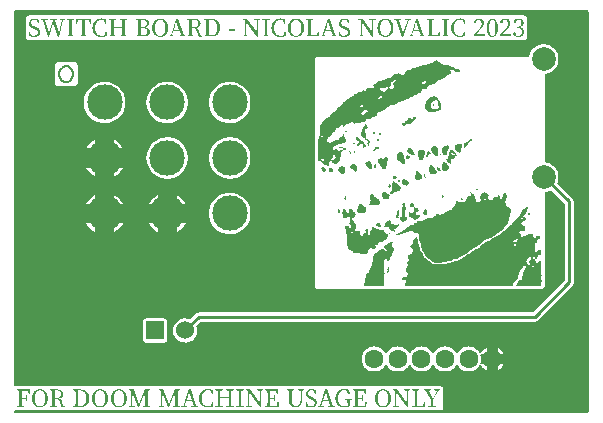
<source format=gtl>
G04 Layer: TopLayer*
G04 EasyEDA v6.5.34, 2023-09-11 20:58:26*
G04 66fbaccae1544829bfe50452f84a022a,2c7f107921f9494b8657ce3d0c88cbd9,10*
G04 Gerber Generator version 0.2*
G04 Scale: 100 percent, Rotated: No, Reflected: No *
G04 Dimensions in millimeters *
G04 leading zeros omitted , absolute positions ,4 integer and 5 decimal *
%FSLAX45Y45*%
%MOMM*%

%ADD10C,0.2032*%
%ADD11C,0.2540*%
%ADD12C,2.0000*%
%ADD13C,3.0000*%
%ADD14C,1.5240*%
%ADD15R,1.5240X1.5240*%
%ADD16C,1.6000*%
%ADD17C,0.0130*%

%LPD*%
G36*
X736092Y11265408D02*
G01*
X732180Y11266170D01*
X728929Y11268405D01*
X726694Y11271656D01*
X725932Y11275568D01*
X725932Y11278057D01*
X726643Y11281867D01*
X728726Y11285067D01*
X731875Y11287302D01*
X735634Y11288217D01*
X740765Y11287201D01*
X747064Y11286490D01*
X4330141Y11286490D01*
X4336440Y11287201D01*
X4341926Y11289131D01*
X4346803Y11292179D01*
X4350918Y11296294D01*
X4353966Y11301171D01*
X4355896Y11306657D01*
X4356608Y11312956D01*
X4356608Y11467541D01*
X4355896Y11473840D01*
X4353966Y11479326D01*
X4350918Y11484203D01*
X4346803Y11488318D01*
X4341926Y11491366D01*
X4336440Y11493296D01*
X4330141Y11494008D01*
X747064Y11494008D01*
X740765Y11493296D01*
X735634Y11492280D01*
X731875Y11493195D01*
X728726Y11495430D01*
X726643Y11498630D01*
X725932Y11502440D01*
X725932Y14663928D01*
X726694Y14667839D01*
X728929Y14671090D01*
X732180Y14673326D01*
X736092Y14674088D01*
X5577332Y14674088D01*
X5581243Y14673326D01*
X5584494Y14671090D01*
X5586730Y14667839D01*
X5587492Y14663928D01*
X5587492Y11275568D01*
X5586730Y11271656D01*
X5584494Y11268405D01*
X5581243Y11266170D01*
X5577332Y11265408D01*
G37*

%LPC*%
G36*
X3771900Y11616232D02*
G01*
X3785717Y11617096D01*
X3799281Y11619839D01*
X3812438Y11624259D01*
X3824833Y11630406D01*
X3836365Y11638076D01*
X3846779Y11647220D01*
X3855923Y11657634D01*
X3863441Y11668912D01*
X3866235Y11671757D01*
X3869893Y11673230D01*
X3873906Y11673230D01*
X3877564Y11671757D01*
X3880358Y11668912D01*
X3887876Y11657634D01*
X3897020Y11647220D01*
X3907434Y11638076D01*
X3918965Y11630406D01*
X3931361Y11624259D01*
X3944518Y11619839D01*
X3958082Y11617096D01*
X3971899Y11616232D01*
X3985717Y11617096D01*
X3999280Y11619839D01*
X4012437Y11624259D01*
X4024833Y11630406D01*
X4036364Y11638076D01*
X4046778Y11647220D01*
X4055922Y11657634D01*
X4063441Y11668912D01*
X4066235Y11671757D01*
X4069892Y11673230D01*
X4073906Y11673230D01*
X4077563Y11671757D01*
X4080357Y11668912D01*
X4087876Y11657634D01*
X4097020Y11647220D01*
X4107434Y11638076D01*
X4118965Y11630406D01*
X4131360Y11624259D01*
X4144518Y11619839D01*
X4158081Y11617096D01*
X4171899Y11616232D01*
X4185716Y11617096D01*
X4199280Y11619839D01*
X4212437Y11624259D01*
X4224832Y11630406D01*
X4236364Y11638076D01*
X4246778Y11647220D01*
X4255922Y11657634D01*
X4263440Y11668912D01*
X4266234Y11671757D01*
X4269892Y11673230D01*
X4273905Y11673230D01*
X4277563Y11671757D01*
X4280357Y11668912D01*
X4287875Y11657634D01*
X4297019Y11647220D01*
X4307433Y11638076D01*
X4318965Y11630406D01*
X4331360Y11624259D01*
X4344517Y11619839D01*
X4358081Y11617096D01*
X4371898Y11616232D01*
X4385716Y11617096D01*
X4399280Y11619839D01*
X4412437Y11624259D01*
X4424832Y11630406D01*
X4436364Y11638076D01*
X4446778Y11647220D01*
X4455922Y11657634D01*
X4463440Y11668912D01*
X4466234Y11671757D01*
X4469892Y11673230D01*
X4473905Y11673230D01*
X4477562Y11671757D01*
X4480356Y11668912D01*
X4487875Y11657634D01*
X4497019Y11647220D01*
X4507433Y11638076D01*
X4518964Y11630406D01*
X4531360Y11624259D01*
X4544517Y11619839D01*
X4558080Y11617096D01*
X4571898Y11616232D01*
X4585716Y11617096D01*
X4599279Y11619839D01*
X4612436Y11624259D01*
X4624832Y11630406D01*
X4636363Y11638076D01*
X4646777Y11647220D01*
X4655921Y11657634D01*
X4663440Y11668912D01*
X4666234Y11671757D01*
X4669891Y11673230D01*
X4673904Y11673230D01*
X4677562Y11671757D01*
X4680356Y11668912D01*
X4687874Y11657634D01*
X4697018Y11647220D01*
X4707432Y11638076D01*
X4718964Y11630406D01*
X4725568Y11627154D01*
X4725568Y11675770D01*
X4681931Y11675770D01*
X4678172Y11676481D01*
X4674920Y11678564D01*
X4672685Y11681663D01*
X4671771Y11685371D01*
X4672279Y11689181D01*
X4674158Y11694718D01*
X4676902Y11708282D01*
X4677765Y11722100D01*
X4676902Y11735917D01*
X4674158Y11749481D01*
X4672279Y11755018D01*
X4671771Y11758828D01*
X4672685Y11762536D01*
X4674920Y11765635D01*
X4678172Y11767718D01*
X4681931Y11768429D01*
X4725568Y11768429D01*
X4725568Y11817045D01*
X4718964Y11813794D01*
X4707432Y11806123D01*
X4697018Y11796979D01*
X4687874Y11786565D01*
X4680356Y11775287D01*
X4677562Y11772442D01*
X4673904Y11770918D01*
X4669891Y11770918D01*
X4666234Y11772442D01*
X4663440Y11775287D01*
X4655921Y11786565D01*
X4646777Y11796979D01*
X4636363Y11806123D01*
X4624832Y11813794D01*
X4612436Y11819940D01*
X4599279Y11824360D01*
X4585716Y11827103D01*
X4571898Y11827967D01*
X4558080Y11827103D01*
X4544517Y11824360D01*
X4531360Y11819940D01*
X4518964Y11813794D01*
X4507433Y11806123D01*
X4497019Y11796979D01*
X4487875Y11786565D01*
X4480356Y11775287D01*
X4477562Y11772442D01*
X4473905Y11770918D01*
X4469892Y11770918D01*
X4466234Y11772442D01*
X4463440Y11775287D01*
X4455922Y11786565D01*
X4446778Y11796979D01*
X4436364Y11806123D01*
X4424832Y11813794D01*
X4412437Y11819940D01*
X4399280Y11824360D01*
X4385716Y11827103D01*
X4371898Y11827967D01*
X4358081Y11827103D01*
X4344517Y11824360D01*
X4331360Y11819940D01*
X4318965Y11813794D01*
X4307433Y11806123D01*
X4297019Y11796979D01*
X4287875Y11786565D01*
X4280357Y11775287D01*
X4277563Y11772442D01*
X4273905Y11770918D01*
X4269892Y11770918D01*
X4266234Y11772442D01*
X4263440Y11775287D01*
X4255922Y11786565D01*
X4246778Y11796979D01*
X4236364Y11806123D01*
X4224832Y11813794D01*
X4212437Y11819940D01*
X4199280Y11824360D01*
X4185716Y11827103D01*
X4171899Y11827967D01*
X4158081Y11827103D01*
X4144518Y11824360D01*
X4131360Y11819940D01*
X4118965Y11813794D01*
X4107434Y11806123D01*
X4097020Y11796979D01*
X4087876Y11786565D01*
X4080357Y11775287D01*
X4077563Y11772442D01*
X4073906Y11770918D01*
X4069892Y11770918D01*
X4066235Y11772442D01*
X4063441Y11775287D01*
X4055922Y11786565D01*
X4046778Y11796979D01*
X4036364Y11806123D01*
X4024833Y11813794D01*
X4012437Y11819940D01*
X3999280Y11824360D01*
X3985717Y11827103D01*
X3971899Y11827967D01*
X3958082Y11827103D01*
X3944518Y11824360D01*
X3931361Y11819940D01*
X3918965Y11813794D01*
X3907434Y11806123D01*
X3897020Y11796979D01*
X3887876Y11786565D01*
X3880358Y11775287D01*
X3877564Y11772442D01*
X3873906Y11770918D01*
X3869893Y11770918D01*
X3866235Y11772442D01*
X3863441Y11775287D01*
X3855923Y11786565D01*
X3846779Y11796979D01*
X3836365Y11806123D01*
X3824833Y11813794D01*
X3812438Y11819940D01*
X3799281Y11824360D01*
X3785717Y11827103D01*
X3771900Y11827967D01*
X3758082Y11827103D01*
X3744518Y11824360D01*
X3731361Y11819940D01*
X3718966Y11813794D01*
X3707434Y11806123D01*
X3697020Y11796979D01*
X3687876Y11786565D01*
X3680206Y11775033D01*
X3674059Y11762638D01*
X3669639Y11749481D01*
X3666896Y11735917D01*
X3666032Y11722100D01*
X3666896Y11708282D01*
X3669639Y11694718D01*
X3674059Y11681561D01*
X3680206Y11669166D01*
X3687876Y11657634D01*
X3697020Y11647220D01*
X3707434Y11638076D01*
X3718966Y11630406D01*
X3731361Y11624259D01*
X3744518Y11619839D01*
X3758082Y11617096D01*
G37*
G36*
X4818227Y11627154D02*
G01*
X4824831Y11630406D01*
X4836363Y11638076D01*
X4846777Y11647220D01*
X4855921Y11657634D01*
X4863592Y11669166D01*
X4866843Y11675770D01*
X4818227Y11675770D01*
G37*
G36*
X4818227Y11768429D02*
G01*
X4866843Y11768429D01*
X4863592Y11775033D01*
X4855921Y11786565D01*
X4846777Y11796979D01*
X4836363Y11806123D01*
X4824831Y11813794D01*
X4818227Y11817045D01*
G37*
G36*
X1842058Y11861292D02*
G01*
X1993341Y11861292D01*
X1999640Y11862003D01*
X2005126Y11863933D01*
X2010003Y11866981D01*
X2014118Y11871096D01*
X2017166Y11875973D01*
X2019096Y11881459D01*
X2019807Y11887758D01*
X2019807Y12039041D01*
X2019096Y12045340D01*
X2017166Y12050826D01*
X2014118Y12055703D01*
X2010003Y12059818D01*
X2005126Y12062866D01*
X1999640Y12064796D01*
X1993341Y12065508D01*
X1842058Y12065508D01*
X1835759Y12064796D01*
X1830273Y12062866D01*
X1825396Y12059818D01*
X1821281Y12055703D01*
X1818233Y12050826D01*
X1816303Y12045340D01*
X1815592Y12039041D01*
X1815592Y11887758D01*
X1816303Y11881459D01*
X1818233Y11875973D01*
X1821281Y11871096D01*
X1825396Y11866981D01*
X1830273Y11863933D01*
X1835759Y11862003D01*
G37*
G36*
X2175103Y11861393D02*
G01*
X2188667Y11862714D01*
X2201926Y11865914D01*
X2214676Y11870791D01*
X2226614Y11877344D01*
X2237587Y11885422D01*
X2247392Y11894921D01*
X2255875Y11905640D01*
X2262835Y11917375D01*
X2268118Y11929922D01*
X2271725Y11943080D01*
X2273554Y11956592D01*
X2273554Y11970207D01*
X2271725Y11983720D01*
X2267864Y11997690D01*
X2267559Y12001246D01*
X2268474Y12004700D01*
X2270506Y12007596D01*
X2299004Y12036094D01*
X2302306Y12038330D01*
X2306218Y12039092D01*
X5130292Y12039092D01*
X5138318Y12039904D01*
X5145532Y12042089D01*
X5152237Y12045645D01*
X5158435Y12050776D01*
X5449824Y12342164D01*
X5454954Y12348362D01*
X5458510Y12355068D01*
X5460695Y12362281D01*
X5461508Y12370308D01*
X5461508Y13055092D01*
X5460695Y13063118D01*
X5458510Y13070332D01*
X5455005Y13076986D01*
X5449163Y13083895D01*
X5325313Y13202361D01*
X5322976Y13205764D01*
X5322214Y13209828D01*
X5323078Y13213842D01*
X5324703Y13217448D01*
X5329224Y13231977D01*
X5331968Y13246912D01*
X5332882Y13262101D01*
X5331968Y13277291D01*
X5329224Y13292226D01*
X5324703Y13306755D01*
X5318455Y13320623D01*
X5310581Y13333628D01*
X5301234Y13345566D01*
X5290464Y13356336D01*
X5278526Y13365683D01*
X5265521Y13373557D01*
X5251653Y13379805D01*
X5237124Y13384326D01*
X5223713Y13386816D01*
X5220411Y13388035D01*
X5217718Y13390270D01*
X5215991Y13393318D01*
X5215382Y13396772D01*
X5215382Y14127429D01*
X5215991Y14130883D01*
X5217718Y14133931D01*
X5220411Y14136166D01*
X5223713Y14137386D01*
X5237124Y14139875D01*
X5251653Y14144396D01*
X5265521Y14150644D01*
X5278526Y14158518D01*
X5290464Y14167866D01*
X5301234Y14178635D01*
X5310581Y14190573D01*
X5318455Y14203578D01*
X5324703Y14217446D01*
X5329224Y14231975D01*
X5331968Y14246910D01*
X5332882Y14262100D01*
X5331968Y14277289D01*
X5329224Y14292224D01*
X5324703Y14306753D01*
X5318455Y14320621D01*
X5310581Y14333626D01*
X5301234Y14345564D01*
X5290464Y14356334D01*
X5278526Y14365681D01*
X5265521Y14373555D01*
X5251653Y14379803D01*
X5237124Y14384324D01*
X5222189Y14387068D01*
X5207000Y14387982D01*
X5191810Y14387068D01*
X5176875Y14384324D01*
X5162346Y14379803D01*
X5148478Y14373555D01*
X5135473Y14365681D01*
X5123535Y14356334D01*
X5112766Y14345564D01*
X5103418Y14333626D01*
X5095544Y14320621D01*
X5089296Y14306753D01*
X5084775Y14292224D01*
X5083759Y14286687D01*
X5082540Y14283385D01*
X5080254Y14280692D01*
X5077206Y14278965D01*
X5073751Y14278356D01*
X3294684Y14278356D01*
X3288385Y14277644D01*
X3282950Y14275714D01*
X3278022Y14272666D01*
X3273958Y14268551D01*
X3270859Y14263674D01*
X3268929Y14258188D01*
X3268217Y14251889D01*
X3268217Y12341910D01*
X3268929Y12335611D01*
X3270859Y12330125D01*
X3273958Y12325248D01*
X3278022Y12321133D01*
X3282950Y12318085D01*
X3288385Y12316155D01*
X3294684Y12315444D01*
X5188915Y12315444D01*
X5195214Y12316155D01*
X5200700Y12318085D01*
X5205577Y12321133D01*
X5209692Y12325248D01*
X5212740Y12330125D01*
X5214670Y12335611D01*
X5215382Y12341910D01*
X5215382Y13127431D01*
X5215991Y13130885D01*
X5217718Y13133933D01*
X5220411Y13136168D01*
X5223713Y13137388D01*
X5237124Y13139877D01*
X5251653Y13144398D01*
X5260746Y13148513D01*
X5264658Y13149376D01*
X5268569Y13148716D01*
X5271922Y13146582D01*
X5381142Y13042087D01*
X5383479Y13038734D01*
X5384292Y13034771D01*
X5384292Y12390018D01*
X5383530Y12386106D01*
X5381294Y12382804D01*
X5117795Y12119305D01*
X5114493Y12117070D01*
X5110581Y12116308D01*
X2286508Y12116308D01*
X2278481Y12115495D01*
X2271268Y12113310D01*
X2264562Y12109754D01*
X2258364Y12104624D01*
X2215743Y12062053D01*
X2212543Y12059869D01*
X2208733Y12059056D01*
X2204923Y12059767D01*
X2201926Y12060885D01*
X2188667Y12064085D01*
X2175103Y12065406D01*
X2161489Y12064949D01*
X2148027Y12062714D01*
X2135022Y12058650D01*
X2122627Y12052909D01*
X2111146Y12045594D01*
X2100732Y12036806D01*
X2091588Y12026646D01*
X2083866Y12015419D01*
X2077720Y12003278D01*
X2073249Y11990374D01*
X2070506Y11977014D01*
X2069592Y11963400D01*
X2070506Y11949785D01*
X2073249Y11936425D01*
X2077720Y11923522D01*
X2083866Y11911380D01*
X2091588Y11900154D01*
X2100732Y11889994D01*
X2111146Y11881205D01*
X2122627Y11873890D01*
X2135022Y11868150D01*
X2148027Y11864086D01*
X2161489Y11861850D01*
G37*
G36*
X2553817Y12778079D02*
G01*
X2571902Y12779451D01*
X2589682Y12782702D01*
X2607106Y12787782D01*
X2623870Y12794589D01*
X2639872Y12803124D01*
X2654858Y12813233D01*
X2668778Y12824815D01*
X2681427Y12837769D01*
X2692654Y12851993D01*
X2702356Y12867284D01*
X2710484Y12883438D01*
X2716885Y12900406D01*
X2721457Y12917932D01*
X2724251Y12935813D01*
X2725216Y12953898D01*
X2724251Y12971983D01*
X2721457Y12989864D01*
X2716885Y13007390D01*
X2710484Y13024358D01*
X2702356Y13040512D01*
X2692654Y13055803D01*
X2681427Y13070027D01*
X2668778Y13082981D01*
X2654858Y13094563D01*
X2639872Y13104672D01*
X2623870Y13113207D01*
X2607106Y13120014D01*
X2589682Y13125094D01*
X2571902Y13128345D01*
X2553817Y13129717D01*
X2535732Y13129260D01*
X2517749Y13126923D01*
X2500122Y13122808D01*
X2483053Y13116813D01*
X2466644Y13109143D01*
X2451100Y13099846D01*
X2436622Y13088975D01*
X2423312Y13076682D01*
X2411374Y13063067D01*
X2400858Y13048284D01*
X2391968Y13032536D01*
X2384704Y13015925D01*
X2379218Y12998704D01*
X2375509Y12980974D01*
X2373630Y12962940D01*
X2373630Y12944856D01*
X2375509Y12926822D01*
X2379218Y12909092D01*
X2384704Y12891871D01*
X2391968Y12875260D01*
X2400858Y12859512D01*
X2411374Y12844729D01*
X2423312Y12831114D01*
X2436622Y12818821D01*
X2451100Y12807950D01*
X2466644Y12798653D01*
X2483053Y12790982D01*
X2500122Y12785039D01*
X2517749Y12780873D01*
X2535732Y12778536D01*
G37*
G36*
X1407972Y12798044D02*
G01*
X1407972Y12872567D01*
X1333500Y12872567D01*
X1340866Y12859512D01*
X1351381Y12844729D01*
X1363319Y12831114D01*
X1376629Y12818821D01*
X1391107Y12807950D01*
X1406652Y12798653D01*
G37*
G36*
X1937969Y12798044D02*
G01*
X1937969Y12872567D01*
X1863496Y12872567D01*
X1870862Y12859512D01*
X1881378Y12844729D01*
X1893316Y12831114D01*
X1906625Y12818821D01*
X1921103Y12807950D01*
X1936648Y12798653D01*
G37*
G36*
X1570634Y12798196D02*
G01*
X1579829Y12803124D01*
X1594866Y12813233D01*
X1608785Y12824815D01*
X1621434Y12837769D01*
X1632661Y12851993D01*
X1642364Y12867284D01*
X1645005Y12872567D01*
X1570634Y12872567D01*
G37*
G36*
X2100630Y12798196D02*
G01*
X2109825Y12803124D01*
X2124862Y12813233D01*
X2138781Y12824815D01*
X2151430Y12837769D01*
X2162657Y12851993D01*
X2172360Y12867284D01*
X2175002Y12872567D01*
X2100630Y12872567D01*
G37*
G36*
X1570634Y13035229D02*
G01*
X1645005Y13035229D01*
X1642364Y13040512D01*
X1632661Y13055803D01*
X1621434Y13070027D01*
X1608785Y13082981D01*
X1594866Y13094563D01*
X1579829Y13104672D01*
X1570634Y13109600D01*
G37*
G36*
X2100630Y13035229D02*
G01*
X2175002Y13035229D01*
X2172360Y13040512D01*
X2162657Y13055803D01*
X2151430Y13070027D01*
X2138781Y13082981D01*
X2124862Y13094563D01*
X2109825Y13104672D01*
X2100630Y13109600D01*
G37*
G36*
X1333500Y13035229D02*
G01*
X1407972Y13035229D01*
X1407972Y13109752D01*
X1406652Y13109143D01*
X1391107Y13099846D01*
X1376629Y13088975D01*
X1363319Y13076682D01*
X1351381Y13063067D01*
X1340866Y13048284D01*
G37*
G36*
X1863496Y13035229D02*
G01*
X1937969Y13035229D01*
X1937969Y13109752D01*
X1936648Y13109143D01*
X1921103Y13099846D01*
X1906625Y13088975D01*
X1893316Y13076682D01*
X1881378Y13063067D01*
X1870862Y13048284D01*
G37*
G36*
X2023821Y13248081D02*
G01*
X2041906Y13249452D01*
X2059686Y13252704D01*
X2077110Y13257784D01*
X2093874Y13264591D01*
X2109825Y13273125D01*
X2124862Y13283234D01*
X2138781Y13294817D01*
X2151430Y13307771D01*
X2162657Y13321995D01*
X2172360Y13337286D01*
X2180488Y13353440D01*
X2186838Y13370407D01*
X2191461Y13387933D01*
X2194255Y13405815D01*
X2195169Y13423900D01*
X2194255Y13441984D01*
X2191461Y13459866D01*
X2186838Y13477392D01*
X2180488Y13494359D01*
X2172360Y13510513D01*
X2162657Y13525804D01*
X2151430Y13540028D01*
X2138781Y13552982D01*
X2124862Y13564565D01*
X2109825Y13574674D01*
X2093874Y13583208D01*
X2077110Y13590016D01*
X2059686Y13595096D01*
X2041906Y13598347D01*
X2023821Y13599718D01*
X2005736Y13599261D01*
X1987753Y13596924D01*
X1970125Y13592810D01*
X1953056Y13586815D01*
X1936648Y13579144D01*
X1921103Y13569848D01*
X1906625Y13558977D01*
X1893316Y13546683D01*
X1881378Y13533069D01*
X1870862Y13518286D01*
X1861972Y13502538D01*
X1854707Y13485926D01*
X1849221Y13468705D01*
X1845513Y13450976D01*
X1843633Y13432942D01*
X1843633Y13414857D01*
X1845513Y13396823D01*
X1849221Y13379094D01*
X1854707Y13361873D01*
X1861972Y13345261D01*
X1870862Y13329513D01*
X1881378Y13314730D01*
X1893316Y13301116D01*
X1906625Y13288822D01*
X1921103Y13277951D01*
X1936648Y13268655D01*
X1953056Y13260984D01*
X1970125Y13254990D01*
X1987753Y13250875D01*
X2005736Y13248538D01*
G37*
G36*
X2553817Y13248081D02*
G01*
X2571902Y13249452D01*
X2589682Y13252704D01*
X2607106Y13257784D01*
X2623870Y13264591D01*
X2639872Y13273125D01*
X2654858Y13283234D01*
X2668778Y13294817D01*
X2681427Y13307771D01*
X2692654Y13321995D01*
X2702356Y13337286D01*
X2710484Y13353440D01*
X2716885Y13370407D01*
X2721457Y13387933D01*
X2724251Y13405815D01*
X2725216Y13423900D01*
X2724251Y13441984D01*
X2721457Y13459866D01*
X2716885Y13477392D01*
X2710484Y13494359D01*
X2702356Y13510513D01*
X2692654Y13525804D01*
X2681427Y13540028D01*
X2668778Y13552982D01*
X2654858Y13564565D01*
X2639872Y13574674D01*
X2623870Y13583208D01*
X2607106Y13590016D01*
X2589682Y13595096D01*
X2571902Y13598347D01*
X2553817Y13599718D01*
X2535732Y13599261D01*
X2517749Y13596924D01*
X2500122Y13592810D01*
X2483053Y13586815D01*
X2466644Y13579144D01*
X2451100Y13569848D01*
X2436622Y13558977D01*
X2423312Y13546683D01*
X2411374Y13533069D01*
X2400858Y13518286D01*
X2391968Y13502538D01*
X2384704Y13485926D01*
X2379218Y13468705D01*
X2375509Y13450976D01*
X2373630Y13432942D01*
X2373630Y13414857D01*
X2375509Y13396823D01*
X2379218Y13379094D01*
X2384704Y13361873D01*
X2391968Y13345261D01*
X2400858Y13329513D01*
X2411374Y13314730D01*
X2423312Y13301116D01*
X2436622Y13288822D01*
X2451100Y13277951D01*
X2466644Y13268655D01*
X2483053Y13260984D01*
X2500122Y13254990D01*
X2517749Y13250875D01*
X2535732Y13248538D01*
G37*
G36*
X1407972Y13268045D02*
G01*
X1407972Y13342569D01*
X1333500Y13342569D01*
X1340866Y13329513D01*
X1351381Y13314730D01*
X1363319Y13301116D01*
X1376629Y13288822D01*
X1391107Y13277951D01*
X1406652Y13268655D01*
G37*
G36*
X1570634Y13268198D02*
G01*
X1579829Y13273125D01*
X1594866Y13283234D01*
X1608785Y13294817D01*
X1621434Y13307771D01*
X1632661Y13321995D01*
X1642364Y13337286D01*
X1645005Y13342569D01*
X1570634Y13342569D01*
G37*
G36*
X1570634Y13505230D02*
G01*
X1645005Y13505230D01*
X1642364Y13510513D01*
X1632661Y13525804D01*
X1621434Y13540028D01*
X1608785Y13552982D01*
X1594866Y13564565D01*
X1579829Y13574674D01*
X1570634Y13579601D01*
G37*
G36*
X1333500Y13505230D02*
G01*
X1407972Y13505230D01*
X1407972Y13579754D01*
X1406652Y13579144D01*
X1391107Y13569848D01*
X1376629Y13558977D01*
X1363319Y13546683D01*
X1351381Y13533069D01*
X1340866Y13518286D01*
G37*
G36*
X1493824Y13718082D02*
G01*
X1511909Y13719454D01*
X1529689Y13722705D01*
X1547114Y13727785D01*
X1563878Y13734592D01*
X1579829Y13743127D01*
X1594866Y13753236D01*
X1608785Y13764818D01*
X1621434Y13777772D01*
X1632661Y13791996D01*
X1642364Y13807287D01*
X1650492Y13823442D01*
X1656842Y13840409D01*
X1661464Y13857935D01*
X1664258Y13875816D01*
X1665173Y13893901D01*
X1664258Y13911986D01*
X1661464Y13929868D01*
X1656842Y13947394D01*
X1650492Y13964361D01*
X1642364Y13980515D01*
X1632661Y13995806D01*
X1621434Y14010030D01*
X1608785Y14022984D01*
X1594866Y14034566D01*
X1579829Y14044676D01*
X1563878Y14053210D01*
X1547114Y14060017D01*
X1529689Y14065097D01*
X1511909Y14068348D01*
X1493824Y14069720D01*
X1475740Y14069263D01*
X1457756Y14066926D01*
X1440129Y14062760D01*
X1423060Y14056817D01*
X1406652Y14049146D01*
X1391107Y14039850D01*
X1376629Y14028978D01*
X1363319Y14016685D01*
X1351381Y14003070D01*
X1340866Y13988288D01*
X1331976Y13972540D01*
X1324711Y13955928D01*
X1319225Y13938707D01*
X1315516Y13920978D01*
X1313637Y13902944D01*
X1313637Y13884859D01*
X1315516Y13866825D01*
X1319225Y13849096D01*
X1324711Y13831874D01*
X1331976Y13815263D01*
X1340866Y13799515D01*
X1351381Y13784732D01*
X1363319Y13771118D01*
X1376629Y13758824D01*
X1391107Y13747953D01*
X1406652Y13738656D01*
X1423060Y13730986D01*
X1440129Y13724991D01*
X1457756Y13720876D01*
X1475740Y13718540D01*
G37*
G36*
X2023821Y13718082D02*
G01*
X2041906Y13719454D01*
X2059686Y13722705D01*
X2077110Y13727785D01*
X2093874Y13734592D01*
X2109825Y13743127D01*
X2124862Y13753236D01*
X2138781Y13764818D01*
X2151430Y13777772D01*
X2162657Y13791996D01*
X2172360Y13807287D01*
X2180488Y13823442D01*
X2186838Y13840409D01*
X2191461Y13857935D01*
X2194255Y13875816D01*
X2195169Y13893901D01*
X2194255Y13911986D01*
X2191461Y13929868D01*
X2186838Y13947394D01*
X2180488Y13964361D01*
X2172360Y13980515D01*
X2162657Y13995806D01*
X2151430Y14010030D01*
X2138781Y14022984D01*
X2124862Y14034566D01*
X2109825Y14044676D01*
X2093874Y14053210D01*
X2077110Y14060017D01*
X2059686Y14065097D01*
X2041906Y14068348D01*
X2023821Y14069720D01*
X2005736Y14069263D01*
X1987753Y14066926D01*
X1970125Y14062760D01*
X1953056Y14056817D01*
X1936648Y14049146D01*
X1921103Y14039850D01*
X1906625Y14028978D01*
X1893316Y14016685D01*
X1881378Y14003070D01*
X1870862Y13988288D01*
X1861972Y13972540D01*
X1854707Y13955928D01*
X1849221Y13938707D01*
X1845513Y13920978D01*
X1843633Y13902944D01*
X1843633Y13884859D01*
X1845513Y13866825D01*
X1849221Y13849096D01*
X1854707Y13831874D01*
X1861972Y13815263D01*
X1870862Y13799515D01*
X1881378Y13784732D01*
X1893316Y13771118D01*
X1906625Y13758824D01*
X1921103Y13747953D01*
X1936648Y13738656D01*
X1953056Y13730986D01*
X1970125Y13724991D01*
X1987753Y13720876D01*
X2005736Y13718540D01*
G37*
G36*
X2553817Y13718082D02*
G01*
X2571902Y13719454D01*
X2589682Y13722705D01*
X2607106Y13727785D01*
X2623870Y13734592D01*
X2639872Y13743127D01*
X2654858Y13753236D01*
X2668778Y13764818D01*
X2681427Y13777772D01*
X2692654Y13791996D01*
X2702356Y13807287D01*
X2710484Y13823442D01*
X2716885Y13840409D01*
X2721457Y13857935D01*
X2724251Y13875816D01*
X2725216Y13893901D01*
X2724251Y13911986D01*
X2721457Y13929868D01*
X2716885Y13947394D01*
X2710484Y13964361D01*
X2702356Y13980515D01*
X2692654Y13995806D01*
X2681427Y14010030D01*
X2668778Y14022984D01*
X2654858Y14034566D01*
X2639872Y14044676D01*
X2623870Y14053210D01*
X2607106Y14060017D01*
X2589682Y14065097D01*
X2571902Y14068348D01*
X2553817Y14069720D01*
X2535732Y14069263D01*
X2517749Y14066926D01*
X2500122Y14062760D01*
X2483053Y14056817D01*
X2466644Y14049146D01*
X2451100Y14039850D01*
X2436622Y14028978D01*
X2423312Y14016685D01*
X2411374Y14003070D01*
X2400858Y13988288D01*
X2391968Y13972540D01*
X2384704Y13955928D01*
X2379218Y13938707D01*
X2375509Y13920978D01*
X2373630Y13902944D01*
X2373630Y13884859D01*
X2375509Y13866825D01*
X2379218Y13849096D01*
X2384704Y13831874D01*
X2391968Y13815263D01*
X2400858Y13799515D01*
X2411374Y13784732D01*
X2423312Y13771118D01*
X2436622Y13758824D01*
X2451100Y13747953D01*
X2466644Y13738656D01*
X2483053Y13730986D01*
X2500122Y13724991D01*
X2517749Y13720876D01*
X2535732Y13718540D01*
G37*
G36*
X1095298Y14034007D02*
G01*
X1234643Y14034007D01*
X1240942Y14034719D01*
X1246428Y14036649D01*
X1251305Y14039697D01*
X1255420Y14043812D01*
X1258468Y14048689D01*
X1260398Y14054175D01*
X1261110Y14060474D01*
X1261110Y14208963D01*
X1260398Y14215262D01*
X1258468Y14220748D01*
X1255420Y14225625D01*
X1251305Y14229740D01*
X1246428Y14232788D01*
X1240942Y14234718D01*
X1234643Y14235430D01*
X1095298Y14235430D01*
X1088999Y14234718D01*
X1083513Y14232788D01*
X1078636Y14229740D01*
X1074521Y14225625D01*
X1071473Y14220748D01*
X1069543Y14215262D01*
X1068832Y14208963D01*
X1068832Y14060474D01*
X1069543Y14054175D01*
X1071473Y14048689D01*
X1074521Y14043812D01*
X1078636Y14039697D01*
X1083513Y14036649D01*
X1088999Y14034719D01*
G37*
G36*
X848410Y14423390D02*
G01*
X5041595Y14423390D01*
X5047894Y14424101D01*
X5053380Y14426031D01*
X5058257Y14429079D01*
X5062372Y14433194D01*
X5065420Y14438071D01*
X5067350Y14443557D01*
X5068062Y14449856D01*
X5068062Y14604441D01*
X5067350Y14610740D01*
X5065420Y14616226D01*
X5062372Y14621103D01*
X5058257Y14625218D01*
X5053380Y14628266D01*
X5047894Y14630196D01*
X5041595Y14630907D01*
X848410Y14630907D01*
X842111Y14630196D01*
X836625Y14628266D01*
X831748Y14625218D01*
X827633Y14621103D01*
X824585Y14616226D01*
X822655Y14610740D01*
X821944Y14604441D01*
X821944Y14449856D01*
X822655Y14443557D01*
X824585Y14438071D01*
X827633Y14433194D01*
X831748Y14429079D01*
X836625Y14426031D01*
X842111Y14424101D01*
G37*

%LPD*%
G36*
X4305960Y14252448D02*
G01*
X4300169Y14251482D01*
X4296308Y14250212D01*
X4294530Y14249349D01*
X4289247Y14244828D01*
X4285843Y14243100D01*
X4272026Y14236954D01*
X4269130Y14235277D01*
X4261764Y14229588D01*
X4258716Y14227556D01*
X4255312Y14225828D01*
X4251909Y14224914D01*
X4244390Y14223949D01*
X4233570Y14222933D01*
X4228998Y14222018D01*
X4224934Y14220494D01*
X4216146Y14215973D01*
X4208018Y14212468D01*
X4201668Y14210538D01*
X4194860Y14208912D01*
X4188663Y14207794D01*
X4166870Y14205356D01*
X4162196Y14204543D01*
X4158589Y14203426D01*
X4146600Y14196923D01*
X4141012Y14194129D01*
X4137406Y14192808D01*
X4129938Y14190878D01*
X4121454Y14189608D01*
X4112463Y14188541D01*
X4104894Y14187373D01*
X4099661Y14185798D01*
X4095699Y14183106D01*
X4088485Y14177365D01*
X4085691Y14175536D01*
X4082897Y14174012D01*
X4080459Y14172996D01*
X4074363Y14171625D01*
X4059885Y14169339D01*
X4054043Y14167612D01*
X4051655Y14166342D01*
X4045915Y14162278D01*
X4040987Y14157756D01*
X4037888Y14154200D01*
X4035145Y14147698D01*
X4031996Y14141551D01*
X4027881Y14135709D01*
X4026052Y14133728D01*
X4022293Y14130883D01*
X4018940Y14129054D01*
X4015333Y14127937D01*
X4010914Y14126921D01*
X4008069Y14126514D01*
X4006087Y14126718D01*
X4004360Y14127632D01*
X3996486Y14134439D01*
X3992524Y14137233D01*
X3989882Y14138198D01*
X3986326Y14138808D01*
X3981348Y14139265D01*
X3972864Y14139367D01*
X3969258Y14139062D01*
X3945483Y14133880D01*
X3942892Y14132864D01*
X3937660Y14129867D01*
X3930446Y14123873D01*
X3915308Y14109496D01*
X3911193Y14105940D01*
X3908044Y14103908D01*
X3905554Y14102994D01*
X3901440Y14102791D01*
X3895140Y14104061D01*
X3892804Y14104112D01*
X3889908Y14103604D01*
X3882186Y14101165D01*
X3879240Y14099692D01*
X3876751Y14097863D01*
X3872026Y14092986D01*
X3869537Y14091208D01*
X3866286Y14089786D01*
X3857955Y14087348D01*
X3851351Y14085163D01*
X3847642Y14083690D01*
X3844442Y14082776D01*
X3842105Y14082369D01*
X3840835Y14081607D01*
X3839514Y14080490D01*
X3837076Y14077645D01*
X3833825Y14074749D01*
X3832250Y14073733D01*
X3830065Y14072869D01*
X3827526Y14072412D01*
X3824224Y14072260D01*
X3815943Y14072616D01*
X3812438Y14072565D01*
X3809492Y14072260D01*
X3807358Y14071752D01*
X3805428Y14070736D01*
X3799789Y14066621D01*
X3796792Y14064030D01*
X3791000Y14058036D01*
X3784142Y14049146D01*
X3782974Y14048028D01*
X3782212Y14047571D01*
X3774033Y14047622D01*
X3769664Y14046758D01*
X3763924Y14044371D01*
X3762501Y14044117D01*
X3761028Y14043151D01*
X3759657Y14041272D01*
X3759708Y14040866D01*
X3760825Y14040357D01*
X3766312Y14035786D01*
X3768648Y14033296D01*
X3770629Y14030756D01*
X3772204Y14028115D01*
X3773271Y14025575D01*
X3774338Y14021003D01*
X3774592Y14017244D01*
X3774236Y14015872D01*
X3773678Y14014704D01*
X3772865Y14013840D01*
X3771798Y14013332D01*
X3769410Y14013027D01*
X3758133Y14012672D01*
X3743096Y14012773D01*
X3731310Y14013180D01*
X3725011Y14014094D01*
X3720795Y14014145D01*
X3716324Y14013840D01*
X3713987Y14013129D01*
X3711651Y14011960D01*
X3707775Y14009014D01*
X3817620Y14009014D01*
X3817772Y14010640D01*
X3818280Y14011859D01*
X3820210Y14014145D01*
X3821379Y14014856D01*
X3823004Y14015364D01*
X3824833Y14015516D01*
X3827119Y14015262D01*
X3832351Y14013942D01*
X3836873Y14012418D01*
X3838092Y14012418D01*
X3844239Y14013840D01*
X3852875Y14016583D01*
X3861815Y14019987D01*
X3868318Y14022730D01*
X3871417Y14023644D01*
X3874414Y14024203D01*
X3879951Y14024254D01*
X3885184Y14023492D01*
X3887165Y14022933D01*
X3889095Y14022069D01*
X3890467Y14021054D01*
X3891483Y14019733D01*
X3896512Y14019733D01*
X3900424Y14025321D01*
X3904234Y14029182D01*
X3908399Y14032839D01*
X3910685Y14035430D01*
X3912870Y14038529D01*
X3914851Y14041882D01*
X3916679Y14045539D01*
X3917696Y14048181D01*
X3918000Y14050010D01*
X3917645Y14051229D01*
X3910685Y14062913D01*
X3914444Y14065148D01*
X3920236Y14067332D01*
X3924046Y14069872D01*
X3927551Y14073124D01*
X3930040Y14075816D01*
X3930954Y14077086D01*
X3933139Y14079321D01*
X3936339Y14082115D01*
X3940657Y14084706D01*
X3944620Y14086230D01*
X3948023Y14087094D01*
X3949954Y14087144D01*
X3951630Y14086382D01*
X3952240Y14085773D01*
X3952748Y14084807D01*
X3952900Y14083588D01*
X3952138Y14079829D01*
X3951427Y14077950D01*
X3950309Y14076121D01*
X3949090Y14074597D01*
X3942791Y14069263D01*
X3939387Y14065605D01*
X3935831Y14061287D01*
X3933291Y14057528D01*
X3931412Y14053718D01*
X4177842Y14053718D01*
X4177995Y14058392D01*
X4178808Y14062303D01*
X4179366Y14063370D01*
X4182922Y14065757D01*
X4189679Y14069313D01*
X4202684Y14075206D01*
X4206240Y14076222D01*
X4208983Y14076527D01*
X4211167Y14075460D01*
X4213402Y14073276D01*
X4214571Y14071549D01*
X4214977Y14070177D01*
X4214622Y14068653D01*
X4212640Y14064538D01*
X4210202Y14061186D01*
X4195318Y14047469D01*
X4184294Y14048181D01*
X4179570Y14048892D01*
X4178604Y14049298D01*
X4178249Y14050111D01*
X4177842Y14053718D01*
X3931412Y14053718D01*
X3930853Y14052194D01*
X3930599Y14050518D01*
X3930853Y14049298D01*
X3931767Y14048333D01*
X3935018Y14046200D01*
X3936796Y14044422D01*
X3939997Y14039799D01*
X3942181Y14034668D01*
X3942892Y14032230D01*
X3943146Y14030401D01*
X3942689Y14027048D01*
X3941673Y14024152D01*
X3938473Y14019326D01*
X3935222Y14016278D01*
X3929887Y14012062D01*
X3924401Y14008455D01*
X3922217Y14007388D01*
X3920744Y14006982D01*
X3919423Y14007287D01*
X3917492Y14008150D01*
X3907434Y14014551D01*
X3901948Y14017396D01*
X3896512Y14019733D01*
X3891483Y14019733D01*
X3892143Y14018056D01*
X3892499Y14016126D01*
X3892346Y14014704D01*
X3891534Y14013383D01*
X3884066Y14006880D01*
X3881628Y14005560D01*
X3879291Y14003883D01*
X3876192Y14000988D01*
X3872788Y13996771D01*
X3870147Y13992606D01*
X3911295Y13992606D01*
X3911701Y13994536D01*
X3915206Y14004036D01*
X3915765Y14004493D01*
X3919067Y14005458D01*
X3920693Y14005712D01*
X3921302Y14005509D01*
X3921912Y14004848D01*
X3923842Y13999362D01*
X3926179Y13994282D01*
X3926484Y13993063D01*
X3926230Y13992098D01*
X3924401Y13990319D01*
X3921150Y13988897D01*
X3917086Y13987983D01*
X3915460Y13988034D01*
X3914140Y13988592D01*
X3911650Y13991234D01*
X3911295Y13992606D01*
X3870147Y13992606D01*
X3867404Y13988948D01*
X3866235Y13987729D01*
X3864864Y13986763D01*
X3863136Y13986103D01*
X3858412Y13985595D01*
X3855821Y13985798D01*
X3853129Y13986306D01*
X3850538Y13987068D01*
X3848252Y13988034D01*
X3844290Y13990421D01*
X3841292Y13992707D01*
X3837736Y13995044D01*
X3829558Y13998905D01*
X3823715Y14002359D01*
X3821480Y14003985D01*
X3819296Y14006017D01*
X3818026Y14007592D01*
X3817620Y14009014D01*
X3707775Y14009014D01*
X3706672Y14008049D01*
X3704691Y14005712D01*
X3703116Y14002918D01*
X3700272Y13996009D01*
X3699052Y13993774D01*
X3697782Y13992555D01*
X3696360Y13992047D01*
X3693007Y13992453D01*
X3684320Y13996009D01*
X3680460Y13997178D01*
X3678631Y13997381D01*
X3677005Y13997127D01*
X3675329Y13996314D01*
X3671874Y13993418D01*
X3668217Y13989151D01*
X3661562Y13980261D01*
X3660241Y13979448D01*
X3657803Y13978991D01*
X3653790Y13978788D01*
X3640886Y13978991D01*
X3636467Y13978636D01*
X3632911Y13977467D01*
X3614420Y13967764D01*
X3604056Y13963802D01*
X3601161Y13962024D01*
X3597910Y13959332D01*
X3590848Y13952474D01*
X3585210Y13947698D01*
X3581806Y13945819D01*
X3576726Y13942313D01*
X3571290Y13937792D01*
X3567379Y13933830D01*
X3566007Y13931696D01*
X3564128Y13930122D01*
X3801110Y13930122D01*
X3803497Y13932916D01*
X3809187Y13938402D01*
X3815994Y13944041D01*
X3818940Y13946073D01*
X3821074Y13947190D01*
X3824884Y13948206D01*
X3828592Y13948714D01*
X3830218Y13948562D01*
X3831742Y13948156D01*
X3833114Y13947495D01*
X3834180Y13946581D01*
X3835044Y13945412D01*
X3835501Y13944142D01*
X3835603Y13942720D01*
X3835349Y13941044D01*
X3834739Y13939418D01*
X3832047Y13935252D01*
X3828491Y13931392D01*
X3824579Y13928140D01*
X3823004Y13927175D01*
X3821429Y13926515D01*
X3817264Y13925651D01*
X3815181Y13925499D01*
X3810508Y13926057D01*
X3805783Y13927378D01*
X3802481Y13928953D01*
X3801110Y13930122D01*
X3564128Y13930122D01*
X3561638Y13928750D01*
X3550920Y13924788D01*
X3546805Y13922857D01*
X3544366Y13921333D01*
X3537864Y13915999D01*
X3530904Y13909395D01*
X3522522Y13902334D01*
X3515055Y13896746D01*
X3511702Y13893850D01*
X3508857Y13890853D01*
X3501085Y13880541D01*
X3492449Y13872565D01*
X3487775Y13866977D01*
X3483559Y13862964D01*
X3480320Y13860373D01*
X3654450Y13860373D01*
X3654755Y13861491D01*
X3656584Y13864437D01*
X3659581Y13867384D01*
X3661359Y13868552D01*
X3663137Y13869416D01*
X3664661Y13869873D01*
X3668268Y13869924D01*
X3672484Y13869517D01*
X3676396Y13868755D01*
X3679190Y13867942D01*
X3680104Y13867384D01*
X3680612Y13866571D01*
X3680714Y13865504D01*
X3679545Y13860830D01*
X3678783Y13860068D01*
X3676243Y13859001D01*
X3672332Y13857732D01*
X3666794Y13856512D01*
X3661257Y13855852D01*
X3659022Y13855903D01*
X3657396Y13856207D01*
X3656228Y13856817D01*
X3654958Y13858494D01*
X3654450Y13860373D01*
X3480320Y13860373D01*
X3475278Y13856207D01*
X3470097Y13851432D01*
X3461156Y13841374D01*
X3454603Y13836954D01*
X3450285Y13833551D01*
X3428288Y13812519D01*
X3418027Y13803680D01*
X3414886Y13800582D01*
X3662629Y13800582D01*
X3662781Y13802512D01*
X3663442Y13804036D01*
X3664661Y13805357D01*
X3668420Y13808049D01*
X3671620Y13811605D01*
X3673754Y13815161D01*
X3677005Y13818768D01*
X3683762Y13823848D01*
X3685692Y13825829D01*
X3688486Y13828064D01*
X3691534Y13829893D01*
X3694785Y13831062D01*
X3696055Y13831214D01*
X3697579Y13831011D01*
X3702558Y13829436D01*
X3708196Y13826845D01*
X3713175Y13823696D01*
X3714699Y13822273D01*
X3716528Y13819835D01*
X3717340Y13818260D01*
X3716934Y13817549D01*
X3712768Y13815669D01*
X3706774Y13811910D01*
X3699916Y13806678D01*
X3696919Y13803985D01*
X3686657Y13792657D01*
X3683203Y13790269D01*
X3681526Y13789406D01*
X3679698Y13788847D01*
X3675634Y13788440D01*
X3673703Y13788644D01*
X3671773Y13789253D01*
X3669792Y13790269D01*
X3667810Y13791590D01*
X3666134Y13793165D01*
X3664559Y13795044D01*
X3663492Y13796873D01*
X3662832Y13798702D01*
X3662629Y13800582D01*
X3414886Y13800582D01*
X3401263Y13786002D01*
X3398875Y13783005D01*
X3397097Y13780262D01*
X3393541Y13771118D01*
X3392678Y13769898D01*
X3391408Y13769086D01*
X3389477Y13768476D01*
X3384245Y13767714D01*
X3378403Y13766038D01*
X3373577Y13763802D01*
X3369919Y13761719D01*
X3358337Y13753236D01*
X3355746Y13750950D01*
X3353612Y13748613D01*
X3350310Y13743990D01*
X3343198Y13735659D01*
X3333038Y13724686D01*
X3328670Y13719251D01*
X3324961Y13713561D01*
X3314090Y13692936D01*
X3317697Y13677341D01*
X3318916Y13671042D01*
X3318814Y13668248D01*
X3317798Y13665149D01*
X3313582Y13656056D01*
X3312261Y13651992D01*
X3311398Y13647419D01*
X3310026Y13630249D01*
X3309518Y13611758D01*
X3309264Y13608710D01*
X3308654Y13605611D01*
X3307912Y13603325D01*
X3325368Y13603325D01*
X3326180Y13607846D01*
X3327603Y13611098D01*
X3328415Y13612012D01*
X3329990Y13612774D01*
X3331768Y13612774D01*
X3332632Y13614349D01*
X3333292Y13614654D01*
X3335070Y13614501D01*
X3337204Y13612774D01*
X3338829Y13610031D01*
X3340049Y13606729D01*
X3340404Y13603935D01*
X3339744Y13601344D01*
X3339185Y13600328D01*
X3337102Y13599007D01*
X3334308Y13598448D01*
X3331057Y13598855D01*
X3327958Y13599820D01*
X3326333Y13600684D01*
X3325520Y13601700D01*
X3325368Y13603325D01*
X3307912Y13603325D01*
X3306876Y13601395D01*
X3303676Y13596924D01*
X3302660Y13594537D01*
X3301796Y13591387D01*
X3300425Y13583615D01*
X3298342Y13574217D01*
X3295853Y13564463D01*
X3295142Y13559434D01*
X3294938Y13553236D01*
X3295548Y13536726D01*
X3297123Y13519708D01*
X3298850Y13507669D01*
X3299815Y13498779D01*
X3300374Y13488822D01*
X3300577Y13475919D01*
X3300526Y13452195D01*
X3300222Y13442594D01*
X3299561Y13436600D01*
X3295446Y13422477D01*
X3294329Y13417042D01*
X3294126Y13414654D01*
X3294379Y13412114D01*
X3325774Y13412114D01*
X3326028Y13414349D01*
X3326942Y13416737D01*
X3327654Y13417448D01*
X3328466Y13417702D01*
X3334308Y13416178D01*
X3338322Y13415467D01*
X3340963Y13415263D01*
X3341522Y13415416D01*
X3342792Y13414146D01*
X3344621Y13411555D01*
X3345840Y13407847D01*
X3345891Y13404138D01*
X3345179Y13400328D01*
X3344062Y13397738D01*
X3342944Y13396163D01*
X3342538Y13395909D01*
X3341319Y13396620D01*
X3336848Y13400684D01*
X3330143Y13405256D01*
X3328365Y13406831D01*
X3327958Y13407948D01*
X3328212Y13409625D01*
X3326637Y13410285D01*
X3325926Y13411352D01*
X3325774Y13412114D01*
X3294379Y13412114D01*
X3294786Y13410488D01*
X3295548Y13408761D01*
X3298240Y13404697D01*
X3299764Y13402919D01*
X3303778Y13399566D01*
X3306064Y13398042D01*
X3308197Y13396925D01*
X3312515Y13395401D01*
X3314598Y13394893D01*
X3318205Y13394436D01*
X3323386Y13392607D01*
X3328720Y13389711D01*
X3333191Y13386155D01*
X3334512Y13384631D01*
X3336036Y13381837D01*
X3336696Y13379704D01*
X3337763Y13377570D01*
X3340404Y13374776D01*
X3343757Y13372439D01*
X3345332Y13371728D01*
X3347923Y13371169D01*
X3351682Y13369086D01*
X3359404Y13363143D01*
X3360775Y13362330D01*
X3364026Y13361365D01*
X3370681Y13360806D01*
X3375812Y13359638D01*
X3380181Y13357910D01*
X3386937Y13355878D01*
X3389020Y13355624D01*
X3390392Y13355675D01*
X3391306Y13356132D01*
X3391865Y13356996D01*
X3392373Y13360450D01*
X3392576Y13366242D01*
X3392474Y13370204D01*
X3392068Y13372744D01*
X3391204Y13374471D01*
X3388512Y13376859D01*
X3386988Y13378535D01*
X3386734Y13379094D01*
X3390290Y13387425D01*
X3392424Y13391743D01*
X3394456Y13394385D01*
X3397300Y13396315D01*
X3405632Y13400227D01*
X3408121Y13401751D01*
X3409594Y13403021D01*
X3410712Y13406983D01*
X3418027Y13422833D01*
X3421278Y13428827D01*
X3422802Y13431062D01*
X3425393Y13433450D01*
X3425951Y13434466D01*
X3425901Y13435838D01*
X3424783Y13439648D01*
X3424123Y13443762D01*
X3424123Y13447522D01*
X3424529Y13448893D01*
X3425342Y13449807D01*
X3426561Y13450468D01*
X3429254Y13450925D01*
X3432098Y13450671D01*
X3433673Y13449909D01*
X3435197Y13448436D01*
X3436772Y13446048D01*
X3440379Y13439241D01*
X3441852Y13437057D01*
X3443224Y13435888D01*
X3446018Y13435431D01*
X3446678Y13435076D01*
X3446678Y13434364D01*
X3445256Y13431012D01*
X3445459Y13430402D01*
X3445154Y13427506D01*
X3444138Y13422731D01*
X3443071Y13420394D01*
X3441598Y13418210D01*
X3437940Y13414603D01*
X3435146Y13412520D01*
X3428593Y13409980D01*
X3422243Y13406932D01*
X3419297Y13405256D01*
X3415588Y13402462D01*
X3414166Y13399668D01*
X3413556Y13396468D01*
X3413912Y13394588D01*
X3414776Y13392200D01*
X3418027Y13386612D01*
X3421989Y13381685D01*
X3423818Y13379856D01*
X3425291Y13378789D01*
X3429457Y13377418D01*
X3439007Y13375182D01*
X3441903Y13374217D01*
X3444138Y13373100D01*
X3447084Y13370813D01*
X3448558Y13370051D01*
X3450031Y13369645D01*
X3451555Y13369645D01*
X3453282Y13370001D01*
X3454450Y13370966D01*
X3455415Y13372896D01*
X3457600Y13379500D01*
X3459276Y13382548D01*
X3461867Y13385749D01*
X3468725Y13392556D01*
X3473246Y13396468D01*
X3474821Y13397484D01*
X3477107Y13400074D01*
X3480003Y13404545D01*
X3483152Y13411403D01*
X3484473Y13414806D01*
X3485591Y13418972D01*
X3486556Y13423696D01*
X3487216Y13428929D01*
X3487978Y13439546D01*
X3489198Y13448385D01*
X3492601Y13459764D01*
X3494125Y13466063D01*
X3495395Y13473176D01*
X3496208Y13479272D01*
X3496818Y13481608D01*
X3497732Y13483336D01*
X3498900Y13484656D01*
X3501440Y13486079D01*
X3505200Y13486892D01*
X3506368Y13487603D01*
X3507435Y13488669D01*
X3509518Y13492022D01*
X3510787Y13493089D01*
X3512565Y13493546D01*
X3517442Y13493597D01*
X3520186Y13493038D01*
X3520846Y13492226D01*
X3521557Y13492073D01*
X3524046Y13492480D01*
X3529584Y13495121D01*
X3536086Y13499388D01*
X3537965Y13500252D01*
X3539083Y13501268D01*
X3539236Y13501776D01*
X3539032Y13502386D01*
X3537559Y13503960D01*
X3534968Y13505535D01*
X3530498Y13507262D01*
X3525215Y13508583D01*
X3519525Y13508837D01*
X3513683Y13508075D01*
X3511600Y13508177D01*
X3509924Y13508837D01*
X3507028Y13511428D01*
X3504996Y13514120D01*
X3503574Y13516406D01*
X3502050Y13517372D01*
X3499764Y13518286D01*
X3493617Y13519607D01*
X3487826Y13520064D01*
X3484016Y13519505D01*
X3481120Y13518388D01*
X3479698Y13517016D01*
X3478225Y13513968D01*
X3478072Y13512800D01*
X3478225Y13511682D01*
X3478733Y13510666D01*
X3479546Y13509751D01*
X3483000Y13507923D01*
X3488385Y13505942D01*
X3491280Y13505180D01*
X3496513Y13504519D01*
X3503066Y13505637D01*
X3503828Y13505434D01*
X3504539Y13504672D01*
X3505200Y13503300D01*
X3506063Y13499541D01*
X3506368Y13496950D01*
X3506266Y13496442D01*
X3504184Y13495782D01*
X3499662Y13494867D01*
X3494684Y13493496D01*
X3491433Y13491870D01*
X3488791Y13490244D01*
X3483305Y13488263D01*
X3479850Y13486434D01*
X3478631Y13485469D01*
X3477666Y13484199D01*
X3476955Y13482624D01*
X3476548Y13480796D01*
X3476244Y13476782D01*
X3475888Y13475055D01*
X3475329Y13473633D01*
X3473958Y13472058D01*
X3473043Y13470382D01*
X3472738Y13468705D01*
X3471773Y13465962D01*
X3470249Y13463117D01*
X3469386Y13462101D01*
X3468573Y13461492D01*
X3467963Y13461390D01*
X3467303Y13462000D01*
X3465525Y13465301D01*
X3463798Y13470128D01*
X3462680Y13475614D01*
X3462477Y13477849D01*
X3462629Y13480135D01*
X3463137Y13482218D01*
X3464001Y13484199D01*
X3466795Y13488263D01*
X3467404Y13489635D01*
X3467150Y13490600D01*
X3464864Y13492632D01*
X3460191Y13495528D01*
X3454603Y13498474D01*
X3449472Y13500354D01*
X3447796Y13500658D01*
X3444697Y13500150D01*
X3441446Y13498931D01*
X3438499Y13496645D01*
X3434943Y13492226D01*
X3433521Y13490854D01*
X3431895Y13489736D01*
X3430270Y13488974D01*
X3426764Y13488314D01*
X3423513Y13488517D01*
X3421938Y13489076D01*
X3421024Y13489990D01*
X3420618Y13491667D01*
X3420516Y13494410D01*
X3420668Y13497051D01*
X3421887Y13504062D01*
X3422751Y13507618D01*
X3423869Y13511072D01*
X3425291Y13514527D01*
X3426815Y13517575D01*
X3428288Y13519861D01*
X3429914Y13521588D01*
X3431794Y13523112D01*
X3433775Y13524331D01*
X3435654Y13525093D01*
X3439922Y13525906D01*
X3446779Y13526414D01*
X3448659Y13526820D01*
X3450183Y13527582D01*
X3452622Y13529818D01*
X3455974Y13532256D01*
X3459581Y13534339D01*
X3463290Y13537082D01*
X3466185Y13539825D01*
X3469843Y13542365D01*
X3471570Y13543229D01*
X3473704Y13543889D01*
X3480003Y13544753D01*
X3486759Y13545007D01*
X3493363Y13545870D01*
X3498138Y13547090D01*
X3505149Y13547953D01*
X3513836Y13548258D01*
X3517392Y13548918D01*
X3520846Y13550595D01*
X3530498Y13557148D01*
X3533038Y13559536D01*
X3534308Y13562126D01*
X3535527Y13569848D01*
X3535324Y13572591D01*
X3534206Y13575436D01*
X3530092Y13582497D01*
X3524300Y13593876D01*
X3521252Y13598245D01*
X3518204Y13601192D01*
X3517290Y13602411D01*
X3516934Y13603427D01*
X3517493Y13605357D01*
X3517696Y13609015D01*
X3517036Y13619226D01*
X3516782Y13620597D01*
X3516071Y13622324D01*
X3515004Y13624153D01*
X3510279Y13629792D01*
X3505200Y13616127D01*
X3505200Y13614298D01*
X3505809Y13612774D01*
X3505809Y13610945D01*
X3505200Y13609218D01*
X3505352Y13607034D01*
X3506520Y13604341D01*
X3506114Y13604443D01*
X3504234Y13605916D01*
X3503777Y13606068D01*
X3503676Y13605611D01*
X3504031Y13603427D01*
X3503726Y13602614D01*
X3503015Y13601954D01*
X3500424Y13601242D01*
X3492804Y13600633D01*
X3487877Y13599668D01*
X3483457Y13598144D01*
X3479698Y13596213D01*
X3478479Y13595299D01*
X3477666Y13594334D01*
X3476548Y13591743D01*
X3476193Y13588949D01*
X3475075Y13585647D01*
X3473246Y13582751D01*
X3469894Y13579246D01*
X3468420Y13578535D01*
X3466287Y13577976D01*
X3456533Y13577366D01*
X3453231Y13576858D01*
X3450285Y13576046D01*
X3445256Y13573810D01*
X3442106Y13572032D01*
X3440633Y13570966D01*
X3436162Y13568629D01*
X3429914Y13565733D01*
X3424783Y13563803D01*
X3418535Y13562380D01*
X3413709Y13560602D01*
X3407460Y13557453D01*
X3401060Y13553389D01*
X3398774Y13552373D01*
X3396894Y13552424D01*
X3384092Y13557453D01*
X3379520Y13560399D01*
X3375456Y13564514D01*
X3374339Y13566495D01*
X3374034Y13568984D01*
X3374186Y13572693D01*
X3375406Y13579094D01*
X3376472Y13582345D01*
X3380841Y13592556D01*
X3381959Y13595604D01*
X3383076Y13596823D01*
X3384753Y13597940D01*
X3389325Y13599972D01*
X3393795Y13602665D01*
X3401771Y13609015D01*
X3406140Y13612215D01*
X3408172Y13614196D01*
X3409899Y13616279D01*
X3411118Y13618159D01*
X3413048Y13622934D01*
X3416350Y13633957D01*
X3417366Y13636091D01*
X3418382Y13637564D01*
X3419703Y13638631D01*
X3424326Y13640714D01*
X3430625Y13642543D01*
X3433114Y13643914D01*
X3435350Y13646404D01*
X3440379Y13654176D01*
X3444646Y13661745D01*
X3447643Y13667587D01*
X3450996Y13672362D01*
X3452418Y13673836D01*
X3454044Y13674851D01*
X3458718Y13676782D01*
X3463645Y13678103D01*
X3468878Y13680033D01*
X3470910Y13681100D01*
X3475024Y13684250D01*
X3481120Y13690600D01*
X3483762Y13692936D01*
X3486607Y13695070D01*
X3495954Y13700607D01*
X3500882Y13704620D01*
X3502863Y13705535D01*
X3503371Y13705078D01*
X3504692Y13702080D01*
X3506012Y13697457D01*
X3507740Y13693140D01*
X3508501Y13691717D01*
X3510432Y13689939D01*
X3511550Y13689431D01*
X3512565Y13689228D01*
X3515563Y13689990D01*
X3519525Y13691819D01*
X3521506Y13693140D01*
X3523081Y13694562D01*
X3524250Y13695984D01*
X3526180Y13700861D01*
X3526993Y13702233D01*
X3527399Y13703757D01*
X3527348Y13704417D01*
X3527755Y13705281D01*
X3529177Y13706652D01*
X3534003Y13709904D01*
X3537915Y13711986D01*
X3541471Y13713307D01*
X3545382Y13714171D01*
X3554729Y13715136D01*
X3558082Y13715746D01*
X3560572Y13716457D01*
X3567633Y13720876D01*
X3572510Y13723467D01*
X3576777Y13726312D01*
X3579215Y13728446D01*
X3580587Y13729258D01*
X3582060Y13729766D01*
X3583482Y13729969D01*
X3586683Y13729462D01*
X3590036Y13728242D01*
X3591661Y13727125D01*
X3595573Y13722857D01*
X3597401Y13720318D01*
X3601364Y13714069D01*
X3610152Y13716914D01*
X3614928Y13718235D01*
X3620211Y13719301D01*
X3626205Y13720114D01*
X3645306Y13721740D01*
X3655466Y13722908D01*
X3663645Y13724636D01*
X3677665Y13729106D01*
X3682796Y13729969D01*
X3687013Y13730427D01*
X3691026Y13731595D01*
X3693160Y13732713D01*
X3694684Y13734288D01*
X3696055Y13736878D01*
X3699001Y13744956D01*
X3700424Y13747750D01*
X3702151Y13749832D01*
X3704437Y13751560D01*
X3709415Y13754252D01*
X3715308Y13756741D01*
X3721049Y13758367D01*
X3725621Y13759078D01*
X3728872Y13758519D01*
X3731412Y13757198D01*
X3732529Y13756386D01*
X3733800Y13755979D01*
X3735324Y13755878D01*
X3737051Y13756132D01*
X3738626Y13756690D01*
X3741521Y13758621D01*
X3743807Y13761212D01*
X3748430Y13764971D01*
X3754628Y13768781D01*
X3763365Y13773150D01*
X3767632Y13775029D01*
X3776218Y13778026D01*
X3780180Y13779093D01*
X3786276Y13780160D01*
X3788867Y13780973D01*
X3791204Y13782141D01*
X3793439Y13783716D01*
X3795217Y13785392D01*
X3796741Y13787374D01*
X3797960Y13789406D01*
X3799230Y13793419D01*
X3799840Y13797991D01*
X3800094Y13801801D01*
X3800500Y13803579D01*
X3801110Y13805103D01*
X3801821Y13806119D01*
X3807358Y13810742D01*
X3809288Y13811910D01*
X3811727Y13812926D01*
X3814521Y13813739D01*
X3819956Y13814653D01*
X3824020Y13815618D01*
X3836619Y13821308D01*
X3846220Y13827099D01*
X3855821Y13833957D01*
X3864254Y13839545D01*
X3869080Y13842136D01*
X3874008Y13845235D01*
X3878173Y13848334D01*
X3884676Y13853972D01*
X3889451Y13857681D01*
X3894836Y13861440D01*
X3898392Y13864386D01*
X3899255Y13865758D01*
X3901541Y13867333D01*
X3903268Y13868146D01*
X3905859Y13869009D01*
X3909110Y13869568D01*
X3913124Y13869873D01*
X3923741Y13869974D01*
X3927449Y13870330D01*
X3930142Y13871143D01*
X3939946Y13876680D01*
X3978757Y13895069D01*
X3989679Y13899997D01*
X3997909Y13903147D01*
X4005376Y13905382D01*
X4024223Y13909294D01*
X4029049Y13910919D01*
X4046728Y13919758D01*
X4053738Y13923010D01*
X4058361Y13924889D01*
X4061460Y13926464D01*
X4068572Y13932001D01*
X4077055Y13937132D01*
X4082084Y13940485D01*
X4087063Y13942568D01*
X4092956Y13944346D01*
X4101185Y13947495D01*
X4114241Y13953134D01*
X4116273Y13953642D01*
X4118914Y13955013D01*
X4121912Y13957096D01*
X4124045Y13958976D01*
X4124756Y13959890D01*
X4127347Y13960805D01*
X4131716Y13963294D01*
X4137761Y13967104D01*
X4141724Y13969085D01*
X4145787Y13970812D01*
X4160164Y13975384D01*
X4164685Y13977061D01*
X4168343Y13979194D01*
X4169511Y13980210D01*
X4170426Y13981684D01*
X4172356Y13987068D01*
X4174032Y13993622D01*
X4175150Y13996924D01*
X4176420Y13999768D01*
X4177639Y14001800D01*
X4179214Y14003578D01*
X4180890Y14004848D01*
X4182872Y14005712D01*
X4185259Y14006271D01*
X4190796Y14006576D01*
X4203496Y14005966D01*
X4207662Y14006220D01*
X4209237Y14007033D01*
X4211066Y14008709D01*
X4213148Y14011198D01*
X4217822Y14017802D01*
X4220667Y14021155D01*
X4223664Y14024203D01*
X4229404Y14029029D01*
X4231640Y14031366D01*
X4233316Y14033804D01*
X4235805Y14039392D01*
X4236872Y14041018D01*
X4238244Y14041729D01*
X4242816Y14042186D01*
X4252518Y14044117D01*
X4265015Y14047266D01*
X4270146Y14048892D01*
X4273804Y14050365D01*
X4276039Y14051737D01*
X4285894Y14059560D01*
X4292701Y14064132D01*
X4302252Y14069415D01*
X4305554Y14071549D01*
X4317034Y14080744D01*
X4319778Y14082572D01*
X4324604Y14084807D01*
X4331563Y14087195D01*
X4338675Y14089329D01*
X4344822Y14091818D01*
X4357065Y14098930D01*
X4362602Y14102943D01*
X4373981Y14112595D01*
X4382770Y14119606D01*
X4385716Y14122349D01*
X4388916Y14124787D01*
X4393488Y14127327D01*
X4398822Y14129308D01*
X4403801Y14130477D01*
X4407560Y14131036D01*
X4413554Y14131340D01*
X4415129Y14131696D01*
X4417009Y14132610D01*
X4420920Y14135506D01*
X4422749Y14137487D01*
X4424222Y14139519D01*
X4425238Y14141551D01*
X4425797Y14143583D01*
X4425950Y14145717D01*
X4425746Y14147698D01*
X4425035Y14149679D01*
X4423867Y14151863D01*
X4421378Y14155166D01*
X4418990Y14157248D01*
X4417009Y14157756D01*
X4408525Y14158772D01*
X4389120Y14160042D01*
X4389069Y14161058D01*
X4389526Y14162989D01*
X4390034Y14164157D01*
X4390745Y14164818D01*
X4391761Y14165021D01*
X4394911Y14164462D01*
X4400448Y14164056D01*
X4407560Y14164106D01*
X4410862Y14164563D01*
X4413961Y14165427D01*
X4425543Y14170660D01*
X4429912Y14172285D01*
X4434992Y14173301D01*
X4437329Y14173454D01*
X4439615Y14173301D01*
X4444492Y14172234D01*
X4446524Y14171472D01*
X4448454Y14170304D01*
X4450181Y14168780D01*
X4451705Y14166850D01*
X4454245Y14162328D01*
X4457649Y14157858D01*
X4459325Y14156131D01*
X4461357Y14154607D01*
X4466793Y14151559D01*
X4469587Y14150340D01*
X4475175Y14148816D01*
X4477715Y14148460D01*
X4479696Y14148460D01*
X4484471Y14149832D01*
X4490720Y14152473D01*
X4496460Y14155623D01*
X4498695Y14157096D01*
X4500067Y14158264D01*
X4501032Y14159585D01*
X4501489Y14160804D01*
X4501388Y14162278D01*
X4500067Y14165986D01*
X4498035Y14169440D01*
X4496968Y14170761D01*
X4495292Y14172184D01*
X4493209Y14172996D01*
X4489907Y14173352D01*
X4480153Y14173555D01*
X4470958Y14174216D01*
X4463084Y14175536D01*
X4460494Y14176603D01*
X4458716Y14178432D01*
X4455109Y14184477D01*
X4453026Y14186966D01*
X4450638Y14189151D01*
X4445254Y14192757D01*
X4440478Y14195450D01*
X4436973Y14196872D01*
X4430776Y14198041D01*
X4423460Y14198904D01*
X4416298Y14200581D01*
X4413758Y14201495D01*
X4411726Y14202613D01*
X4408119Y14205356D01*
X4405884Y14208048D01*
X4404563Y14208963D01*
X4402734Y14209369D01*
X4397298Y14209674D01*
X4387697Y14210588D01*
X4374794Y14212366D01*
X4369917Y14213535D01*
X4365904Y14215313D01*
X4356963Y14220951D01*
X4353458Y14222628D01*
X4350004Y14223644D01*
X4341469Y14224762D01*
X4338523Y14225727D01*
X4335881Y14227657D01*
X4329480Y14234058D01*
X4326636Y14236293D01*
X4323842Y14237969D01*
X4317746Y14240357D01*
X4315409Y14241780D01*
X4313377Y14243812D01*
X4308094Y14250873D01*
X4306824Y14252041D01*
G37*
G36*
X4281322Y13944701D02*
G01*
X4272635Y13944498D01*
X4265676Y13943634D01*
X4258868Y13942009D01*
X4253738Y13940028D01*
X4247845Y13937081D01*
X4242511Y13933932D01*
X4236618Y13929817D01*
X4231843Y13926159D01*
X4227322Y13923162D01*
X4224121Y13921333D01*
X4220565Y13917676D01*
X4217517Y13912900D01*
X4214622Y13907160D01*
X4208932Y13893342D01*
X4204309Y13882776D01*
X4202938Y13878356D01*
X4202436Y13873175D01*
X4251807Y13873175D01*
X4252620Y13878763D01*
X4254398Y13884249D01*
X4257040Y13890040D01*
X4259630Y13894409D01*
X4262831Y13898626D01*
X4265777Y13901775D01*
X4269892Y13904772D01*
X4274108Y13907007D01*
X4281779Y13909801D01*
X4287621Y13910868D01*
X4294174Y13911376D01*
X4300270Y13911122D01*
X4302963Y13910767D01*
X4304893Y13910259D01*
X4306671Y13909497D01*
X4307890Y13908481D01*
X4308652Y13907160D01*
X4309110Y13905331D01*
X4310126Y13888618D01*
X4310532Y13875562D01*
X4317695Y13867638D01*
X4319168Y13865351D01*
X4319981Y13863319D01*
X4320235Y13861237D01*
X4319981Y13859256D01*
X4318254Y13853820D01*
X4316984Y13851026D01*
X4315206Y13847876D01*
X4313224Y13845235D01*
X4310938Y13842949D01*
X4308195Y13840866D01*
X4303014Y13837869D01*
X4298340Y13835938D01*
X4292904Y13835075D01*
X4285742Y13834719D01*
X4278172Y13835278D01*
X4271568Y13836599D01*
X4268876Y13837716D01*
X4266234Y13839139D01*
X4263796Y13840866D01*
X4261713Y13842746D01*
X4259681Y13845235D01*
X4258005Y13848130D01*
X4256532Y13851890D01*
X4253941Y13861034D01*
X4251858Y13871041D01*
X4251807Y13873175D01*
X4202436Y13873175D01*
X4202734Y13863167D01*
X4204055Y13853820D01*
X4205020Y13849959D01*
X4206341Y13846200D01*
X4210710Y13836853D01*
X4215638Y13828471D01*
X4219803Y13822273D01*
X4221073Y13820800D01*
X4224020Y13818768D01*
X4228287Y13816482D01*
X4234027Y13814094D01*
X4240479Y13811961D01*
X4244441Y13810996D01*
X4248505Y13810488D01*
X4253331Y13810386D01*
X4259580Y13810640D01*
X4271975Y13812012D01*
X4284624Y13814450D01*
X4295851Y13817549D01*
X4310938Y13823340D01*
X4320895Y13826083D01*
X4325569Y13827810D01*
X4327753Y13828928D01*
X4332274Y13832382D01*
X4335576Y13836294D01*
X4337862Y13840206D01*
X4341469Y13850874D01*
X4341926Y13854074D01*
X4342231Y13863319D01*
X4342028Y13868755D01*
X4341622Y13872514D01*
X4341012Y13875004D01*
X4339132Y13878102D01*
X4337304Y13883233D01*
X4335780Y13889583D01*
X4333443Y13896848D01*
X4332122Y13899896D01*
X4330547Y13902842D01*
X4328414Y13906144D01*
X4323689Y13912138D01*
X4319270Y13917320D01*
X4316323Y13921689D01*
X4315002Y13924838D01*
X4314037Y13928344D01*
X4313072Y13930020D01*
X4309770Y13934135D01*
X4307484Y13936268D01*
X4302048Y13940282D01*
X4299508Y13941602D01*
X4296664Y13942618D01*
X4293057Y13943482D01*
X4285284Y13944549D01*
G37*
G36*
X4278426Y13884656D02*
G01*
X4275429Y13883944D01*
X4273346Y13883182D01*
X4271670Y13882166D01*
X4270603Y13880236D01*
X4270197Y13877188D01*
X4270400Y13873480D01*
X4270908Y13869924D01*
X4271416Y13868146D01*
X4272178Y13866977D01*
X4273296Y13866266D01*
X4276394Y13865758D01*
X4278477Y13865910D01*
X4278934Y13866164D01*
X4279442Y13867892D01*
X4280763Y13874699D01*
X4282694Y13880033D01*
X4282846Y13881252D01*
X4282389Y13882166D01*
X4280357Y13883792D01*
G37*
G36*
X4117035Y13775232D02*
G01*
X4109313Y13773657D01*
X4104132Y13772235D01*
X4100982Y13770813D01*
X4100372Y13770101D01*
X4099814Y13768171D01*
X4100271Y13766241D01*
X4101439Y13764310D01*
X4102760Y13762939D01*
X4103624Y13761161D01*
X4103776Y13760246D01*
X4103115Y13758265D01*
X4101642Y13756335D01*
X4099306Y13754963D01*
X4096613Y13754404D01*
X4095038Y13754709D01*
X4092854Y13755522D01*
X4084929Y13759891D01*
X4078274Y13762786D01*
X4075328Y13763701D01*
X4069587Y13764615D01*
X4067251Y13764564D01*
X4065219Y13764158D01*
X4063288Y13763447D01*
X4061968Y13762380D01*
X4060951Y13760704D01*
X4058970Y13755573D01*
X4057243Y13752779D01*
X4054652Y13749680D01*
X4047998Y13743178D01*
X4041749Y13737844D01*
X4037736Y13734897D01*
X4035399Y13732865D01*
X4034434Y13731595D01*
X4030268Y13728344D01*
X4023918Y13724178D01*
X4018127Y13720978D01*
X4015079Y13719759D01*
X4013809Y13718844D01*
X4012742Y13717727D01*
X4011929Y13716457D01*
X4011422Y13714780D01*
X4011117Y13712748D01*
X4011066Y13710462D01*
X4011726Y13705738D01*
X4012692Y13701725D01*
X4013200Y13700506D01*
X4014063Y13699490D01*
X4015536Y13698321D01*
X4019702Y13696086D01*
X4024223Y13694613D01*
X4026154Y13694308D01*
X4027474Y13694359D01*
X4028998Y13695121D01*
X4034078Y13699185D01*
X4040022Y13704722D01*
X4043019Y13707110D01*
X4045559Y13708837D01*
X4047337Y13709700D01*
X4052620Y13710056D01*
X4069232Y13709700D01*
X4072432Y13709904D01*
X4074464Y13710310D01*
X4077512Y13712088D01*
X4079138Y13713358D01*
X4082237Y13716355D01*
X4087571Y13720114D01*
X4094022Y13723772D01*
X4096664Y13725753D01*
X4098696Y13727887D01*
X4106722Y13741806D01*
X4108094Y13743432D01*
X4109516Y13744651D01*
X4110837Y13745362D01*
X4118508Y13747394D01*
X4119829Y13748308D01*
X4120946Y13749680D01*
X4121912Y13751560D01*
X4123283Y13755979D01*
X4124706Y13763040D01*
X4125976Y13766190D01*
X4127246Y13767155D01*
X4128058Y13768069D01*
X4128109Y13768882D01*
X4127449Y13769441D01*
X4126179Y13769746D01*
X4123486Y13771321D01*
X4118914Y13774470D01*
G37*
G36*
X3698240Y13718235D02*
G01*
X3692042Y13716050D01*
X3689908Y13714780D01*
X3689248Y13714069D01*
X3688943Y13713256D01*
X3688943Y13712393D01*
X3689350Y13711377D01*
X3690061Y13710462D01*
X3692499Y13708583D01*
X3697478Y13706398D01*
X3693820Y13703909D01*
X3692093Y13702487D01*
X3690467Y13700556D01*
X3688943Y13698169D01*
X3686606Y13693089D01*
X3684270Y13688822D01*
X3681831Y13685824D01*
X3679698Y13681151D01*
X3673449Y13671143D01*
X3671620Y13667536D01*
X3670350Y13664082D01*
X3668826Y13657427D01*
X3665982Y13649502D01*
X3662019Y13641222D01*
X3660800Y13637869D01*
X3660394Y13634770D01*
X3660597Y13631062D01*
X3661105Y13627862D01*
X3662019Y13624255D01*
X3663289Y13620597D01*
X3664864Y13617041D01*
X3666693Y13613688D01*
X3671366Y13606780D01*
X3673652Y13604087D01*
X3676243Y13601649D01*
X3678885Y13599617D01*
X3681628Y13597991D01*
X3684270Y13596823D01*
X3689146Y13595502D01*
X3694734Y13594842D01*
X3695750Y13594435D01*
X3696208Y13593572D01*
X3696462Y13590828D01*
X3697630Y13585494D01*
X3698443Y13583666D01*
X3701338Y13579551D01*
X3704793Y13576300D01*
X3707739Y13574268D01*
X3709415Y13573810D01*
X3711803Y13572540D01*
X3714699Y13570102D01*
X3715613Y13568375D01*
X3716070Y13565936D01*
X3716070Y13559028D01*
X3715359Y13552932D01*
X3714191Y13548207D01*
X3714242Y13546328D01*
X3714953Y13544550D01*
X3717798Y13540435D01*
X3718763Y13538454D01*
X3719423Y13536472D01*
X3719880Y13533069D01*
X3720541Y13531240D01*
X3721608Y13529411D01*
X3723030Y13527532D01*
X3724808Y13525754D01*
X3726383Y13524636D01*
X3727958Y13524128D01*
X3729736Y13524128D01*
X3731310Y13524433D01*
X3732276Y13524941D01*
X3732682Y13525703D01*
X3732479Y13532967D01*
X3732580Y13547242D01*
X3733698Y13554811D01*
X3735730Y13563142D01*
X3736187Y13566038D01*
X3735933Y13567918D01*
X3734104Y13570712D01*
X3731361Y13573709D01*
X3728720Y13575131D01*
X3722522Y13577620D01*
X3719728Y13579449D01*
X3716680Y13581837D01*
X3710533Y13587577D01*
X3705098Y13591844D01*
X3703218Y13592860D01*
X3701287Y13593572D01*
X3700526Y13594130D01*
X3700830Y13594740D01*
X3703218Y13596721D01*
X3703929Y13597991D01*
X3704386Y13599617D01*
X3704437Y13603782D01*
X3702913Y13616330D01*
X3700424Y13632535D01*
X3698748Y13640307D01*
X3697071Y13645692D01*
X3694937Y13650010D01*
X3693109Y13652550D01*
X3691585Y13655344D01*
X3691128Y13656665D01*
X3690975Y13659662D01*
X3691534Y13662609D01*
X3692245Y13663879D01*
X3694582Y13666063D01*
X3697630Y13667384D01*
X3711143Y13671194D01*
X3712413Y13671804D01*
X3713429Y13673074D01*
X3714292Y13675156D01*
X3715816Y13681913D01*
X3715867Y13684554D01*
X3715207Y13687196D01*
X3713734Y13690701D01*
X3712260Y13693444D01*
X3708146Y13699337D01*
X3701084Y13706652D01*
X3705098Y13709446D01*
X3706012Y13710513D01*
X3706622Y13711631D01*
X3706825Y13712647D01*
X3706571Y13713663D01*
X3705758Y13714679D01*
X3704437Y13715644D01*
G37*
G36*
X3531209Y13655446D02*
G01*
X3529787Y13654633D01*
X3525824Y13651382D01*
X3524859Y13649909D01*
X3524300Y13648283D01*
X3524097Y13646454D01*
X3524402Y13643711D01*
X3525164Y13642136D01*
X3526078Y13642086D01*
X3527094Y13643356D01*
X3527450Y13643305D01*
X3529025Y13640257D01*
X3529634Y13639698D01*
X3530498Y13640054D01*
X3532987Y13642289D01*
X3534359Y13644270D01*
X3534613Y13645540D01*
X3535019Y13645997D01*
X3535679Y13645692D01*
X3536950Y13646150D01*
X3538270Y13647470D01*
X3539083Y13649248D01*
X3539236Y13650061D01*
X3538931Y13650874D01*
X3538169Y13651839D01*
X3537000Y13652804D01*
X3534105Y13654328D01*
G37*
G36*
X3770325Y13647674D02*
G01*
X3769055Y13647572D01*
X3768140Y13646607D01*
X3767175Y13644626D01*
X3766565Y13642695D01*
X3765854Y13637463D01*
X3765753Y13634821D01*
X3766312Y13629995D01*
X3766820Y13628116D01*
X3767378Y13626947D01*
X3768191Y13626287D01*
X3770731Y13625322D01*
X3772154Y13625220D01*
X3773779Y13625423D01*
X3775506Y13626084D01*
X3777234Y13627100D01*
X3778859Y13628420D01*
X3781501Y13631621D01*
X3782466Y13633348D01*
X3782974Y13634821D01*
X3783177Y13636599D01*
X3782822Y13638174D01*
X3781755Y13639850D01*
X3779926Y13641933D01*
X3776116Y13645032D01*
X3772408Y13647064D01*
G37*
G36*
X3818331Y13639139D02*
G01*
X3816451Y13638631D01*
X3813962Y13637513D01*
X3811727Y13635786D01*
X3810304Y13633754D01*
X3809644Y13631824D01*
X3809339Y13630198D01*
X3810355Y13627963D01*
X3812895Y13624661D01*
X3814826Y13622680D01*
X3816553Y13621410D01*
X3818331Y13620750D01*
X3821988Y13620597D01*
X3826154Y13621308D01*
X3827830Y13622680D01*
X3829202Y13624966D01*
X3829608Y13626490D01*
X3829456Y13629944D01*
X3828948Y13631875D01*
X3828135Y13633805D01*
X3827018Y13635329D01*
X3825595Y13636548D01*
X3823715Y13637564D01*
X3820515Y13638682D01*
G37*
G36*
X3628847Y13600734D02*
G01*
X3626916Y13600582D01*
X3624986Y13600023D01*
X3623106Y13599160D01*
X3621379Y13598042D01*
X3619500Y13596366D01*
X3618585Y13594689D01*
X3618382Y13592251D01*
X3619195Y13585037D01*
X3620566Y13579398D01*
X3621278Y13577468D01*
X3622243Y13576046D01*
X3623462Y13574776D01*
X3624834Y13573810D01*
X3631387Y13571169D01*
X3634790Y13569086D01*
X3638397Y13565733D01*
X3639921Y13564006D01*
X3641394Y13561822D01*
X3642207Y13560044D01*
X3642461Y13558266D01*
X3642207Y13556284D01*
X3641090Y13552830D01*
X3639464Y13549579D01*
X3636924Y13546277D01*
X3631387Y13540841D01*
X3629964Y13538911D01*
X3628999Y13536828D01*
X3628440Y13534491D01*
X3628237Y13530427D01*
X3628796Y13527024D01*
X3629507Y13525754D01*
X3630523Y13524687D01*
X3631793Y13523925D01*
X3633368Y13523366D01*
X3636619Y13523213D01*
X3638194Y13523518D01*
X3640683Y13524738D01*
X3643172Y13526516D01*
X3645204Y13528548D01*
X3647744Y13532307D01*
X3650437Y13536879D01*
X3652062Y13538911D01*
X3653942Y13540536D01*
X3655974Y13541806D01*
X3660546Y13543381D01*
X3665524Y13544296D01*
X3669537Y13544143D01*
X3670909Y13543788D01*
X3672332Y13542619D01*
X3675126Y13540841D01*
X3679291Y13538707D01*
X3680612Y13537438D01*
X3681120Y13535507D01*
X3681120Y13529513D01*
X3680663Y13527278D01*
X3679901Y13525449D01*
X3677665Y13522451D01*
X3675430Y13518845D01*
X3674008Y13515340D01*
X3673449Y13511784D01*
X3673601Y13510412D01*
X3674059Y13509294D01*
X3675481Y13507821D01*
X3676446Y13507669D01*
X3678986Y13508177D01*
X3682237Y13509498D01*
X3684828Y13511022D01*
X3686251Y13512647D01*
X3688638Y13514171D01*
X3692194Y13515746D01*
X3696970Y13517219D01*
X3699865Y13519150D01*
X3703167Y13522198D01*
X3704488Y13523874D01*
X3705351Y13525398D01*
X3705656Y13526668D01*
X3705047Y13529462D01*
X3703523Y13532662D01*
X3701084Y13536066D01*
X3698341Y13539368D01*
X3695700Y13541603D01*
X3694480Y13542314D01*
X3692753Y13542772D01*
X3690874Y13544143D01*
X3690010Y13545159D01*
X3688740Y13548055D01*
X3688029Y13553084D01*
X3686606Y13557148D01*
X3685540Y13558977D01*
X3683965Y13561009D01*
X3682034Y13562533D01*
X3679444Y13563854D01*
X3667404Y13568070D01*
X3664000Y13569899D01*
X3660901Y13572185D01*
X3648405Y13583767D01*
X3645763Y13586663D01*
X3643426Y13589609D01*
X3640378Y13594486D01*
X3638804Y13596569D01*
X3637229Y13598245D01*
X3635857Y13599261D01*
X3632606Y13600277D01*
G37*
G36*
X3803954Y13589507D02*
G01*
X3802989Y13589203D01*
X3800957Y13586968D01*
X3798112Y13582853D01*
X3795166Y13578078D01*
X3793236Y13574217D01*
X3792982Y13573150D01*
X3793134Y13572490D01*
X3794201Y13571270D01*
X3795877Y13570407D01*
X3799128Y13567816D01*
X3802887Y13566190D01*
X3808018Y13564869D01*
X3810457Y13564616D01*
X3812590Y13564666D01*
X3814318Y13565022D01*
X3815892Y13565682D01*
X3816858Y13566648D01*
X3817315Y13568070D01*
X3817416Y13570305D01*
X3817162Y13572439D01*
X3815435Y13577569D01*
X3814064Y13580211D01*
X3810711Y13584783D01*
X3807206Y13587984D01*
X3805224Y13589101D01*
G37*
G36*
X4594555Y13586815D02*
G01*
X4590846Y13586104D01*
X4587138Y13584529D01*
X4584192Y13582243D01*
X4582972Y13581024D01*
X4581093Y13578586D01*
X4576368Y13574420D01*
X4569866Y13569594D01*
X4562602Y13563650D01*
X4557268Y13558824D01*
X4553610Y13555827D01*
X4546701Y13552779D01*
X4539691Y13549274D01*
X4536490Y13547344D01*
X4534001Y13545464D01*
X4532579Y13543991D01*
X4531614Y13541705D01*
X4530953Y13537742D01*
X4530242Y13521436D01*
X4530039Y13510615D01*
X4530191Y13504875D01*
X4530699Y13502792D01*
X4531817Y13502944D01*
X4534763Y13504926D01*
X4536440Y13506500D01*
X4538573Y13509599D01*
X4540758Y13513358D01*
X4543856Y13517727D01*
X4547260Y13521385D01*
X4561332Y13533729D01*
X4563364Y13536066D01*
X4564481Y13538454D01*
X4564583Y13540435D01*
X4564024Y13542619D01*
X4563211Y13544702D01*
X4563211Y13545870D01*
X4563618Y13547140D01*
X4564481Y13548664D01*
X4567885Y13552271D01*
X4573422Y13556792D01*
X4579518Y13560958D01*
X4584344Y13563854D01*
X4587595Y13565276D01*
X4590694Y13566140D01*
X4593437Y13568172D01*
X4596536Y13571372D01*
X4599381Y13575385D01*
X4600905Y13578687D01*
X4601921Y13582040D01*
X4601413Y13583361D01*
X4600092Y13584986D01*
X4599076Y13585698D01*
X4596130Y13586663D01*
G37*
G36*
X3601720Y13557707D02*
G01*
X3598418Y13554506D01*
X3596081Y13551611D01*
X3594658Y13549071D01*
X3594303Y13546886D01*
X3594557Y13544753D01*
X3595115Y13543737D01*
X3596030Y13543076D01*
X3597401Y13542670D01*
X3601059Y13542670D01*
X3604107Y13543584D01*
X3605072Y13544245D01*
X3606241Y13546023D01*
X3606749Y13548004D01*
X3606037Y13550595D01*
X3604412Y13553897D01*
X3602685Y13556589D01*
G37*
G36*
X4500067Y13544753D02*
G01*
X4492294Y13544245D01*
X4484928Y13543229D01*
X4478324Y13541654D01*
X4472127Y13539876D01*
X4467047Y13537590D01*
X4463084Y13534898D01*
X4459884Y13531392D01*
X4456734Y13527074D01*
X4455160Y13524280D01*
X4454194Y13521690D01*
X4453737Y13518642D01*
X4453585Y13514628D01*
X4453737Y13510412D01*
X4454398Y13506856D01*
X4455718Y13503046D01*
X4457903Y13498220D01*
X4460494Y13493394D01*
X4463034Y13489736D01*
X4466386Y13486384D01*
X4475175Y13479475D01*
X4482795Y13474192D01*
X4487773Y13471245D01*
X4493310Y13468705D01*
X4494682Y13468553D01*
X4496206Y13468959D01*
X4497933Y13469975D01*
X4501794Y13473480D01*
X4503623Y13475716D01*
X4506417Y13480440D01*
X4507484Y13483640D01*
X4509617Y13494105D01*
X4511294Y13506551D01*
X4512919Y13516863D01*
X4514037Y13522147D01*
X4514342Y13524992D01*
X4514240Y13530732D01*
X4513783Y13533577D01*
X4513072Y13536320D01*
X4512056Y13538860D01*
X4510938Y13540943D01*
X4509262Y13543178D01*
X4507534Y13544346D01*
X4504791Y13544753D01*
G37*
G36*
X4393692Y13530834D02*
G01*
X4388358Y13530173D01*
X4381347Y13528751D01*
X4373524Y13526363D01*
X4366158Y13523518D01*
X4360672Y13520572D01*
X4358640Y13519099D01*
X4357420Y13517930D01*
X4354525Y13514171D01*
X4350664Y13508482D01*
X4349394Y13506043D01*
X4348530Y13503503D01*
X4348073Y13500658D01*
X4348022Y13493750D01*
X4348429Y13485571D01*
X4349140Y13478154D01*
X4350715Y13469213D01*
X4352645Y13464692D01*
X4355490Y13459510D01*
X4357217Y13457123D01*
X4361484Y13452601D01*
X4363466Y13451078D01*
X4365701Y13449909D01*
X4368038Y13448995D01*
X4370425Y13448487D01*
X4372813Y13448284D01*
X4375200Y13448436D01*
X4377436Y13448995D01*
X4379518Y13449909D01*
X4381550Y13451281D01*
X4383278Y13452805D01*
X4386529Y13457021D01*
X4387697Y13459155D01*
X4389729Y13464286D01*
X4397603Y13488873D01*
X4401464Y13499592D01*
X4404817Y13506805D01*
X4407255Y13511123D01*
X4408779Y13514933D01*
X4409135Y13516965D01*
X4408678Y13518845D01*
X4407001Y13521182D01*
X4400600Y13527887D01*
X4398213Y13529818D01*
X4396079Y13530681D01*
G37*
G36*
X4279392Y13522350D02*
G01*
X4275074Y13522198D01*
X4271670Y13521842D01*
X4269282Y13521283D01*
X4265625Y13519200D01*
X4262221Y13516305D01*
X4260748Y13514476D01*
X4257903Y13509294D01*
X4256836Y13506602D01*
X4255465Y13500760D01*
X4255312Y13498017D01*
X4255465Y13495578D01*
X4256074Y13493038D01*
X4257243Y13489736D01*
X4260596Y13482574D01*
X4265168Y13474903D01*
X4273753Y13462457D01*
X4277563Y13456208D01*
X4281525Y13451636D01*
X4286351Y13447369D01*
X4291736Y13443508D01*
X4296156Y13441222D01*
X4298289Y13440663D01*
X4300270Y13440460D01*
X4302252Y13440663D01*
X4304284Y13441222D01*
X4305858Y13442289D01*
X4307230Y13444016D01*
X4308703Y13446709D01*
X4310126Y13450214D01*
X4310837Y13454532D01*
X4310938Y13462000D01*
X4310176Y13484453D01*
X4309059Y13500049D01*
X4308500Y13504316D01*
X4307027Y13509701D01*
X4305249Y13513816D01*
X4302810Y13516863D01*
X4299559Y13519454D01*
X4297222Y13520623D01*
X4294174Y13521436D01*
X4290110Y13521944D01*
G37*
G36*
X3800551Y13519251D02*
G01*
X3797554Y13518692D01*
X3791305Y13516813D01*
X3789324Y13516508D01*
X3787495Y13516508D01*
X3784244Y13517270D01*
X3783177Y13517118D01*
X3782364Y13516152D01*
X3781044Y13512342D01*
X3779062Y13502589D01*
X3778402Y13500709D01*
X3777487Y13499388D01*
X3776268Y13498525D01*
X3772966Y13497407D01*
X3768547Y13496493D01*
X3764229Y13495274D01*
X3762451Y13494359D01*
X3760470Y13492378D01*
X3759250Y13490295D01*
X3760673Y13488873D01*
X3763924Y13486384D01*
X3766159Y13485063D01*
X3768394Y13484047D01*
X3770629Y13483437D01*
X3772662Y13483183D01*
X3774744Y13483336D01*
X3776370Y13483894D01*
X3777640Y13485012D01*
X3779723Y13488365D01*
X3780637Y13491108D01*
X3780586Y13492683D01*
X3781196Y13493292D01*
X3782263Y13493902D01*
X3798925Y13498525D01*
X3806748Y13501573D01*
X3808425Y13502589D01*
X3810000Y13504011D01*
X3811270Y13505586D01*
X3812235Y13507313D01*
X3812946Y13509345D01*
X3813200Y13511022D01*
X3813098Y13512495D01*
X3812540Y13514069D01*
X3811676Y13515390D01*
X3810457Y13516508D01*
X3808882Y13517422D01*
X3807053Y13518134D01*
X3803396Y13518896D01*
G37*
G36*
X4070096Y13511733D02*
G01*
X4067048Y13511225D01*
X4064152Y13509142D01*
X4060494Y13505586D01*
X4058615Y13503198D01*
X4056887Y13500455D01*
X4055465Y13497458D01*
X4054398Y13494512D01*
X4053078Y13489330D01*
X4052519Y13485825D01*
X4053078Y13482777D01*
X4054348Y13478459D01*
X4055465Y13475919D01*
X4056938Y13473633D01*
X4058818Y13471550D01*
X4061206Y13469569D01*
X4067301Y13465454D01*
X4074820Y13460831D01*
X4082897Y13456310D01*
X4090314Y13452500D01*
X4096207Y13449858D01*
X4100626Y13448182D01*
X4102354Y13447826D01*
X4104132Y13447826D01*
X4107891Y13448792D01*
X4110939Y13450620D01*
X4112971Y13452754D01*
X4113834Y13455497D01*
X4114241Y13458698D01*
X4113885Y13461847D01*
X4113123Y13464286D01*
X4102150Y13487857D01*
X4099306Y13493445D01*
X4096816Y13497458D01*
X4094378Y13500506D01*
X4091584Y13502995D01*
X4086758Y13506450D01*
X4082542Y13508990D01*
X4078478Y13510564D01*
X4074058Y13511580D01*
G37*
G36*
X4429099Y13495883D02*
G01*
X4425340Y13495172D01*
X4421327Y13493597D01*
X4419092Y13492276D01*
X4417618Y13490803D01*
X4416653Y13488771D01*
X4415078Y13482980D01*
X4413961Y13479678D01*
X4408576Y13467842D01*
X4407560Y13464540D01*
X4406849Y13460882D01*
X4405122Y13454837D01*
X4403648Y13450925D01*
X4401870Y13447318D01*
X4399686Y13443864D01*
X4393946Y13436701D01*
X4392472Y13434466D01*
X4392371Y13433044D01*
X4393234Y13431723D01*
X4395012Y13430250D01*
X4398010Y13429081D01*
X4399178Y13427760D01*
X4399534Y13426694D01*
X4399635Y13423544D01*
X4398975Y13420242D01*
X4398010Y13417397D01*
X4393692Y13415314D01*
X4391761Y13414705D01*
X4389678Y13414349D01*
X4387545Y13414298D01*
X4381144Y13415010D01*
X4380788Y13414908D01*
X4383786Y13407796D01*
X4383532Y13407288D01*
X4384446Y13405662D01*
X4386275Y13403173D01*
X4387545Y13400938D01*
X4388104Y13399465D01*
X4390440Y13396620D01*
X4394250Y13392962D01*
X4399534Y13388848D01*
X4404207Y13385647D01*
X4407560Y13382650D01*
X4408779Y13380567D01*
X4411116Y13378230D01*
X4414164Y13376351D01*
X4417161Y13375132D01*
X4419041Y13375081D01*
X4420768Y13375995D01*
X4421428Y13376605D01*
X4422038Y13377875D01*
X4422241Y13379907D01*
X4420819Y13392861D01*
X4420768Y13397179D01*
X4421378Y13401954D01*
X4424273Y13414908D01*
X4425391Y13418413D01*
X4426508Y13419988D01*
X4427982Y13420344D01*
X4429404Y13420191D01*
X4433468Y13418921D01*
X4437837Y13417143D01*
X4442206Y13415924D01*
X4443780Y13415721D01*
X4445203Y13415873D01*
X4448352Y13417092D01*
X4449724Y13418007D01*
X4451299Y13419531D01*
X4452264Y13421512D01*
X4452975Y13424509D01*
X4454347Y13438073D01*
X4445254Y13447064D01*
X4442612Y13449147D01*
X4440224Y13450468D01*
X4432198Y13452906D01*
X4430572Y13453618D01*
X4429201Y13454532D01*
X4426559Y13457224D01*
X4424781Y13460476D01*
X4424527Y13461695D01*
X4424883Y13462660D01*
X4426864Y13464438D01*
X4429099Y13466013D01*
X4431334Y13467029D01*
X4432655Y13466978D01*
X4434179Y13466419D01*
X4437735Y13464133D01*
X4440529Y13461441D01*
X4442206Y13459206D01*
X4443425Y13458240D01*
X4446422Y13456970D01*
X4451959Y13455700D01*
X4452823Y13455243D01*
X4454499Y13453008D01*
X4455160Y13451586D01*
X4455820Y13447725D01*
X4455718Y13443457D01*
X4455363Y13441070D01*
X4455515Y13439749D01*
X4456125Y13439089D01*
X4457344Y13438987D01*
X4458665Y13439292D01*
X4462526Y13441629D01*
X4469485Y13447725D01*
X4468317Y13457783D01*
X4467656Y13460425D01*
X4466793Y13462507D01*
X4463592Y13467029D01*
X4463440Y13467689D01*
X4462881Y13468400D01*
X4459427Y13470788D01*
X4453636Y13474039D01*
X4450689Y13476274D01*
X4447895Y13478865D01*
X4445203Y13481964D01*
X4440529Y13488822D01*
X4439818Y13490651D01*
X4437837Y13492683D01*
X4436364Y13493699D01*
X4432655Y13495274D01*
G37*
G36*
X4194810Y13492530D02*
G01*
X4166260Y13492378D01*
X4159910Y13492073D01*
X4155795Y13491463D01*
X4153204Y13490600D01*
X4149851Y13488416D01*
X4146600Y13485825D01*
X4145076Y13484047D01*
X4143857Y13481862D01*
X4142892Y13478967D01*
X4142079Y13475157D01*
X4141266Y13468299D01*
X4141266Y13462762D01*
X4143857Y13445947D01*
X4145838Y13435990D01*
X4147820Y13429081D01*
X4150664Y13423798D01*
X4154830Y13417448D01*
X4162399Y13407999D01*
X4164888Y13405866D01*
X4167378Y13404240D01*
X4170324Y13403275D01*
X4173829Y13402919D01*
X4175506Y13403072D01*
X4178909Y13404189D01*
X4180179Y13404951D01*
X4182618Y13407745D01*
X4184954Y13411606D01*
X4187342Y13417804D01*
X4191203Y13430961D01*
X4193286Y13436752D01*
X4195775Y13442746D01*
X4201617Y13455091D01*
X4203446Y13459764D01*
X4204258Y13463625D01*
X4204411Y13468096D01*
X4203954Y13474801D01*
X4202938Y13480288D01*
X4202125Y13482421D01*
X4199585Y13486892D01*
G37*
G36*
X3604717Y13486688D02*
G01*
X3601110Y13486282D01*
X3598824Y13485317D01*
X3598265Y13484199D01*
X3597554Y13479627D01*
X3597554Y13473480D01*
X3597859Y13470991D01*
X3598367Y13469213D01*
X3599078Y13468146D01*
X3600043Y13467537D01*
X3601110Y13467435D01*
X3602431Y13467740D01*
X3604158Y13468502D01*
X3607206Y13470737D01*
X3609746Y13473531D01*
X3611778Y13476833D01*
X3613454Y13480186D01*
X3614420Y13482624D01*
X3614623Y13483793D01*
X3611778Y13485368D01*
X3608628Y13486282D01*
G37*
G36*
X3566668Y13484301D02*
G01*
X3563518Y13483996D01*
X3561029Y13483386D01*
X3559962Y13482878D01*
X3559556Y13482319D01*
X3559810Y13481507D01*
X3561384Y13479221D01*
X3562299Y13476884D01*
X3562654Y13474649D01*
X3563874Y13470940D01*
X3565855Y13466775D01*
X3568954Y13462812D01*
X3570478Y13461390D01*
X3572408Y13460120D01*
X3573830Y13459510D01*
X3575202Y13459612D01*
X3578301Y13461085D01*
X3578860Y13461796D01*
X3578555Y13462609D01*
X3576574Y13465251D01*
X3575608Y13467334D01*
X3572764Y13478001D01*
X3571494Y13481761D01*
X3570732Y13482980D01*
X3569715Y13483742D01*
X3568395Y13484199D01*
G37*
G36*
X4232605Y13480897D02*
G01*
X4231233Y13480592D01*
X4229557Y13479881D01*
X4226204Y13477443D01*
X4224731Y13475766D01*
X4223308Y13473684D01*
X4222191Y13471550D01*
X4220921Y13467435D01*
X4218533Y13457377D01*
X4215333Y13445236D01*
X4214774Y13439394D01*
X4214926Y13436854D01*
X4215384Y13434110D01*
X4215841Y13432840D01*
X4216501Y13432891D01*
X4220413Y13436346D01*
X4226610Y13440918D01*
X4228744Y13443102D01*
X4230674Y13445794D01*
X4234484Y13452703D01*
X4236313Y13454989D01*
X4238599Y13456462D01*
X4244594Y13458545D01*
X4248505Y13460222D01*
X4249470Y13460831D01*
X4249928Y13461593D01*
X4250080Y13462711D01*
X4249369Y13465911D01*
X4247337Y13469924D01*
X4244289Y13474039D01*
X4240885Y13477392D01*
X4237990Y13479526D01*
X4235348Y13480491D01*
G37*
G36*
X4328414Y13472007D02*
G01*
X4327601Y13471601D01*
X4326991Y13470432D01*
X4326280Y13466165D01*
X4326280Y13459612D01*
X4326839Y13452856D01*
X4327753Y13447420D01*
X4329125Y13446912D01*
X4335576Y13445794D01*
X4334662Y13461492D01*
X4333646Y13468299D01*
X4333087Y13469772D01*
X4331512Y13471042D01*
X4329531Y13471906D01*
G37*
G36*
X3992016Y13471499D02*
G01*
X3987800Y13471398D01*
X3980687Y13470534D01*
X3978503Y13469874D01*
X3976827Y13468959D01*
X3975049Y13467638D01*
X3971950Y13464387D01*
X3970578Y13462304D01*
X3967632Y13456208D01*
X3966362Y13452957D01*
X3965143Y13449046D01*
X3964279Y13445083D01*
X3963771Y13440968D01*
X3963568Y13436650D01*
X3963670Y13431774D01*
X3964178Y13428065D01*
X3965346Y13424509D01*
X3969156Y13416737D01*
X3972915Y13410742D01*
X3974388Y13408812D01*
X3977944Y13405612D01*
X3986733Y13399312D01*
X3991000Y13395706D01*
X3995369Y13390981D01*
X4002633Y13382040D01*
X4005122Y13379500D01*
X4007561Y13377570D01*
X4009948Y13376198D01*
X4015130Y13374319D01*
X4020972Y13372744D01*
X4024274Y13372134D01*
X4026611Y13371982D01*
X4028338Y13372338D01*
X4031132Y13374065D01*
X4033316Y13376401D01*
X4034078Y13377570D01*
X4034637Y13379246D01*
X4035450Y13384987D01*
X4035602Y13388340D01*
X4035044Y13396163D01*
X4034332Y13399973D01*
X4033418Y13403478D01*
X4030776Y13411149D01*
X4025747Y13424458D01*
X4024172Y13429894D01*
X4022801Y13435634D01*
X4020870Y13446455D01*
X4018940Y13455853D01*
X4018127Y13458901D01*
X4016146Y13463371D01*
X4014927Y13465301D01*
X4013809Y13466622D01*
X4010609Y13468705D01*
X4006545Y13470280D01*
X4003954Y13470788D01*
X3996232Y13471448D01*
G37*
G36*
X4057802Y13445794D02*
G01*
X4054144Y13445490D01*
X4050233Y13444778D01*
X4046575Y13443153D01*
X4044797Y13441934D01*
X4043426Y13440613D01*
X4042105Y13438835D01*
X4041343Y13437209D01*
X4041089Y13435380D01*
X4041190Y13433247D01*
X4042562Y13428776D01*
X4044950Y13423849D01*
X4048455Y13419328D01*
X4052366Y13415822D01*
X4056379Y13413841D01*
X4058361Y13413181D01*
X4059986Y13412927D01*
X4061917Y13413028D01*
X4063339Y13413841D01*
X4064711Y13415568D01*
X4067759Y13421309D01*
X4070502Y13427201D01*
X4072686Y13432536D01*
X4073093Y13434466D01*
X4072839Y13436041D01*
X4071975Y13437768D01*
X4070959Y13439140D01*
X4067606Y13442086D01*
X4063746Y13444321D01*
X4061561Y13445134D01*
X4059478Y13445642D01*
G37*
G36*
X3874922Y13431316D02*
G01*
X3870858Y13431113D01*
X3869131Y13430757D01*
X3863594Y13428421D01*
X3855161Y13424357D01*
X3844747Y13418972D01*
X3830980Y13419988D01*
X3822242Y13419683D01*
X3815384Y13418515D01*
X3809746Y13416940D01*
X3806647Y13415365D01*
X3804513Y13413130D01*
X3803954Y13412012D01*
X3803446Y13408558D01*
X3803294Y13403834D01*
X3803904Y13398652D01*
X3805224Y13393928D01*
X3806951Y13390321D01*
X3811219Y13383666D01*
X3819550Y13368324D01*
X3821836Y13365022D01*
X3828745Y13357148D01*
X3831336Y13353389D01*
X3839667Y13338048D01*
X3841851Y13334695D01*
X3843985Y13332307D01*
X3846169Y13330580D01*
X3848150Y13329564D01*
X3852418Y13328294D01*
X3854399Y13328192D01*
X3856431Y13328446D01*
X3858412Y13329107D01*
X3860241Y13330123D01*
X3862019Y13331545D01*
X3863797Y13333730D01*
X3868572Y13341654D01*
X3873246Y13351459D01*
X3877259Y13361060D01*
X3878478Y13364463D01*
X3880205Y13371880D01*
X3882847Y13389965D01*
X3884879Y13398195D01*
X3887165Y13404443D01*
X3889756Y13410488D01*
X3890619Y13414756D01*
X3890772Y13416838D01*
X3890619Y13418921D01*
X3889552Y13422985D01*
X3888841Y13424509D01*
X3886606Y13427049D01*
X3883863Y13428980D01*
X3880561Y13430250D01*
X3876801Y13431164D01*
G37*
G36*
X3724656Y13396976D02*
G01*
X3721303Y13396569D01*
X3717899Y13395706D01*
X3714191Y13393826D01*
X3706774Y13388746D01*
X3704844Y13387781D01*
X3702812Y13386409D01*
X3696919Y13380567D01*
X3695750Y13378891D01*
X3695750Y13377672D01*
X3697478Y13375132D01*
X3700018Y13370560D01*
X3702913Y13364718D01*
X3704844Y13361873D01*
X3707129Y13359333D01*
X3712819Y13354456D01*
X3720795Y13346887D01*
X3730193Y13337286D01*
X3733850Y13334238D01*
X3737051Y13332612D01*
X3747973Y13330326D01*
X3751275Y13334238D01*
X3752900Y13336473D01*
X3753916Y13338606D01*
X3754424Y13340994D01*
X3754577Y13344042D01*
X3754221Y13351611D01*
X3753256Y13361568D01*
X3751630Y13371626D01*
X3750564Y13376148D01*
X3749497Y13379500D01*
X3748176Y13382294D01*
X3744620Y13387933D01*
X3742842Y13390067D01*
X3740658Y13392048D01*
X3738321Y13393623D01*
X3735882Y13394842D01*
X3733292Y13395706D01*
X3728516Y13396671D01*
G37*
G36*
X4363720Y13395096D02*
G01*
X4362196Y13394842D01*
X4360824Y13394182D01*
X4359554Y13393115D01*
X4357420Y13390219D01*
X4355490Y13386612D01*
X4353255Y13380516D01*
X4350308Y13371474D01*
X4347362Y13361111D01*
X4345178Y13351763D01*
X4344416Y13347242D01*
X4344111Y13343483D01*
X4344212Y13339927D01*
X4345432Y13333120D01*
X4347057Y13327481D01*
X4348683Y13324128D01*
X4350461Y13321436D01*
X4352137Y13319810D01*
X4355134Y13318083D01*
X4358843Y13316610D01*
X4363720Y13315746D01*
X4366056Y13315594D01*
X4372559Y13316153D01*
X4380890Y13317423D01*
X4385818Y13318490D01*
X4389678Y13319709D01*
X4392879Y13321233D01*
X4395876Y13323163D01*
X4400702Y13327075D01*
X4404969Y13331037D01*
X4406544Y13332917D01*
X4407916Y13335000D01*
X4408881Y13337133D01*
X4409440Y13339013D01*
X4409541Y13343280D01*
X4408779Y13347852D01*
X4407865Y13350341D01*
X4406290Y13353034D01*
X4404156Y13355878D01*
X4394098Y13366851D01*
X4388612Y13374217D01*
X4385818Y13377621D01*
X4380280Y13383463D01*
X4373270Y13390219D01*
X4370171Y13392759D01*
X4367631Y13394334D01*
X4365548Y13394994D01*
G37*
G36*
X3599027Y13375386D02*
G01*
X3595674Y13374979D01*
X3590848Y13373201D01*
X3584041Y13370204D01*
X3580333Y13368223D01*
X3577336Y13366242D01*
X3574999Y13364311D01*
X3573373Y13362381D01*
X3572306Y13360400D01*
X3570528Y13354913D01*
X3570020Y13352068D01*
X3569766Y13346176D01*
X3570020Y13343432D01*
X3570528Y13341146D01*
X3572357Y13336930D01*
X3574897Y13333069D01*
X3576726Y13331342D01*
X3583076Y13327126D01*
X3598011Y13319099D01*
X3602532Y13316102D01*
X3605174Y13313918D01*
X3605936Y13312800D01*
X3608476Y13310971D01*
X3615131Y13307161D01*
X3622192Y13312343D01*
X3623919Y13314222D01*
X3625240Y13316254D01*
X3626104Y13318540D01*
X3627120Y13323519D01*
X3627577Y13328954D01*
X3627170Y13336117D01*
X3626002Y13345007D01*
X3625189Y13349427D01*
X3622954Y13357606D01*
X3621836Y13360450D01*
X3620617Y13362686D01*
X3617315Y13367105D01*
X3615690Y13368680D01*
X3612032Y13371322D01*
X3608476Y13373252D01*
X3605174Y13374420D01*
X3602075Y13375233D01*
G37*
G36*
X3784142Y13371931D02*
G01*
X3783380Y13371830D01*
X3780891Y13370153D01*
X3777843Y13366902D01*
X3774033Y13362178D01*
X3770731Y13357504D01*
X3769563Y13355167D01*
X3768801Y13353034D01*
X3768547Y13351205D01*
X3768801Y13349325D01*
X3769563Y13346836D01*
X3772052Y13341502D01*
X3774033Y13338251D01*
X3775608Y13336371D01*
X3777284Y13335558D01*
X3779469Y13335355D01*
X3781653Y13335558D01*
X3783329Y13336473D01*
X3784904Y13338556D01*
X3788562Y13345058D01*
X3791153Y13349173D01*
X3792321Y13350392D01*
X3792423Y13350951D01*
X3790899Y13353745D01*
X3791153Y13355269D01*
X3790848Y13357555D01*
X3788206Y13365073D01*
X3786479Y13368782D01*
X3784752Y13371372D01*
G37*
G36*
X4252823Y13363295D02*
G01*
X4251198Y13363092D01*
X4249470Y13362432D01*
X4247743Y13361416D01*
X4246067Y13360095D01*
X4244441Y13358164D01*
X4242866Y13355624D01*
X4241444Y13352424D01*
X4239056Y13345007D01*
X4236923Y13336828D01*
X4236821Y13334644D01*
X4237482Y13326719D01*
X4239158Y13316966D01*
X4241495Y13307720D01*
X4242612Y13304519D01*
X4245152Y13299135D01*
X4247794Y13294258D01*
X4249216Y13292328D01*
X4250994Y13290550D01*
X4252874Y13289076D01*
X4254855Y13288010D01*
X4257141Y13287248D01*
X4263745Y13286232D01*
X4270857Y13286130D01*
X4280763Y13286841D01*
X4283557Y13287552D01*
X4286453Y13288873D01*
X4289602Y13290804D01*
X4296613Y13296442D01*
X4299051Y13299033D01*
X4300728Y13301370D01*
X4301693Y13303757D01*
X4302302Y13306196D01*
X4302353Y13308177D01*
X4301845Y13310209D01*
X4294276Y13324941D01*
X4290974Y13330174D01*
X4287774Y13334288D01*
X4283557Y13338149D01*
X4279341Y13341350D01*
X4276496Y13344093D01*
X4267606Y13354456D01*
X4264660Y13357555D01*
X4261967Y13359993D01*
X4259986Y13361416D01*
X4256278Y13362736D01*
G37*
G36*
X3503422Y13352830D02*
G01*
X3498748Y13352678D01*
X3494836Y13352170D01*
X3491229Y13351306D01*
X3487420Y13349935D01*
X3481679Y13347242D01*
X3477564Y13344906D01*
X3474720Y13342213D01*
X3472027Y13338860D01*
X3470757Y13336676D01*
X3469944Y13334288D01*
X3469538Y13331444D01*
X3469386Y13327735D01*
X3469538Y13324281D01*
X3469995Y13320979D01*
X3470706Y13317931D01*
X3471621Y13315188D01*
X3473196Y13312444D01*
X3478885Y13304926D01*
X3482340Y13301014D01*
X3489655Y13294055D01*
X3492855Y13291413D01*
X3495294Y13289838D01*
X3499916Y13288111D01*
X3504895Y13287146D01*
X3507486Y13287044D01*
X3509619Y13287298D01*
X3511397Y13287959D01*
X3513074Y13289026D01*
X3515817Y13292023D01*
X3518357Y13295934D01*
X3519322Y13298373D01*
X3521151Y13305282D01*
X3522218Y13313156D01*
X3523183Y13324230D01*
X3523945Y13336269D01*
X3523894Y13340537D01*
X3523386Y13343331D01*
X3522319Y13345566D01*
X3521201Y13347090D01*
X3519728Y13348614D01*
X3516325Y13350951D01*
X3514039Y13351763D01*
X3511092Y13352373D01*
G37*
G36*
X4307281Y13347039D02*
G01*
X4305249Y13346938D01*
X4304233Y13346328D01*
X4303979Y13344651D01*
X4304233Y13341502D01*
X4305503Y13335660D01*
X4307941Y13329361D01*
X4311142Y13323671D01*
X4314291Y13319251D01*
X4319066Y13313257D01*
X4320032Y13312292D01*
X4322724Y13310869D01*
X4324146Y13310616D01*
X4325924Y13310666D01*
X4327550Y13311327D01*
X4329176Y13312648D01*
X4331106Y13314781D01*
X4332833Y13317118D01*
X4333900Y13319201D01*
X4334459Y13321284D01*
X4334510Y13323620D01*
X4334205Y13325856D01*
X4333494Y13328294D01*
X4332325Y13330783D01*
X4330801Y13333323D01*
X4328718Y13336016D01*
X4326229Y13338352D01*
X4323130Y13340537D01*
X4315612Y13344448D01*
X4309313Y13346684D01*
G37*
G36*
X3335680Y13345820D02*
G01*
X3332937Y13345617D01*
X3331057Y13344753D01*
X3329178Y13343077D01*
X3327501Y13341197D01*
X3326637Y13339063D01*
X3326333Y13335863D01*
X3326790Y13320928D01*
X3338677Y13311428D01*
X3341725Y13309600D01*
X3344570Y13308787D01*
X3350717Y13308736D01*
X3355390Y13309396D01*
X3356864Y13309904D01*
X3359353Y13311581D01*
X3361740Y13313663D01*
X3362807Y13315137D01*
X3363518Y13316915D01*
X3363925Y13319099D01*
X3363874Y13325144D01*
X3363214Y13327989D01*
X3361893Y13330885D01*
X3359759Y13334441D01*
X3357727Y13337235D01*
X3353460Y13341756D01*
X3351580Y13343077D01*
X3349498Y13343890D01*
X3343351Y13345210D01*
X3339998Y13345617D01*
G37*
G36*
X3397758Y13342315D02*
G01*
X3396335Y13341807D01*
X3394506Y13340638D01*
X3393440Y13339419D01*
X3392576Y13337336D01*
X3391865Y13334238D01*
X3390900Y13325601D01*
X3391001Y13317982D01*
X3391458Y13314832D01*
X3392220Y13311886D01*
X3393135Y13309701D01*
X3394303Y13308025D01*
X3395776Y13306755D01*
X3397656Y13305891D01*
X3400298Y13305129D01*
X3403600Y13304570D01*
X3415792Y13303656D01*
X3424326Y13312190D01*
X3423259Y13325398D01*
X3422497Y13328446D01*
X3420821Y13330834D01*
X3417824Y13333730D01*
X3415029Y13335965D01*
X3412134Y13337844D01*
X3409035Y13339318D01*
X3402939Y13341197D01*
G37*
G36*
X4138929Y13317778D02*
G01*
X4135018Y13316457D01*
X4133443Y13315492D01*
X4131919Y13313867D01*
X4130344Y13311479D01*
X4128719Y13308330D01*
X4125823Y13301014D01*
X4123385Y13293140D01*
X4122318Y13288314D01*
X4121658Y13282777D01*
X4121302Y13275818D01*
X4121302Y13256666D01*
X4121607Y13250773D01*
X4122318Y13247471D01*
X4123639Y13245287D01*
X4126585Y13242594D01*
X4128414Y13241375D01*
X4132224Y13239800D01*
X4137151Y13238886D01*
X4142079Y13238886D01*
X4148328Y13239800D01*
X4151325Y13240461D01*
X4159046Y13243204D01*
X4168495Y13247420D01*
X4176217Y13251637D01*
X4178706Y13253364D01*
X4179824Y13254532D01*
X4180382Y13257225D01*
X4180586Y13261035D01*
X4180332Y13263321D01*
X4179722Y13266115D01*
X4178808Y13269010D01*
X4177690Y13271703D01*
X4173880Y13278408D01*
X4168698Y13286028D01*
X4154119Y13304723D01*
X4147312Y13312546D01*
X4144568Y13315188D01*
X4142740Y13316559D01*
X4140352Y13317474D01*
G37*
G36*
X4198569Y13287654D02*
G01*
X4196435Y13287552D01*
X4195165Y13287146D01*
X4194606Y13286181D01*
X4194301Y13282930D01*
X4194708Y13276173D01*
X4195775Y13272769D01*
X4198874Y13265810D01*
X4200499Y13261492D01*
X4201515Y13259968D01*
X4202734Y13259155D01*
X4204360Y13258749D01*
X4206036Y13258647D01*
X4206900Y13258901D01*
X4207052Y13259663D01*
X4206290Y13262813D01*
X4205986Y13268706D01*
X4206087Y13276122D01*
X4205833Y13279374D01*
X4205325Y13281964D01*
X4204462Y13284047D01*
X4203395Y13285876D01*
X4202226Y13286994D01*
X4200702Y13287501D01*
G37*
G36*
X3948734Y13272465D02*
G01*
X3941419Y13270839D01*
X3938778Y13269925D01*
X3936441Y13268807D01*
X3934510Y13267486D01*
X3932986Y13265962D01*
X3930904Y13262914D01*
X3927246Y13254126D01*
X3927144Y13253110D01*
X3927398Y13252196D01*
X3928110Y13251332D01*
X3930396Y13250163D01*
X3939489Y13248386D01*
X3956050Y13244626D01*
X3960266Y13244271D01*
X3960825Y13244626D01*
X3961637Y13245947D01*
X3961637Y13247624D01*
X3961129Y13249503D01*
X3960418Y13251180D01*
X3960571Y13254177D01*
X3961587Y13258342D01*
X3961434Y13260019D01*
X3960317Y13261594D01*
X3956253Y13265302D01*
X3953967Y13267740D01*
X3952595Y13270128D01*
X3951173Y13271500D01*
X3949446Y13272363D01*
G37*
G36*
X4025188Y13243306D02*
G01*
X4020159Y13242290D01*
X4016603Y13240867D01*
X4014876Y13239851D01*
X4013504Y13238734D01*
X4012285Y13237260D01*
X4010964Y13235178D01*
X4008780Y13230301D01*
X4007967Y13227304D01*
X4007459Y13224357D01*
X4007307Y13221309D01*
X4007510Y13218109D01*
X4008018Y13215112D01*
X4010101Y13208304D01*
X4011422Y13205256D01*
X4014622Y13200075D01*
X4016248Y13198043D01*
X4017619Y13196722D01*
X4021226Y13194893D01*
X4025747Y13193471D01*
X4039819Y13191083D01*
X4044391Y13190524D01*
X4047642Y13190372D01*
X4050233Y13190728D01*
X4052620Y13191490D01*
X4056329Y13193674D01*
X4059580Y13196468D01*
X4062120Y13199719D01*
X4064101Y13202919D01*
X4065219Y13206425D01*
X4065676Y13210540D01*
X4065473Y13212775D01*
X4064863Y13215112D01*
X4063898Y13217499D01*
X4062628Y13219836D01*
X4059021Y13224662D01*
X4054601Y13229437D01*
X4052112Y13231571D01*
X4048963Y13233857D01*
X4042460Y13237616D01*
X4036060Y13240308D01*
X4030827Y13242188D01*
G37*
G36*
X3982669Y13237921D02*
G01*
X3978605Y13237210D01*
X3975100Y13237006D01*
X3972509Y13237311D01*
X3971645Y13236651D01*
X3971086Y13234924D01*
X3970324Y13229285D01*
X3970426Y13225627D01*
X3970731Y13224814D01*
X3972814Y13223849D01*
X3980484Y13221157D01*
X3984751Y13218312D01*
X3986174Y13217804D01*
X3987698Y13218363D01*
X3989374Y13219684D01*
X3990136Y13220801D01*
X3990797Y13222427D01*
X3991508Y13226389D01*
X3991508Y13228980D01*
X3991051Y13230961D01*
X3989933Y13232790D01*
X3988104Y13234822D01*
X3986022Y13236701D01*
X3984396Y13237667D01*
G37*
G36*
X3937254Y13227151D02*
G01*
X3935120Y13226338D01*
X3932478Y13224510D01*
X3929887Y13221919D01*
X3928110Y13219328D01*
X3927551Y13216839D01*
X3927144Y13211860D01*
X3926433Y13179907D01*
X3925671Y13170103D01*
X3923334Y13159638D01*
X3922623Y13157301D01*
X3920337Y13152475D01*
X3917696Y13148513D01*
X3914343Y13142468D01*
X3911295Y13135610D01*
X3910228Y13132206D01*
X3909568Y13129006D01*
X3909364Y13126059D01*
X3909466Y13123062D01*
X3909872Y13121182D01*
X3910787Y13119963D01*
X3912362Y13119049D01*
X3915460Y13118134D01*
X3918762Y13117728D01*
X3922369Y13118185D01*
X3926230Y13119354D01*
X3928008Y13120369D01*
X3929887Y13121894D01*
X3931665Y13123722D01*
X3934510Y13127736D01*
X3937660Y13131698D01*
X3939032Y13133120D01*
X3940860Y13134441D01*
X3943502Y13135660D01*
X3946753Y13136829D01*
X3954170Y13138657D01*
X3967479Y13141045D01*
X3974541Y13143382D01*
X3981246Y13146633D01*
X3987546Y13150748D01*
X3989832Y13152628D01*
X3991864Y13154863D01*
X3993540Y13157301D01*
X3994912Y13160095D01*
X3996029Y13163245D01*
X3996842Y13166547D01*
X3997248Y13169341D01*
X3997248Y13171932D01*
X3996893Y13174421D01*
X3995826Y13178231D01*
X3994810Y13180872D01*
X3991203Y13185140D01*
X3983990Y13192810D01*
X3978757Y13197992D01*
X3974439Y13201700D01*
X3970324Y13204444D01*
X3961282Y13208965D01*
X3958082Y13211048D01*
X3955491Y13213384D01*
X3950919Y13219074D01*
X3948633Y13221411D01*
X3946245Y13223341D01*
X3941826Y13225678D01*
G37*
G36*
X3905504Y13201040D02*
G01*
X3904132Y13200989D01*
X3901186Y13200126D01*
X3900017Y13199516D01*
X3897477Y13196976D01*
X3894785Y13193318D01*
X3892753Y13189153D01*
X3891889Y13185495D01*
X3892346Y13182549D01*
X3895140Y13176707D01*
X3898747Y13168223D01*
X3899458Y13167055D01*
X3899966Y13166598D01*
X3904386Y13167817D01*
X3906062Y13168680D01*
X3907637Y13170052D01*
X3909110Y13171932D01*
X3910533Y13174421D01*
X3911650Y13176961D01*
X3913276Y13182650D01*
X3913682Y13185140D01*
X3913733Y13187934D01*
X3913378Y13190474D01*
X3912615Y13192963D01*
X3911346Y13195706D01*
X3909872Y13198246D01*
X3908551Y13199872D01*
X3907129Y13200786D01*
G37*
G36*
X4642053Y13168274D02*
G01*
X4641138Y13167918D01*
X4639360Y13165836D01*
X4637735Y13163042D01*
X4636516Y13160197D01*
X4635703Y13156285D01*
X4635855Y13155269D01*
X4637176Y13152831D01*
X4638090Y13151662D01*
X4639360Y13150494D01*
X4640529Y13149834D01*
X4641748Y13149630D01*
X4643069Y13149783D01*
X4649419Y13152374D01*
X4651400Y13153390D01*
X4652467Y13154355D01*
X4652822Y13155472D01*
X4652162Y13158317D01*
X4650943Y13161162D01*
X4649317Y13163499D01*
X4645202Y13166902D01*
X4643272Y13167918D01*
G37*
G36*
X4586020Y13139216D02*
G01*
X4585258Y13138810D01*
X4584039Y13136626D01*
X4583328Y13134340D01*
X4584649Y13132003D01*
X4590237Y13124789D01*
X4591659Y13122351D01*
X4592421Y13120065D01*
X4592624Y13117525D01*
X4592269Y13113918D01*
X4591507Y13111581D01*
X4584903Y13103910D01*
X4582769Y13102640D01*
X4579670Y13101878D01*
X4571034Y13100862D01*
X4565396Y13099643D01*
X4564024Y13099034D01*
X4562856Y13097459D01*
X4561890Y13093598D01*
X4557776Y13086842D01*
X4547209Y13066217D01*
X4544974Y13062254D01*
X4539996Y13054736D01*
X4536795Y13047878D01*
X4536287Y13047167D01*
X4534509Y13046049D01*
X4533544Y13045795D01*
X4531817Y13045897D01*
X4525365Y13047522D01*
X4517085Y13050215D01*
X4507839Y13052450D01*
X4500575Y13053517D01*
X4492193Y13055142D01*
X4484979Y13056869D01*
X4478477Y13057987D01*
X4476242Y13058190D01*
X4472127Y13057479D01*
X4467910Y13055803D01*
X4464558Y13053364D01*
X4463288Y13052094D01*
X4462475Y13050926D01*
X4461459Y13048386D01*
X4460697Y13045795D01*
X4460595Y13044474D01*
X4461256Y13041376D01*
X4462881Y13038074D01*
X4463084Y13036702D01*
X4462373Y13035330D01*
X4459478Y13032028D01*
X4457852Y13029742D01*
X4457192Y13028269D01*
X4454398Y13024459D01*
X4443018Y13011505D01*
X4434332Y13003784D01*
X4431182Y12999974D01*
X4430572Y12998551D01*
X4430623Y12995757D01*
X4431538Y12993014D01*
X4432655Y12990576D01*
X4433112Y12988493D01*
X4432554Y12987578D01*
X4430928Y12986308D01*
X4424883Y12983362D01*
X4420057Y12981482D01*
X4417009Y12980670D01*
X4414469Y12980873D01*
X4404461Y12983870D01*
X4403699Y12983565D01*
X4401667Y12981381D01*
X4399127Y12977774D01*
X4397806Y12976504D01*
X4396282Y12975894D01*
X4392472Y12975539D01*
X4388002Y12974370D01*
X4385919Y12973507D01*
X4381144Y12970408D01*
X4376013Y12966192D01*
X4367326Y12958318D01*
X4362754Y12955168D01*
X4356557Y12951612D01*
X4350207Y12948920D01*
X4347413Y12948107D01*
X4343501Y12947650D01*
X4339031Y12946634D01*
X4334459Y12945059D01*
X4331665Y12944551D01*
X4328312Y12944398D01*
X4324350Y12944551D01*
X4320489Y12944957D01*
X4317187Y12945567D01*
X4314393Y12946481D01*
X4306519Y12950850D01*
X4305554Y12950850D01*
X4302455Y12949428D01*
X4300677Y12948107D01*
X4298594Y12946176D01*
X4296867Y12943941D01*
X4295394Y12941249D01*
X4292803Y12934696D01*
X4291533Y12932511D01*
X4290110Y12931190D01*
X4288282Y12930378D01*
X4273702Y12926974D01*
X4270095Y12925704D01*
X4266488Y12923977D01*
X4259732Y12919913D01*
X4253433Y12916509D01*
X4251045Y12915493D01*
X4248150Y12914731D01*
X4238498Y12913309D01*
X4227322Y12912394D01*
X4213758Y12910616D01*
X4208424Y12909042D01*
X4203852Y12907264D01*
X4200702Y12905435D01*
X4197756Y12902793D01*
X4194708Y12901676D01*
X4189577Y12897510D01*
X4185208Y12895122D01*
X4181957Y12894005D01*
X4177792Y12893243D01*
X4172000Y12892735D01*
X4156354Y12892074D01*
X4150715Y12891617D01*
X4146702Y12891008D01*
X4141114Y12888925D01*
X4137558Y12888061D01*
X4136085Y12887198D01*
X4132732Y12884200D01*
X4124858Y12875971D01*
X4123537Y12875209D01*
X4122165Y12874853D01*
X4119270Y12874955D01*
X4117848Y12874599D01*
X4116374Y12873837D01*
X4113733Y12871500D01*
X4112158Y12869519D01*
X4111599Y12868249D01*
X4107942Y12863880D01*
X4105808Y12862102D01*
X4102963Y12860121D01*
X4099763Y12858292D01*
X4096562Y12856768D01*
X4088637Y12854228D01*
X4079900Y12852298D01*
X4069130Y12850520D01*
X4067200Y12848844D01*
X4062882Y12843459D01*
X4061206Y12841833D01*
X4059478Y12840665D01*
X4056126Y12839496D01*
X4052112Y12837668D01*
X4048353Y12835280D01*
X4042460Y12830048D01*
X4040987Y12828270D01*
X4038650Y12824256D01*
X4037482Y12820853D01*
X4036517Y12819024D01*
X4033875Y12815620D01*
X4031792Y12813944D01*
X4029252Y12812725D01*
X4025798Y12811760D01*
X4016857Y12810083D01*
X4010253Y12808102D01*
X4008323Y12807137D01*
X4005072Y12805003D01*
X3998163Y12800939D01*
X3994353Y12797282D01*
X3991051Y12794894D01*
X3986479Y12792506D01*
X3981551Y12790424D01*
X3971442Y12787172D01*
X3966972Y12784226D01*
X3959504Y12777470D01*
X3962501Y12775895D01*
X3964127Y12775285D01*
X3968699Y12774472D01*
X3973931Y12774472D01*
X3981145Y12775488D01*
X3987850Y12776962D01*
X3992727Y12778536D01*
X3995318Y12779756D01*
X4002430Y12782245D01*
X4030827Y12790728D01*
X4036110Y12792557D01*
X4041495Y12794996D01*
X4050537Y12798399D01*
X4055872Y12800025D01*
X4068368Y12802819D01*
X4081932Y12805156D01*
X4088841Y12805460D01*
X4091736Y12805308D01*
X4097426Y12804190D01*
X4102760Y12802412D01*
X4105198Y12801092D01*
X4110939Y12796774D01*
X4116019Y12791948D01*
X4118559Y12789916D01*
X4120845Y12788442D01*
X4122572Y12787680D01*
X4126737Y12787579D01*
X4135526Y12788900D01*
X4138015Y12789052D01*
X4139996Y12788646D01*
X4142079Y12787782D01*
X4143603Y12786766D01*
X4146550Y12783769D01*
X4147565Y12782194D01*
X4148531Y12779603D01*
X4149293Y12775590D01*
X4149902Y12770053D01*
X4150868Y12755981D01*
X4152595Y12738862D01*
X4154881Y12728803D01*
X4158589Y12716154D01*
X4164888Y12697510D01*
X4169511Y12686131D01*
X4170984Y12682016D01*
X4172102Y12677495D01*
X4172965Y12672161D01*
X4174286Y12659004D01*
X4175048Y12654026D01*
X4176014Y12650216D01*
X4177182Y12647218D01*
X4180586Y12642088D01*
X4187748Y12633502D01*
X4190593Y12629642D01*
X4195622Y12621361D01*
X4199737Y12612420D01*
X4205173Y12597434D01*
X4207205Y12593472D01*
X4209897Y12591084D01*
X4218025Y12585395D01*
X4221784Y12582398D01*
X4233926Y12571730D01*
X4240784Y12567158D01*
X4247438Y12563449D01*
X4251198Y12560858D01*
X4255058Y12557607D01*
X4262729Y12550292D01*
X4266590Y12546990D01*
X4270197Y12544247D01*
X4273092Y12542469D01*
X4276039Y12541250D01*
X4283811Y12538964D01*
X4291990Y12537694D01*
X4303166Y12536576D01*
X4315561Y12535966D01*
X4322013Y12536220D01*
X4329531Y12537084D01*
X4361230Y12542266D01*
X4408830Y12549682D01*
X4414774Y12551054D01*
X4419904Y12552730D01*
X4424121Y12554813D01*
X4427931Y12557150D01*
X4435551Y12562281D01*
X4438294Y12563551D01*
X4442155Y12564567D01*
X4447540Y12565532D01*
X4461814Y12567310D01*
X4467453Y12568275D01*
X4471720Y12569342D01*
X4474616Y12570460D01*
X4481728Y12574473D01*
X4502302Y12586868D01*
X4505553Y12588646D01*
X4507738Y12589510D01*
X4509922Y12590932D01*
X4512970Y12593370D01*
X4519168Y12597587D01*
X4526635Y12602057D01*
X4534255Y12605969D01*
X4539691Y12608356D01*
X4545584Y12611658D01*
X4550359Y12615164D01*
X4557268Y12620802D01*
X4570730Y12629388D01*
X4578248Y12634671D01*
X4583226Y12638786D01*
X4587595Y12642037D01*
X4596079Y12646761D01*
X4604816Y12652044D01*
X4613910Y12658598D01*
X4621885Y12663576D01*
X4629302Y12667843D01*
X4634534Y12670434D01*
X4642713Y12676784D01*
X4652162Y12683337D01*
X4661865Y12690500D01*
X4665726Y12693751D01*
X4670298Y12698577D01*
X4676140Y12704165D01*
X4682591Y12709499D01*
X4697171Y12722606D01*
X4700574Y12725400D01*
X4703673Y12727635D01*
X4706061Y12729057D01*
X4711547Y12731292D01*
X4723739Y12735255D01*
X4726736Y12735915D01*
X4729937Y12736982D01*
X4736185Y12739522D01*
X4751425Y12746583D01*
X4758283Y12750393D01*
X4772202Y12758877D01*
X4786274Y12766243D01*
X4791252Y12769646D01*
X4795062Y12772593D01*
X4802682Y12777165D01*
X4820920Y12791897D01*
X4825898Y12795504D01*
X4831435Y12799161D01*
X4836820Y12802412D01*
X4845558Y12807035D01*
X4853381Y12811963D01*
X4856124Y12814046D01*
X4860493Y12818618D01*
X4862372Y12821107D01*
X4865014Y12825526D01*
X4868672Y12830606D01*
X4875631Y12838379D01*
X4880000Y12843611D01*
X4882692Y12847167D01*
X4886655Y12851485D01*
X4890719Y12855143D01*
X4895138Y12858242D01*
X4898694Y12860172D01*
X4900117Y12861391D01*
X4901234Y12862864D01*
X4902047Y12864541D01*
X4902606Y12866674D01*
X4903266Y12873431D01*
X4903419Y12886182D01*
X4911445Y12894513D01*
X4913020Y12896850D01*
X4913731Y12899186D01*
X4913985Y12904978D01*
X4914595Y12912191D01*
X4915814Y12920319D01*
X4916779Y12923266D01*
X4918303Y12925552D01*
X4925517Y12932054D01*
X4925161Y12950088D01*
X4925314Y12954203D01*
X4925669Y12956844D01*
X4926787Y12959232D01*
X4927549Y12966293D01*
X4928006Y12986512D01*
X4927904Y12992100D01*
X4927396Y12994335D01*
X4926380Y12996418D01*
X4924704Y12998704D01*
X4922774Y13000786D01*
X4920386Y13002564D01*
X4917440Y13004139D01*
X4913833Y13005612D01*
X4907483Y13007492D01*
X4904740Y13008102D01*
X4901031Y13008508D01*
X4899202Y13009168D01*
X4897374Y13010235D01*
X4895596Y13011658D01*
X4894072Y13013283D01*
X4892649Y13015315D01*
X4891481Y13017500D01*
X4890719Y13019481D01*
X4889804Y13024408D01*
X4889296Y13032841D01*
X4888941Y13035026D01*
X4888179Y13036702D01*
X4886147Y13039090D01*
X4884369Y13042138D01*
X4883861Y13043712D01*
X4883505Y13045948D01*
X4883454Y13053771D01*
X4883658Y13058343D01*
X4884267Y13064490D01*
X4885131Y13069163D01*
X4886706Y13073634D01*
X4891125Y13083336D01*
X4894072Y13091363D01*
X4894783Y13094208D01*
X4894986Y13096900D01*
X4894630Y13103707D01*
X4893360Y13110463D01*
X4891379Y13116864D01*
X4890414Y13119150D01*
X4888026Y13122808D01*
X4885334Y13125399D01*
X4883759Y13126212D01*
X4882032Y13126719D01*
X4880102Y13126872D01*
X4877917Y13126719D01*
X4873853Y13125704D01*
X4871872Y13124942D01*
X4870297Y13124078D01*
X4867402Y13121284D01*
X4864862Y13117474D01*
X4863896Y13114985D01*
X4862068Y13107669D01*
X4860950Y13099846D01*
X4859324Y13092938D01*
X4858461Y13090702D01*
X4853736Y13082727D01*
X4852466Y13081050D01*
X4851196Y13079780D01*
X4849977Y13078968D01*
X4848961Y13078764D01*
X4846675Y13079272D01*
X4844034Y13080187D01*
X4840935Y13082117D01*
X4837633Y13085063D01*
X4835753Y13087299D01*
X4834737Y13089280D01*
X4834382Y13091871D01*
X4834483Y13099440D01*
X4834178Y13101980D01*
X4833366Y13103809D01*
X4831892Y13105536D01*
X4829200Y13107568D01*
X4826711Y13108432D01*
X4825492Y13107974D01*
X4823815Y13106908D01*
X4818024Y13101065D01*
X4813757Y13097560D01*
X4798314Y13090398D01*
X4795824Y13089636D01*
X4794046Y13089432D01*
X4791405Y13090347D01*
X4789982Y13090499D01*
X4786528Y13089839D01*
X4783175Y13088162D01*
X4780483Y13085978D01*
X4778502Y13083438D01*
X4776927Y13080949D01*
X4775708Y13077647D01*
X4774234Y13070687D01*
X4773371Y13068350D01*
X4772304Y13066318D01*
X4771085Y13064642D01*
X4769408Y13063067D01*
X4767884Y13062204D01*
X4766056Y13062000D01*
X4763516Y13062204D01*
X4760925Y13062864D01*
X4757724Y13064236D01*
X4754016Y13066217D01*
X4738878Y13076123D01*
X4736896Y13078256D01*
X4735118Y13081457D01*
X4734306Y13083844D01*
X4734407Y13086181D01*
X4735576Y13089585D01*
X4739944Y13099389D01*
X4742434Y13106704D01*
X4742789Y13109092D01*
X4742586Y13111226D01*
X4741926Y13112953D01*
X4740452Y13114477D01*
X4724044Y13126618D01*
X4718507Y13130174D01*
X4716526Y13131190D01*
X4712563Y13132358D01*
X4708601Y13132866D01*
X4704537Y13132307D01*
X4700219Y13131038D01*
X4695444Y13128599D01*
X4690110Y13125297D01*
X4687417Y13123316D01*
X4681321Y13117830D01*
X4678680Y13115036D01*
X4675936Y13111734D01*
X4673803Y13108533D01*
X4672228Y13105333D01*
X4671060Y13101828D01*
X4668621Y13091363D01*
X4668570Y13089229D01*
X4669840Y13082930D01*
X4672380Y13074802D01*
X4672861Y13072719D01*
X4698136Y13072719D01*
X4698238Y13074396D01*
X4698695Y13075919D01*
X4699457Y13077342D01*
X4700574Y13078663D01*
X4701844Y13079730D01*
X4703622Y13080644D01*
X4705654Y13081152D01*
X4708093Y13081304D01*
X4713732Y13080847D01*
X4717796Y13079831D01*
X4718761Y13079323D01*
X4719269Y13078612D01*
X4719269Y13078002D01*
X4718862Y13077393D01*
X4716881Y13076123D01*
X4712258Y13072313D01*
X4708956Y13070789D01*
X4707229Y13070332D01*
X4703673Y13070078D01*
X4700524Y13070433D01*
X4699152Y13070890D01*
X4698390Y13071602D01*
X4698136Y13072719D01*
X4672861Y13072719D01*
X4673142Y13071500D01*
X4673346Y13068858D01*
X4673041Y13066471D01*
X4671720Y13062254D01*
X4669739Y13057784D01*
X4667402Y13053872D01*
X4665116Y13051078D01*
X4663643Y13050012D01*
X4661865Y13049605D01*
X4659020Y13049859D01*
X4641596Y13053415D01*
X4639868Y13054025D01*
X4638090Y13054939D01*
X4636516Y13056158D01*
X4635246Y13057479D01*
X4634077Y13059562D01*
X4633264Y13062254D01*
X4632655Y13065963D01*
X4631791Y13076783D01*
X4631080Y13080644D01*
X4629861Y13083641D01*
X4626000Y13089737D01*
X4624578Y13092836D01*
X4623511Y13096392D01*
X4622038Y13103910D01*
X4620514Y13108889D01*
X4619091Y13110565D01*
X4617262Y13113207D01*
X4615535Y13116407D01*
X4613706Y13118541D01*
X4612335Y13118998D01*
X4611217Y13119963D01*
X4609846Y13121843D01*
X4609185Y13122249D01*
X4607458Y13122605D01*
X4604004Y13124281D01*
X4600194Y13126821D01*
X4597654Y13129158D01*
X4597044Y13130631D01*
X4595672Y13132612D01*
X4593386Y13134644D01*
X4590288Y13136930D01*
X4587087Y13138912D01*
G37*
G36*
X3855212Y13135356D02*
G01*
X3851300Y13135051D01*
X3849725Y13134644D01*
X3845712Y13132054D01*
X3844036Y13129818D01*
X3842461Y13126262D01*
X3841851Y13124383D01*
X3841343Y13121538D01*
X3841191Y13117626D01*
X3841902Y13105333D01*
X3843324Y13093903D01*
X3844137Y13089534D01*
X3844848Y13086892D01*
X3845864Y13085013D01*
X3847287Y13083387D01*
X3849115Y13081914D01*
X3851452Y13080644D01*
X3854145Y13079577D01*
X3857599Y13078663D01*
X3865727Y13077444D01*
X3873093Y13076631D01*
X3880612Y13074954D01*
X3883710Y13074650D01*
X3887266Y13075158D01*
X3891178Y13076377D01*
X3894632Y13078409D01*
X3897071Y13080746D01*
X3898798Y13086232D01*
X3900576Y13095732D01*
X3902405Y13110667D01*
X3902151Y13111835D01*
X3901490Y13113257D01*
X3899357Y13116001D01*
X3897680Y13117220D01*
X3892753Y13119658D01*
X3887063Y13121640D01*
X3879545Y13124840D01*
X3862984Y13133374D01*
X3858920Y13134746D01*
G37*
G36*
X3753002Y13118896D02*
G01*
X3751275Y13118642D01*
X3749548Y13117931D01*
X3747770Y13116712D01*
X3745890Y13114985D01*
X3744264Y13112851D01*
X3742639Y13110159D01*
X3741216Y13107162D01*
X3740099Y13103961D01*
X3738930Y13099694D01*
X3738524Y13095935D01*
X3738829Y13090956D01*
X3740607Y13077444D01*
X3741775Y13064591D01*
X3741064Y13058952D01*
X3739387Y13052094D01*
X3738016Y13048234D01*
X3736390Y13044881D01*
X3734358Y13041884D01*
X3729786Y13036600D01*
X3727043Y13032384D01*
X3726637Y13031063D01*
X3726891Y13028980D01*
X3727500Y13027406D01*
X3728720Y13026339D01*
X3730345Y13025424D01*
X3734257Y13024662D01*
X3740861Y13023799D01*
X3754069Y13023189D01*
X3773932Y13023037D01*
X3792626Y13023596D01*
X3799382Y13024002D01*
X3803142Y13024510D01*
X3807764Y13026390D01*
X3812438Y13029133D01*
X3814470Y13030911D01*
X3816502Y13033095D01*
X3818331Y13035534D01*
X3819702Y13037921D01*
X3820922Y13040817D01*
X3821734Y13043814D01*
X3822192Y13047065D01*
X3822293Y13050774D01*
X3822141Y13054380D01*
X3821633Y13057733D01*
X3820871Y13060883D01*
X3819753Y13063829D01*
X3816959Y13068858D01*
X3813657Y13073176D01*
X3810508Y13075869D01*
X3809085Y13076682D01*
X3806748Y13077240D01*
X3801973Y13079171D01*
X3796029Y13082219D01*
X3793337Y13084048D01*
X3791204Y13085876D01*
X3788105Y13089737D01*
X3781399Y13097205D01*
X3772712Y13105993D01*
X3768344Y13110108D01*
X3761587Y13115544D01*
X3759352Y13116864D01*
X3756964Y13117931D01*
X3754780Y13118642D01*
G37*
G36*
X4353001Y13108432D02*
G01*
X4349496Y13107974D01*
X4348226Y13107517D01*
X4347464Y13106958D01*
X4344517Y13101421D01*
X4342993Y13097814D01*
X4342028Y13094766D01*
X4341926Y13093496D01*
X4342231Y13092379D01*
X4343044Y13091363D01*
X4344263Y13090347D01*
X4345889Y13089432D01*
X4347362Y13089077D01*
X4349038Y13089280D01*
X4351274Y13089991D01*
X4353001Y13090804D01*
X4354525Y13091820D01*
X4355693Y13092938D01*
X4356963Y13095173D01*
X4358792Y13097205D01*
X4360672Y13098526D01*
X4361942Y13100100D01*
X4362094Y13101523D01*
X4361535Y13102437D01*
X4360672Y13102793D01*
X4359452Y13104368D01*
X4358030Y13106958D01*
X4356912Y13107822D01*
X4355338Y13108279D01*
G37*
G36*
X3530701Y13100761D02*
G01*
X3527399Y13100050D01*
X3525977Y13099338D01*
X3524758Y13098271D01*
X3523742Y13096900D01*
X3522979Y13095224D01*
X3521862Y13090702D01*
X3520998Y13085013D01*
X3520795Y13081711D01*
X3520948Y13078561D01*
X3521456Y13075564D01*
X3523487Y13069112D01*
X3524351Y13067487D01*
X3525215Y13067334D01*
X3526434Y13068249D01*
X3528263Y13070535D01*
X3529787Y13073278D01*
X3530955Y13077901D01*
X3532073Y13084556D01*
X3532632Y13091413D01*
X3532530Y13096494D01*
X3531920Y13099288D01*
X3531260Y13100710D01*
G37*
G36*
X4514545Y13082727D02*
G01*
X4511598Y13081660D01*
X4509668Y13080492D01*
X4508550Y13079120D01*
X4508703Y13077037D01*
X4509871Y13074192D01*
X4511751Y13071449D01*
X4513529Y13069722D01*
X4514443Y13069366D01*
X4515612Y13069265D01*
X4518456Y13069874D01*
X4519777Y13070586D01*
X4521047Y13071602D01*
X4522774Y13074040D01*
X4523384Y13076529D01*
X4523282Y13078510D01*
X4522774Y13079221D01*
X4520387Y13080746D01*
X4517339Y13081965D01*
G37*
G36*
X4016451Y13043154D02*
G01*
X4013911Y13043052D01*
X4012641Y13042188D01*
X4010710Y13036956D01*
X4010660Y13036346D01*
X4012031Y13033756D01*
X4019956Y13022122D01*
X4016552Y13018719D01*
X4014978Y13016788D01*
X4013657Y13014604D01*
X4012692Y13012115D01*
X4011980Y13009168D01*
X4011523Y13005206D01*
X4010863Y12991084D01*
X4010609Y12973507D01*
X4010253Y12964210D01*
X4008932Y12948513D01*
X4007307Y12938150D01*
X4006545Y12934492D01*
X4005935Y12932562D01*
X4003954Y12930632D01*
X3997350Y12927228D01*
X3995978Y12926161D01*
X3995064Y12925145D01*
X3994404Y12923418D01*
X3994048Y12920827D01*
X3993997Y12916966D01*
X3994759Y12906146D01*
X3995470Y12901879D01*
X3996385Y12898424D01*
X3997655Y12895478D01*
X3998976Y12893243D01*
X4002532Y12888671D01*
X4004259Y12886893D01*
X4008170Y12884251D01*
X4010253Y12883337D01*
X4013657Y12882626D01*
X4017619Y12882321D01*
X4021582Y12883540D01*
X4028694Y12886486D01*
X4036872Y12890652D01*
X4043476Y12894767D01*
X4047693Y12897662D01*
X4050029Y12898882D01*
X4051198Y12899898D01*
X4052519Y12902387D01*
X4053078Y12904165D01*
X4053382Y12906298D01*
X4053433Y12908635D01*
X4052773Y12913156D01*
X4051808Y12916306D01*
X4050893Y12917525D01*
X4050284Y12919710D01*
X4050080Y12922758D01*
X4049623Y12923977D01*
X4048810Y12924891D01*
X4045915Y12926161D01*
X4031792Y12930581D01*
X4029354Y12931698D01*
X4028541Y12932765D01*
X4029151Y12935915D01*
X4029811Y12942214D01*
X4031742Y12979908D01*
X4037939Y12986207D01*
X4041749Y12991388D01*
X4045915Y12999415D01*
X4041241Y13007797D01*
X4038447Y13012165D01*
X4036568Y13014706D01*
X4035094Y13017601D01*
X4034637Y13019024D01*
X4034434Y13020649D01*
X4034739Y13025018D01*
X4036466Y13033502D01*
X4036517Y13036346D01*
X4035907Y13037616D01*
X4034790Y13038734D01*
X4033012Y13039902D01*
X4030878Y13040817D01*
X4024528Y13042341D01*
G37*
G36*
X4097020Y13043154D02*
G01*
X4093108Y13042442D01*
X4088028Y13040715D01*
X4083558Y13038785D01*
X4080916Y13037312D01*
X4080357Y13036346D01*
X4079290Y13032232D01*
X4077258Y13014248D01*
X4077360Y13012064D01*
X4077715Y13010388D01*
X4078427Y13009067D01*
X4079595Y13007949D01*
X4081526Y13007441D01*
X4085183Y13007594D01*
X4096461Y13008965D01*
X4100474Y13009727D01*
X4103370Y13010540D01*
X4104894Y13011353D01*
X4105706Y13012674D01*
X4106316Y13014909D01*
X4106824Y13022783D01*
X4106824Y13027964D01*
X4106570Y13031012D01*
X4105910Y13032486D01*
X4103878Y13033451D01*
X4102455Y13034619D01*
X4101846Y13036092D01*
X4100423Y13041579D01*
X4099712Y13042595D01*
X4098645Y13043052D01*
G37*
G36*
X3652672Y13038582D02*
G01*
X3650284Y13038429D01*
X3648252Y13037921D01*
X3646474Y13037058D01*
X3644798Y13035788D01*
X3643477Y13034213D01*
X3642156Y13031978D01*
X3640988Y13029438D01*
X3640074Y13026745D01*
X3638651Y13020395D01*
X3636975Y13010184D01*
X3635959Y13007035D01*
X3634181Y13003834D01*
X3625951Y12992608D01*
X3626053Y12976402D01*
X3626459Y12972592D01*
X3627424Y12969748D01*
X3629050Y12966852D01*
X3630777Y12964515D01*
X3632555Y12962839D01*
X3634638Y12961620D01*
X3637229Y12960705D01*
X3640378Y12960146D01*
X3650843Y12959486D01*
X3681018Y12959486D01*
X3686454Y12960400D01*
X3688689Y12961162D01*
X3690772Y12962229D01*
X3695446Y12965582D01*
X3697427Y12967462D01*
X3699459Y12969900D01*
X3701237Y12972796D01*
X3702862Y12976250D01*
X3704336Y12980263D01*
X3705606Y12984632D01*
X3706317Y12988188D01*
X3706469Y12991388D01*
X3706215Y12994741D01*
X3704945Y12999923D01*
X3703116Y13003987D01*
X3701389Y13005815D01*
X3694480Y13011302D01*
X3685692Y13017398D01*
X3677818Y13023189D01*
X3673297Y13027050D01*
X3667455Y13031622D01*
X3660901Y13036092D01*
X3658006Y13037565D01*
X3655364Y13038328D01*
G37*
G36*
X5073243Y13011759D02*
G01*
X5070805Y13011251D01*
X5067249Y13010134D01*
X5063286Y13008457D01*
X5059883Y13006628D01*
X5056479Y13004139D01*
X5047691Y12996875D01*
X5041900Y12992404D01*
X5035296Y12987883D01*
X5024272Y12981635D01*
X5021834Y12979603D01*
X5020259Y12976910D01*
X5017566Y12969341D01*
X5014772Y12963347D01*
X5012182Y12959334D01*
X5008981Y12953339D01*
X5005984Y12946837D01*
X5002885Y12940741D01*
X5000193Y12936626D01*
X4996129Y12931343D01*
X4991455Y12925806D01*
X4984750Y12918490D01*
X4972937Y12906349D01*
X5013452Y12906349D01*
X5014112Y12910464D01*
X5015534Y12914934D01*
X5017668Y12919506D01*
X5018481Y12920014D01*
X5021326Y12920573D01*
X5028285Y12920116D01*
X5030368Y12919811D01*
X5030825Y12919456D01*
X5030876Y12918795D01*
X5028590Y12912140D01*
X5027117Y12906552D01*
X5026202Y12904470D01*
X5025136Y12903149D01*
X5023713Y12902336D01*
X5020767Y12901777D01*
X5017566Y12901980D01*
X5016144Y12902387D01*
X5014925Y12903098D01*
X5014061Y12903962D01*
X5013553Y12904978D01*
X5013452Y12906349D01*
X4972937Y12906349D01*
X4966411Y12899593D01*
X4960772Y12894157D01*
X4958740Y12892532D01*
X4957013Y12891719D01*
X4955438Y12890296D01*
X4953812Y12887807D01*
X4948834Y12878308D01*
X4945481Y12873278D01*
X4942433Y12869722D01*
X4939588Y12865709D01*
X4937658Y12862356D01*
X4935677Y12859816D01*
X4934813Y12859156D01*
X4932070Y12858089D01*
X4925110Y12856006D01*
X4922570Y12854635D01*
X4920030Y12852654D01*
X4914950Y12847472D01*
X4910226Y12843002D01*
X4906111Y12839700D01*
X4880305Y12816484D01*
X4868722Y12806324D01*
X4865522Y12803886D01*
X4852924Y12796215D01*
X4844338Y12788950D01*
X4835296Y12782245D01*
X4826000Y12774066D01*
X4821326Y12770256D01*
X4815433Y12766294D01*
X4807813Y12761772D01*
X4801057Y12758318D01*
X4798568Y12757251D01*
X4796383Y12756692D01*
X4794351Y12755473D01*
X4792522Y12753644D01*
X4790897Y12752425D01*
X4789424Y12751866D01*
X4784598Y12749225D01*
X4777587Y12744907D01*
X4762042Y12734391D01*
X4754981Y12729972D01*
X4749444Y12727228D01*
X4741570Y12724384D01*
X4726838Y12719913D01*
X4947259Y12719913D01*
X4947412Y12721640D01*
X4948174Y12722961D01*
X4950917Y12725247D01*
X4953050Y12726466D01*
X4954778Y12726974D01*
X4959146Y12729464D01*
X4965141Y12733426D01*
X4971186Y12738150D01*
X4975098Y12741757D01*
X4977942Y12743688D01*
X4979212Y12743586D01*
X4980686Y12743789D01*
X4983276Y12745161D01*
X4983988Y12745110D01*
X4985359Y12744094D01*
X4987086Y12742316D01*
X4987747Y12740995D01*
X4988204Y12739471D01*
X4988356Y12738049D01*
X4988204Y12736474D01*
X4986934Y12732969D01*
X4985054Y12729921D01*
X4983429Y12725958D01*
X4982972Y12724079D01*
X4982819Y12721945D01*
X4982972Y12719405D01*
X4985410Y12709448D01*
X4985613Y12707772D01*
X4985461Y12706858D01*
X4984800Y12706400D01*
X4981854Y12705791D01*
X4977536Y12705842D01*
X4975352Y12706400D01*
X4973167Y12707416D01*
X4969357Y12710109D01*
X4966919Y12712293D01*
X4966106Y12713258D01*
X4964531Y12713766D01*
X4962296Y12713614D01*
X4961128Y12712954D01*
X4960010Y12711938D01*
X4958435Y12709245D01*
X4957775Y12706604D01*
X4957826Y12705689D01*
X4960010Y12702743D01*
X4969002Y12693192D01*
X4971745Y12689586D01*
X4972405Y12688062D01*
X4972558Y12686741D01*
X4972253Y12685318D01*
X4970780Y12682118D01*
X4969510Y12677800D01*
X4968798Y12677140D01*
X4967782Y12676581D01*
X4965192Y12676073D01*
X4962702Y12676378D01*
X4961890Y12676835D01*
X4960874Y12678460D01*
X4960264Y12681966D01*
X4959146Y12684506D01*
X4957419Y12686741D01*
X4955540Y12690297D01*
X4954320Y12694513D01*
X4952695Y12704876D01*
X4951374Y12709042D01*
X4949647Y12711582D01*
X4948123Y12715290D01*
X4947259Y12719913D01*
X4726838Y12719913D01*
X4716627Y12716002D01*
X4713935Y12714630D01*
X4710531Y12712192D01*
X4693361Y12696799D01*
X4690160Y12694361D01*
X4686300Y12692278D01*
X4683455Y12690144D01*
X4676444Y12683642D01*
X4669383Y12676733D01*
X4664760Y12672517D01*
X4656582Y12665964D01*
X4650028Y12661239D01*
X4641494Y12655702D01*
X4632706Y12650673D01*
X4620971Y12645237D01*
X4619345Y12644221D01*
X4617669Y12642596D01*
X4613808Y12639903D01*
X4608474Y12637008D01*
X4603038Y12634722D01*
X4599025Y12633299D01*
X4596434Y12631674D01*
X4593437Y12629184D01*
X4586376Y12622530D01*
X4583176Y12619990D01*
X4580280Y12618212D01*
X4572304Y12615214D01*
X4569002Y12612725D01*
X4560519Y12606985D01*
X4554931Y12602921D01*
X4548733Y12598806D01*
X4543552Y12595809D01*
X4531512Y12589662D01*
X4527956Y12587478D01*
X4526584Y12586004D01*
X4520793Y12582093D01*
X4511903Y12576708D01*
X4503369Y12571222D01*
X4492040Y12563348D01*
X4486452Y12559944D01*
X4480560Y12556998D01*
X4478172Y12556032D01*
X4475429Y12555270D01*
X4466793Y12553950D01*
X4455566Y12553086D01*
X4451502Y12552324D01*
X4448570Y12550952D01*
X5061712Y12550952D01*
X5062067Y12552426D01*
X5062982Y12554661D01*
X5069840Y12566243D01*
X5073751Y12574727D01*
X5074869Y12576505D01*
X5076190Y12577622D01*
X5079441Y12578740D01*
X5083302Y12580924D01*
X5086654Y12583617D01*
X5089652Y12585700D01*
X5092954Y12585039D01*
X5094274Y12584379D01*
X5095494Y12583261D01*
X5096713Y12581737D01*
X5097729Y12579807D01*
X5098999Y12575692D01*
X5099253Y12573609D01*
X5099202Y12571933D01*
X5098542Y12570002D01*
X5097068Y12567361D01*
X5092446Y12561163D01*
X5089296Y12557302D01*
X5087366Y12554356D01*
X5086400Y12551918D01*
X5086146Y12549479D01*
X5086502Y12545517D01*
X5087366Y12541910D01*
X5089093Y12538710D01*
X5093004Y12533884D01*
X5093716Y12532156D01*
X5093716Y12529921D01*
X5092547Y12523622D01*
X5091226Y12518542D01*
X5090058Y12515596D01*
X5088839Y12513868D01*
X5088331Y12513614D01*
X5087620Y12513919D01*
X5087162Y12515037D01*
X5086045Y12515342D01*
X5085283Y12515189D01*
X5083911Y12515494D01*
X5082032Y12517018D01*
X5079390Y12520015D01*
X5072888Y12528550D01*
X5068163Y12534341D01*
X5066334Y12536271D01*
X5064506Y12539929D01*
X5062880Y12544907D01*
X5061864Y12549479D01*
X5061712Y12550952D01*
X4448352Y12550851D01*
X4441444Y12546025D01*
X4437989Y12544196D01*
X4434332Y12542672D01*
X4412132Y12536017D01*
X4401261Y12533884D01*
X4370730Y12529566D01*
X4346752Y12525806D01*
X4336694Y12524028D01*
X4328922Y12523114D01*
X4319117Y12522708D01*
X4309160Y12523114D01*
X4300931Y12523927D01*
X4278274Y12526924D01*
X4271365Y12528397D01*
X4265472Y12530480D01*
X4260291Y12533122D01*
X4254550Y12537744D01*
X4243222Y12548412D01*
X4239310Y12551664D01*
X4235754Y12554204D01*
X4229912Y12557302D01*
X4224629Y12560452D01*
X4221276Y12563246D01*
X4219295Y12565786D01*
X4218584Y12567564D01*
X4217568Y12568885D01*
X4214164Y12571831D01*
X4210100Y12574270D01*
X4208424Y12575032D01*
X4205986Y12575438D01*
X4200398Y12577165D01*
X4197959Y12578384D01*
X4196080Y12579908D01*
X4194403Y12582093D01*
X4192676Y12585293D01*
X4190237Y12592050D01*
X4189323Y12595809D01*
X4188155Y12603530D01*
X4187240Y12606985D01*
X4185869Y12610287D01*
X4182262Y12616434D01*
X4178909Y12621310D01*
X4176369Y12624206D01*
X4172508Y12627508D01*
X4168343Y12630658D01*
X4166362Y12632537D01*
X4163517Y12636144D01*
X4161688Y12640665D01*
X4159910Y12646304D01*
X4158437Y12654737D01*
X4156710Y12673228D01*
X4155897Y12678562D01*
X4154627Y12683083D01*
X4149445Y12696647D01*
X4148937Y12699187D01*
X4147413Y12703556D01*
X4145127Y12709093D01*
X4142994Y12715798D01*
X4141673Y12721793D01*
X4139184Y12737896D01*
X4138117Y12742164D01*
X4136745Y12746380D01*
X4132986Y12754660D01*
X4131462Y12756946D01*
X4130090Y12757708D01*
X4128312Y12757505D01*
X4126992Y12757048D01*
X4124451Y12755270D01*
X4116882Y12746075D01*
X4112006Y12739471D01*
X4106621Y12731648D01*
X4104182Y12728651D01*
X4102049Y12726670D01*
X4098493Y12724892D01*
X4097477Y12723977D01*
X4096969Y12722809D01*
X4096816Y12721183D01*
X4097070Y12719558D01*
X4097832Y12717678D01*
X4098950Y12715697D01*
X4101642Y12712192D01*
X4103471Y12709296D01*
X4103776Y12708483D01*
X4103268Y12707315D01*
X4101337Y12705791D01*
X4099356Y12702438D01*
X4097477Y12697866D01*
X4095089Y12693446D01*
X4094022Y12691973D01*
X4092752Y12690856D01*
X4089095Y12688722D01*
X4085285Y12687300D01*
X4083456Y12686334D01*
X4081983Y12685268D01*
X4080967Y12684252D01*
X4080306Y12682982D01*
X4079443Y12679324D01*
X4079290Y12677343D01*
X4079443Y12675362D01*
X4080510Y12671196D01*
X4081221Y12669570D01*
X4082440Y12668097D01*
X4084218Y12666522D01*
X4092956Y12661341D01*
X4094429Y12660172D01*
X4095191Y12659258D01*
X4097375Y12650571D01*
X4097985Y12646812D01*
X4098137Y12643104D01*
X4097934Y12638938D01*
X4096512Y12629489D01*
X4095597Y12625730D01*
X4094581Y12622784D01*
X4093565Y12620802D01*
X4090619Y12617907D01*
X4086606Y12615164D01*
X4082237Y12613182D01*
X4076547Y12611709D01*
X4074668Y12610947D01*
X4068216Y12606375D01*
X4063593Y12604394D01*
X4062069Y12603429D01*
X4060647Y12602210D01*
X4058615Y12599517D01*
X4057396Y12596876D01*
X4057192Y12595961D01*
X4057904Y12593878D01*
X4060850Y12589459D01*
X4061307Y12588138D01*
X4061104Y12586716D01*
X4059478Y12583210D01*
X4058513Y12580061D01*
X4058361Y12578892D01*
X4058767Y12577318D01*
X4061612Y12571933D01*
X4066235Y12564821D01*
X4067759Y12561925D01*
X4068368Y12559792D01*
X4068267Y12557963D01*
X4067352Y12556236D01*
X4065524Y12553797D01*
X4062984Y12550902D01*
X4052519Y12540996D01*
X4054601Y12518898D01*
X4054754Y12513716D01*
X4054297Y12509804D01*
X4053230Y12505791D01*
X4052112Y12502743D01*
X4050639Y12499797D01*
X4049014Y12497155D01*
X4045661Y12493193D01*
X4042968Y12489383D01*
X4042257Y12487910D01*
X4041851Y12485928D01*
X4041851Y12483134D01*
X4042308Y12479324D01*
X4044187Y12469977D01*
X4045204Y12466066D01*
X4046982Y12461341D01*
X4048048Y12460020D01*
X4056735Y12451689D01*
X4058412Y12449606D01*
X4059275Y12447727D01*
X4059529Y12445746D01*
X4059224Y12443714D01*
X4058310Y12441224D01*
X4056887Y12438430D01*
X4053078Y12432385D01*
X4049928Y12426797D01*
X4048302Y12423190D01*
X4045864Y12419787D01*
X4044492Y12418517D01*
X4042613Y12417196D01*
X4041038Y12416586D01*
X4039209Y12416637D01*
X4034434Y12417653D01*
X4028694Y12417958D01*
X4025900Y12417806D01*
X4022851Y12417348D01*
X4020362Y12416637D01*
X4018330Y12415570D01*
X4012946Y12411405D01*
X4011625Y12410846D01*
X4010253Y12408458D01*
X4009136Y12404750D01*
X4008424Y12401042D01*
X4008424Y12398756D01*
X4008628Y12397943D01*
X4009034Y12397435D01*
X4009948Y12397079D01*
X4010558Y12396216D01*
X4010914Y12394895D01*
X4012946Y12393726D01*
X4026712Y12390983D01*
X4034180Y12388697D01*
X4037685Y12386665D01*
X4040124Y12384227D01*
X4041546Y12380874D01*
X4042613Y12376607D01*
X4042968Y12373914D01*
X4042765Y12372035D01*
X4041901Y12370460D01*
X4038904Y12367615D01*
X4036466Y12366040D01*
X4035044Y12365583D01*
X4033570Y12364008D01*
X4032961Y12362840D01*
X4032402Y12360960D01*
X4031691Y12354458D01*
X4031589Y12341352D01*
X4946192Y12341352D01*
X4947259Y12345720D01*
X4948072Y12352172D01*
X4948885Y12361316D01*
X4949494Y12364364D01*
X4950460Y12365990D01*
X4956556Y12369901D01*
X4958842Y12371933D01*
X4960213Y12374270D01*
X4960518Y12376302D01*
X4961737Y12380214D01*
X4962753Y12381687D01*
X4966868Y12385497D01*
X4971999Y12389205D01*
X4975707Y12392660D01*
X4976723Y12394692D01*
X4977587Y12395860D01*
X4978755Y12396368D01*
X4981498Y12398603D01*
X4984699Y12402007D01*
X4986883Y12405106D01*
X4987493Y12407290D01*
X4989372Y12411964D01*
X4992370Y12418161D01*
X4993233Y12420600D01*
X4993487Y12422225D01*
X4992624Y12424054D01*
X4991963Y12427102D01*
X4991862Y12428982D01*
X4992573Y12434417D01*
X4994351Y12441224D01*
X4996891Y12448438D01*
X5001564Y12460478D01*
X5002885Y12465913D01*
X5004257Y12474448D01*
X5004866Y12476226D01*
X5006035Y12477699D01*
X5008168Y12479070D01*
X5014417Y12482169D01*
X5020716Y12486233D01*
X5023256Y12488316D01*
X5027574Y12492888D01*
X5029352Y12495225D01*
X5030520Y12497257D01*
X5031333Y12499289D01*
X5032400Y12504470D01*
X5032654Y12509804D01*
X5033010Y12511481D01*
X5033721Y12512243D01*
X5035804Y12512548D01*
X5037074Y12513056D01*
X5037632Y12513868D01*
X5040223Y12514326D01*
X5042154Y12514376D01*
X5044795Y12514122D01*
X5046929Y12513411D01*
X5049062Y12512090D01*
X5052397Y12508890D01*
X5106670Y12508890D01*
X5106873Y12518694D01*
X5107228Y12522657D01*
X5107736Y12525756D01*
X5108295Y12527635D01*
X5109718Y12530378D01*
X5112715Y12526822D01*
X5114645Y12525451D01*
X5116271Y12524638D01*
X5117490Y12523165D01*
X5120182Y12518390D01*
X5122468Y12512548D01*
X5123129Y12509906D01*
X5123383Y12507925D01*
X5122976Y12504572D01*
X5121910Y12501676D01*
X5117541Y12495174D01*
X5116728Y12494615D01*
X5116068Y12494768D01*
X5114544Y12496241D01*
X5113020Y12497206D01*
X5111597Y12497562D01*
X5109616Y12499289D01*
X5108702Y12500508D01*
X5107584Y12502591D01*
X5106974Y12505182D01*
X5106670Y12508890D01*
X5052397Y12508890D01*
X5053533Y12507671D01*
X5054904Y12505690D01*
X5055666Y12503810D01*
X5055870Y12501829D01*
X5055666Y12500000D01*
X5054193Y12495479D01*
X5052009Y12491262D01*
X5050129Y12487046D01*
X5049113Y12483998D01*
X5047284Y12480594D01*
X5044795Y12477242D01*
X5041392Y12471755D01*
X5038293Y12465659D01*
X5035651Y12458903D01*
X5034838Y12456210D01*
X5034280Y12453112D01*
X5033975Y12449251D01*
X5034127Y12440107D01*
X5034788Y12429693D01*
X5027930Y12423394D01*
X5026710Y12421768D01*
X5026406Y12420498D01*
X5027269Y12417755D01*
X5027523Y12415520D01*
X5027320Y12409728D01*
X5026152Y12400026D01*
X5024983Y12397435D01*
X5022850Y12394590D01*
X5021173Y12392964D01*
X5019446Y12392152D01*
X5017160Y12391948D01*
X5010810Y12392406D01*
X5005222Y12392355D01*
X5003139Y12392101D01*
X5001361Y12391593D01*
X4997602Y12389612D01*
X4996129Y12388392D01*
X4994808Y12386716D01*
X4993589Y12384532D01*
X4992624Y12381992D01*
X4991150Y12376302D01*
X4989017Y12370003D01*
X4987848Y12367310D01*
X4985004Y12362535D01*
X4983429Y12360402D01*
X4977790Y12354306D01*
X4975809Y12351461D01*
X4974285Y12347600D01*
X4972964Y12341352D01*
X5185918Y12341352D01*
X5186984Y12350394D01*
X5188102Y12362586D01*
X5189270Y12378690D01*
X5189474Y12385548D01*
X5189220Y12391186D01*
X5188051Y12400940D01*
X5187645Y12410490D01*
X5188102Y12418415D01*
X5189372Y12429998D01*
X5189220Y12432944D01*
X5188762Y12436297D01*
X5187086Y12444425D01*
X5186476Y12449657D01*
X5186222Y12456058D01*
X5185968Y12485217D01*
X5184800Y12521031D01*
X5184140Y12534087D01*
X5183378Y12543586D01*
X5182565Y12549733D01*
X5180330Y12557760D01*
X5170932Y12554204D01*
X5166360Y12551867D01*
X5165039Y12550952D01*
X5164175Y12549835D01*
X5162499Y12546076D01*
X5159298Y12531953D01*
X5158638Y12530480D01*
X5157876Y12529616D01*
X5154269Y12528499D01*
X5152694Y12527432D01*
X5152186Y12527432D01*
X5151882Y12528092D01*
X5151526Y12530683D01*
X5150662Y12533172D01*
X5150104Y12534087D01*
X5147868Y12535814D01*
X5142941Y12538354D01*
X5141722Y12539370D01*
X5141010Y12540488D01*
X5140452Y12545314D01*
X5139944Y12547600D01*
X5135473Y12561062D01*
X5133949Y12564414D01*
X5132374Y12567005D01*
X5130749Y12568834D01*
X5129174Y12570002D01*
X5127650Y12570815D01*
X5126278Y12571171D01*
X5123789Y12570968D01*
X5122672Y12571222D01*
X5121656Y12571882D01*
X5120792Y12572898D01*
X5119979Y12574371D01*
X5119624Y12576098D01*
X5119674Y12578384D01*
X5120843Y12584531D01*
X5121808Y12587020D01*
X5123230Y12589154D01*
X5127294Y12593370D01*
X5128514Y12595301D01*
X5129072Y12597536D01*
X5129326Y12602870D01*
X5129885Y12606731D01*
X5130292Y12607798D01*
X5130800Y12608407D01*
X5131257Y12608255D01*
X5131968Y12605512D01*
X5133949Y12590424D01*
X5135524Y12581382D01*
X5136540Y12577622D01*
X5137454Y12575082D01*
X5139690Y12570764D01*
X5148122Y12574778D01*
X5152339Y12577216D01*
X5153507Y12578181D01*
X5154422Y12579553D01*
X5155031Y12581737D01*
X5155387Y12585039D01*
X5155793Y12600940D01*
X5156860Y12602565D01*
X5157876Y12603429D01*
X5160619Y12604699D01*
X5164328Y12605461D01*
X5167579Y12605461D01*
X5169966Y12604851D01*
X5170881Y12603988D01*
X5171846Y12603683D01*
X5172710Y12603988D01*
X5173624Y12603683D01*
X5174488Y12602819D01*
X5176316Y12602159D01*
X5178806Y12602311D01*
X5179974Y12603022D01*
X5181092Y12604343D01*
X5182158Y12606274D01*
X5183124Y12608864D01*
X5183581Y12611760D01*
X5183479Y12615875D01*
X5180990Y12643459D01*
X5180330Y12647422D01*
X5180025Y12648285D01*
X5177332Y12648844D01*
X5171948Y12649047D01*
X5165598Y12648488D01*
X5162753Y12647930D01*
X5160568Y12647218D01*
X5158232Y12646050D01*
X5156809Y12644526D01*
X5155895Y12641935D01*
X5153304Y12628168D01*
X5152491Y12625070D01*
X5150967Y12623139D01*
X5149138Y12622225D01*
X5148427Y12621564D01*
X5147970Y12620650D01*
X5147716Y12618364D01*
X5147259Y12617653D01*
X5146497Y12617348D01*
X5145227Y12617399D01*
X5143957Y12617907D01*
X5142687Y12618872D01*
X5141468Y12620396D01*
X5140350Y12622428D01*
X5139232Y12625222D01*
X5138470Y12628727D01*
X5137861Y12633198D01*
X5137251Y12644018D01*
X5136743Y12663728D01*
X5136286Y12668859D01*
X5135676Y12669774D01*
X5135727Y12671145D01*
X5136337Y12673482D01*
X5136184Y12676886D01*
X5135321Y12680696D01*
X5135168Y12682829D01*
X5135422Y12685166D01*
X5137251Y12694564D01*
X5137404Y12697764D01*
X5137810Y12700508D01*
X5138470Y12702235D01*
X5139639Y12703200D01*
X5140909Y12703505D01*
X5142484Y12704419D01*
X5143906Y12705791D01*
X5145786Y12706705D01*
X5147767Y12707162D01*
X5148529Y12708432D01*
X5149088Y12711023D01*
X5150053Y12719304D01*
X5150916Y12723114D01*
X5151983Y12726670D01*
X5154625Y12732207D01*
X5157012Y12735458D01*
X5158486Y12736118D01*
X5159654Y12737388D01*
X5160416Y12739116D01*
X5161432Y12740030D01*
X5162448Y12739827D01*
X5164023Y12740487D01*
X5165953Y12742113D01*
X5166766Y12742418D01*
X5167680Y12742062D01*
X5170017Y12740132D01*
X5170678Y12739827D01*
X5171033Y12739979D01*
X5171287Y12741198D01*
X5171541Y12741198D01*
X5173116Y12738404D01*
X5173472Y12740538D01*
X5174132Y12741300D01*
X5175046Y12741148D01*
X5175453Y12741605D01*
X5175758Y12743738D01*
X5175250Y12747040D01*
X5173268Y12752120D01*
X5172862Y12753949D01*
X5172760Y12755880D01*
X5173472Y12759944D01*
X5173827Y12760909D01*
X5174183Y12760807D01*
X5175046Y12758978D01*
X5175554Y12758521D01*
X5175859Y12759486D01*
X5177028Y12760299D01*
X5178704Y12760502D01*
X5180736Y12761112D01*
X5182463Y12762179D01*
X5182717Y12762738D01*
X5182412Y12763449D01*
X5180482Y12765278D01*
X5179364Y12765633D01*
X5177942Y12765532D01*
X5174183Y12764160D01*
X5173014Y12763296D01*
X5172456Y12762128D01*
X5171998Y12758470D01*
X5171643Y12758521D01*
X5170627Y12759893D01*
X5169560Y12760858D01*
X5154269Y12764262D01*
X5151221Y12764617D01*
X5149240Y12764312D01*
X5146192Y12762382D01*
X5144566Y12760502D01*
X5143804Y12758115D01*
X5142941Y12757353D01*
X5141417Y12754813D01*
X5139334Y12750647D01*
X5138013Y12749326D01*
X5135930Y12748818D01*
X5132374Y12748717D01*
X5127193Y12749225D01*
X5125161Y12749834D01*
X5123637Y12750546D01*
X5122570Y12751511D01*
X5121757Y12752730D01*
X5121198Y12754102D01*
X5119674Y12764008D01*
X5117693Y12773152D01*
X5116576Y12776200D01*
X5114798Y12778079D01*
X5111851Y12779806D01*
X5109210Y12780975D01*
X5106517Y12781838D01*
X5103723Y12782296D01*
X5100777Y12782448D01*
X5095087Y12781991D01*
X5089652Y12780975D01*
X5085537Y12779756D01*
X5080914Y12777825D01*
X5067249Y12774117D01*
X5062778Y12772542D01*
X5059680Y12770815D01*
X5052517Y12763347D01*
X5049215Y12761112D01*
X5044440Y12759436D01*
X5021529Y12754660D01*
X5020056Y12754813D01*
X5018887Y12755321D01*
X5017871Y12756337D01*
X5017262Y12758267D01*
X5016957Y12761417D01*
X5016703Y12771323D01*
X5016246Y12775184D01*
X5015484Y12778333D01*
X5014214Y12781330D01*
X5012842Y12783820D01*
X5011166Y12785953D01*
X5009235Y12787731D01*
X5004663Y12790678D01*
X5003241Y12792049D01*
X5002530Y12793472D01*
X5002326Y12795351D01*
X5002530Y12797180D01*
X5003292Y12798755D01*
X5004765Y12800380D01*
X5009184Y12803936D01*
X5013553Y12808305D01*
X5017109Y12812776D01*
X5018582Y12814147D01*
X5019852Y12814604D01*
X5021326Y12814401D01*
X5031892Y12809677D01*
X5038699Y12806934D01*
X5041595Y12806070D01*
X5043627Y12805765D01*
X5045456Y12805918D01*
X5046827Y12806426D01*
X5047945Y12807289D01*
X5048859Y12808610D01*
X5049570Y12810236D01*
X5049774Y12811709D01*
X5049367Y12813334D01*
X5047386Y12817957D01*
X5047081Y12819786D01*
X5047589Y12821666D01*
X5049875Y12826593D01*
X5051501Y12831927D01*
X5052009Y12834366D01*
X5052263Y12837363D01*
X5052009Y12839446D01*
X5050942Y12841325D01*
X5048859Y12843662D01*
X5046675Y12845491D01*
X5043881Y12847370D01*
X5040579Y12849148D01*
X5028793Y12854330D01*
X5021427Y12859816D01*
X5019802Y12861696D01*
X5018227Y12863982D01*
X5013655Y12872669D01*
X5012182Y12874701D01*
X5011978Y12875310D01*
X5012232Y12875768D01*
X5022494Y12879628D01*
X5026355Y12881965D01*
X5028387Y12884302D01*
X5033264Y12888874D01*
X5035296Y12890246D01*
X5040122Y12892582D01*
X5054549Y12896342D01*
X5056225Y12897307D01*
X5057394Y12898678D01*
X5058206Y12900660D01*
X5058714Y12902692D01*
X5058867Y12904825D01*
X5058664Y12907162D01*
X5058105Y12909854D01*
X5057292Y12912445D01*
X5056225Y12914579D01*
X5054854Y12916357D01*
X5053126Y12917830D01*
X5050942Y12919100D01*
X5048605Y12919913D01*
X5045506Y12920319D01*
X5037429Y12920522D01*
X5034534Y12920878D01*
X5032502Y12921437D01*
X5031079Y12922351D01*
X5030216Y12923215D01*
X5029809Y12923977D01*
X5029758Y12924586D01*
X5030622Y12925399D01*
X5031028Y12926364D01*
X5030724Y12927431D01*
X5031486Y12931089D01*
X5032197Y12932511D01*
X5033264Y12933934D01*
X5034635Y12935102D01*
X5038191Y12937286D01*
X5045100Y12943128D01*
X5049062Y12946888D01*
X5053380Y12951460D01*
X5056835Y12955524D01*
X5059476Y12959232D01*
X5061254Y12962534D01*
X5062372Y12965531D01*
X5063845Y12971627D01*
X5064150Y12977164D01*
X5064658Y12979552D01*
X5065572Y12981686D01*
X5068112Y12985648D01*
X5070398Y12989966D01*
X5071922Y12993979D01*
X5074412Y12999364D01*
X5077612Y13005409D01*
X5078374Y13007390D01*
X5078120Y13008660D01*
X5076037Y13010642D01*
X5074056Y13011607D01*
G37*
G36*
X4116933Y13005968D02*
G01*
X4114749Y13005358D01*
X4113682Y13004749D01*
X4112818Y13003936D01*
X4112056Y13002818D01*
X4110685Y12999415D01*
X4110228Y12997535D01*
X4110024Y12995503D01*
X4110278Y12990779D01*
X4110685Y12988645D01*
X4111447Y12986410D01*
X4112412Y12984784D01*
X4113682Y12983667D01*
X4116781Y12982295D01*
X4118610Y12980822D01*
X4118864Y12980162D01*
X4118152Y12975996D01*
X4117695Y12974929D01*
X4117035Y12974116D01*
X4116171Y12973558D01*
X4115257Y12973405D01*
X4114241Y12973558D01*
X4113580Y12974066D01*
X4113174Y12974929D01*
X4112615Y12979908D01*
X4112006Y12981584D01*
X4111244Y12982549D01*
X4110888Y12982702D01*
X4110583Y12982346D01*
X4110431Y12979857D01*
X4110634Y12975640D01*
X4110278Y12973761D01*
X4109415Y12972034D01*
X4099864Y12960858D01*
X4098137Y12959740D01*
X4095648Y12959435D01*
X4088485Y12960096D01*
X4082694Y12961416D01*
X4080662Y12962229D01*
X4076700Y12964820D01*
X4069181Y12971068D01*
X4066946Y12972237D01*
X4066286Y12971932D01*
X4064863Y12969849D01*
X4064254Y12968376D01*
X4063746Y12966039D01*
X4063542Y12962991D01*
X4064101Y12954101D01*
X4066032Y12937642D01*
X4067251Y12932664D01*
X4068114Y12930632D01*
X4069029Y12929209D01*
X4071162Y12927533D01*
X4072280Y12926974D01*
X4074820Y12926314D01*
X4081424Y12923367D01*
X4091279Y12918135D01*
X4094835Y12915696D01*
X4097172Y12913207D01*
X4100982Y12906756D01*
X4102557Y12904927D01*
X4104487Y12904012D01*
X4110075Y12903301D01*
X4117644Y12902996D01*
X4125264Y12903098D01*
X4128312Y12903352D01*
X4130446Y12903758D01*
X4131462Y12904266D01*
X4133392Y12905892D01*
X4139184Y12909296D01*
X4143959Y12913512D01*
X4147667Y12918135D01*
X4149953Y12921894D01*
X4150715Y12923723D01*
X4153560Y12926161D01*
X4160875Y12930581D01*
X4159707Y12938099D01*
X4158742Y12941198D01*
X4157929Y12942011D01*
X4157370Y12943027D01*
X4157116Y12944348D01*
X4155948Y12946227D01*
X4153763Y12948158D01*
X4152646Y12948564D01*
X4151376Y12948259D01*
X4144162Y12944551D01*
X4140200Y12942773D01*
X4138574Y12942468D01*
X4136948Y12942773D01*
X4133291Y12944348D01*
X4129735Y12945313D01*
X4126687Y12945618D01*
X4125518Y12946227D01*
X4124604Y12947446D01*
X4123232Y12951104D01*
X4122470Y12955066D01*
X4122369Y12956743D01*
X4122877Y12959638D01*
X4123385Y12960858D01*
X4123994Y12961620D01*
X4127296Y12963652D01*
X4133037Y12966598D01*
X4138929Y12969138D01*
X4143857Y12970357D01*
X4145686Y12971373D01*
X4148328Y12975894D01*
X4149851Y12979146D01*
X4150055Y12981025D01*
X4149598Y12983413D01*
X4147261Y12990220D01*
X4145889Y12992709D01*
X4144314Y12994690D01*
X4142486Y12996214D01*
X4140454Y12997281D01*
X4134612Y12999313D01*
X4128465Y13000685D01*
X4123385Y13002564D01*
X4120642Y13004546D01*
X4118051Y13005815D01*
G37*
G36*
X3468725Y12997840D02*
G01*
X3468065Y12997129D01*
X3466998Y12995351D01*
X3466490Y12993573D01*
X3466084Y12990525D01*
X3465779Y12982295D01*
X3466287Y12973558D01*
X3466693Y12970002D01*
X3467201Y12967563D01*
X3468827Y12963906D01*
X3470910Y12960858D01*
X3472281Y12959638D01*
X3473856Y12958826D01*
X3475786Y12958368D01*
X3481019Y12958318D01*
X3482594Y12958826D01*
X3483356Y12960146D01*
X3483864Y12962636D01*
X3484067Y12964820D01*
X3483813Y12970459D01*
X3483406Y12973253D01*
X3482644Y12976148D01*
X3481628Y12978841D01*
X3480358Y12981279D01*
X3477209Y12985292D01*
X3473754Y12990169D01*
G37*
G36*
X3568242Y12996265D02*
G01*
X3566820Y12996113D01*
X3565651Y12995605D01*
X3564585Y12994690D01*
X3562705Y12991338D01*
X3560826Y12986207D01*
X3556000Y12970205D01*
X3552748Y12962128D01*
X3551580Y12960451D01*
X3550310Y12959638D01*
X3548634Y12959435D01*
X3547059Y12959689D01*
X3545382Y12960400D01*
X3543706Y12961569D01*
X3540455Y12964972D01*
X3537610Y12969189D01*
X3535883Y12972948D01*
X3533343Y12980873D01*
X3530447Y12986054D01*
X3525875Y12991896D01*
X3523996Y12993573D01*
X3522167Y12994081D01*
X3518103Y12993370D01*
X3514699Y12991896D01*
X3512413Y12990068D01*
X3509518Y12986054D01*
X3507892Y12981533D01*
X3506165Y12974980D01*
X3503777Y12961721D01*
X3503676Y12954304D01*
X3504285Y12943840D01*
X3504895Y12938048D01*
X3505708Y12933172D01*
X3506673Y12929260D01*
X3507740Y12926364D01*
X3509213Y12923774D01*
X3511092Y12921742D01*
X3513785Y12919862D01*
X3520846Y12916306D01*
X3526129Y12914325D01*
X3527653Y12914020D01*
X3530600Y12914680D01*
X3534359Y12916255D01*
X3538982Y12919506D01*
X3543909Y12924180D01*
X3547922Y12928803D01*
X3551072Y12932968D01*
X3552037Y12933527D01*
X3553307Y12933578D01*
X3555136Y12933324D01*
X3557117Y12932613D01*
X3558743Y12931292D01*
X3560318Y12928803D01*
X3563620Y12921437D01*
X3566515Y12913461D01*
X3567176Y12907213D01*
X3567480Y12897154D01*
X3567379Y12890398D01*
X3567074Y12885877D01*
X3566312Y12882626D01*
X3563874Y12877190D01*
X3563213Y12874599D01*
X3563010Y12871399D01*
X3563569Y12863474D01*
X3564077Y12860528D01*
X3564737Y12858242D01*
X3565550Y12856870D01*
X3566464Y12856006D01*
X3568954Y12854584D01*
X3571595Y12853568D01*
X3572814Y12852552D01*
X3573932Y12851130D01*
X3574846Y12849352D01*
X3575659Y12847015D01*
X3575964Y12844983D01*
X3575659Y12842646D01*
X3573881Y12836906D01*
X3572611Y12834315D01*
X3571138Y12832029D01*
X3569665Y12830200D01*
X3566261Y12826796D01*
X3560470Y12843662D01*
X3559200Y12845897D01*
X3557524Y12847269D01*
X3554933Y12848336D01*
X3552342Y12848996D01*
X3544468Y12849860D01*
X3540201Y12850012D01*
X3534460Y12849910D01*
X3531006Y12849504D01*
X3528720Y12848437D01*
X3525113Y12844983D01*
X3523234Y12842595D01*
X3522929Y12841935D01*
X3524300Y12837109D01*
X3525469Y12834112D01*
X3528009Y12830352D01*
X3532530Y12822834D01*
X3533648Y12820040D01*
X3534359Y12817500D01*
X3534816Y12811861D01*
X3536442Y12800228D01*
X3537994Y12791033D01*
X3578047Y12791033D01*
X3578250Y12792557D01*
X3579723Y12796316D01*
X3580637Y12797739D01*
X3581704Y12798704D01*
X3583838Y12799364D01*
X3586937Y12799771D01*
X3588207Y12799364D01*
X3589426Y12798501D01*
X3591102Y12796520D01*
X3592728Y12794132D01*
X3593947Y12791592D01*
X3592931Y12790424D01*
X3590493Y12788950D01*
X3587089Y12787680D01*
X3585260Y12787274D01*
X3582212Y12787274D01*
X3580841Y12787630D01*
X3579672Y12788188D01*
X3578860Y12788849D01*
X3578250Y12789865D01*
X3578047Y12791033D01*
X3537994Y12791033D01*
X3539286Y12782854D01*
X3540251Y12772694D01*
X3540760Y12758775D01*
X3541268Y12721488D01*
X3542131Y12692430D01*
X3543452Y12686842D01*
X3544417Y12683896D01*
X3546754Y12678765D01*
X3549192Y12672364D01*
X3552342Y12663017D01*
X3554933Y12656972D01*
X3556508Y12654178D01*
X3558184Y12652095D01*
X3560013Y12650520D01*
X3568395Y12646355D01*
X3573627Y12643307D01*
X3576472Y12641122D01*
X3579114Y12639497D01*
X3587546Y12635890D01*
X3590442Y12634061D01*
X3593592Y12631674D01*
X3596690Y12628981D01*
X3603498Y12622428D01*
X3623106Y12622834D01*
X3627831Y12622479D01*
X3631692Y12621514D01*
X3640226Y12618059D01*
X3644595Y12616738D01*
X3649370Y12615773D01*
X3659632Y12614503D01*
X3679291Y12612928D01*
X3699764Y12611658D01*
X3703574Y12611709D01*
X3706317Y12612014D01*
X3708146Y12612624D01*
X3712260Y12615468D01*
X3712921Y12616586D01*
X3714394Y12621260D01*
X3715969Y12627864D01*
X3717036Y12630861D01*
X3718458Y12633452D01*
X3732682Y12650825D01*
X3735324Y12655042D01*
X3737051Y12658699D01*
X3738473Y12662763D01*
X3739642Y12664694D01*
X3741521Y12666776D01*
X3742842Y12667792D01*
X3745585Y12669062D01*
X3748379Y12669164D01*
X3749852Y12668910D01*
X3751021Y12668453D01*
X3754678Y12665811D01*
X3764838Y12657328D01*
X3766769Y12656058D01*
X3767886Y12655651D01*
X3769258Y12655956D01*
X3771036Y12657480D01*
X3782161Y12663678D01*
X3783888Y12665049D01*
X3784854Y12666116D01*
X3785666Y12668504D01*
X3785971Y12671247D01*
X3785717Y12672822D01*
X3783837Y12677292D01*
X3781145Y12681966D01*
X3779265Y12685928D01*
X3779012Y12687096D01*
X3779164Y12688011D01*
X3780332Y12690094D01*
X3782517Y12692024D01*
X3783634Y12692176D01*
X3785057Y12691364D01*
X3789629Y12687401D01*
X3791610Y12686436D01*
X3793998Y12686131D01*
X3800144Y12686741D01*
X3802481Y12687249D01*
X3804361Y12687909D01*
X3805478Y12688570D01*
X3806596Y12690348D01*
X3807104Y12692380D01*
X3806951Y12695072D01*
X3806037Y12700457D01*
X3806291Y12702082D01*
X3807256Y12703657D01*
X3810711Y12707213D01*
X3813556Y12711176D01*
X3815486Y12714986D01*
X3816604Y12716357D01*
X3817975Y12717322D01*
X3819702Y12717881D01*
X3821937Y12718084D01*
X3829659Y12717729D01*
X3840632Y12716510D01*
X3844493Y12716459D01*
X3847287Y12717170D01*
X3852672Y12720370D01*
X3854399Y12721894D01*
X3855516Y12723368D01*
X3856126Y12724841D01*
X3856278Y12726162D01*
X3856126Y12727076D01*
X3855720Y12727635D01*
X3854043Y12728143D01*
X3854094Y12728956D01*
X3854602Y12729413D01*
X3856786Y12730022D01*
X3860749Y12730480D01*
X3862273Y12731343D01*
X3862679Y12731800D01*
X3863949Y12732156D01*
X3865321Y12731851D01*
X3866692Y12732359D01*
X3867861Y12733680D01*
X3870756Y12735610D01*
X3874617Y12737693D01*
X3879087Y12740944D01*
X3883101Y12745110D01*
X3884269Y12747142D01*
X3884676Y12749631D01*
X3884726Y12756337D01*
X3885641Y12763500D01*
X3887317Y12769494D01*
X3889298Y12774218D01*
X3890822Y12776555D01*
X3891787Y12779705D01*
X3891889Y12783362D01*
X3891686Y12784277D01*
X3891229Y12784175D01*
X3889451Y12782245D01*
X3888282Y12781788D01*
X3886504Y12781838D01*
X3881272Y12782956D01*
X3870147Y12784785D01*
X3868013Y12785598D01*
X3866286Y12786817D01*
X3864610Y12788696D01*
X3862222Y12793014D01*
X3860495Y12798044D01*
X3859123Y12803022D01*
X3857498Y12807086D01*
X3855161Y12810185D01*
X3852011Y12812826D01*
X3848760Y12814401D01*
X3846118Y12815062D01*
X3845204Y12814960D01*
X3843121Y12813995D01*
X3840886Y12812420D01*
X3838651Y12811963D01*
X3835044Y12811760D01*
X3824224Y12812166D01*
X3820668Y12812623D01*
X3818382Y12813385D01*
X3815791Y12815722D01*
X3813251Y12819176D01*
X3812133Y12820243D01*
X3810000Y12821564D01*
X3803954Y12824206D01*
X3796842Y12826187D01*
X3793540Y12826847D01*
X3788968Y12827000D01*
X3785463Y12826288D01*
X3783533Y12825171D01*
X3782720Y12825272D01*
X3781806Y12826034D01*
X3775557Y12834620D01*
X3770579Y12840716D01*
X3768445Y12842748D01*
X3766565Y12843865D01*
X3764838Y12844170D01*
X3762146Y12843713D01*
X3760114Y12842595D01*
X3758082Y12839293D01*
X3755440Y12833604D01*
X3750157Y12819024D01*
X3748532Y12816230D01*
X3746246Y12813182D01*
X3740759Y12806984D01*
X3736746Y12801854D01*
X3735832Y12800228D01*
X3735070Y12797383D01*
X3734765Y12794437D01*
X3735171Y12791186D01*
X3736848Y12784175D01*
X3736695Y12780924D01*
X3736035Y12779451D01*
X3734917Y12778079D01*
X3733342Y12776758D01*
X3729380Y12774625D01*
X3726078Y12773355D01*
X3725113Y12773202D01*
X3723487Y12773761D01*
X3721760Y12775234D01*
X3720185Y12777978D01*
X3718763Y12781737D01*
X3718255Y12783870D01*
X3718051Y12785801D01*
X3718153Y12787579D01*
X3718966Y12790932D01*
X3719525Y12797586D01*
X3719474Y12806527D01*
X3718966Y12810642D01*
X3717950Y12814401D01*
X3716375Y12818567D01*
X3714546Y12822682D01*
X3713073Y12825018D01*
X3711549Y12826085D01*
X3709415Y12826492D01*
X3707434Y12826542D01*
X3705758Y12826034D01*
X3704082Y12824917D01*
X3702202Y12823037D01*
X3699662Y12819481D01*
X3698900Y12817703D01*
X3698544Y12816281D01*
X3698595Y12811861D01*
X3699611Y12809524D01*
X3701745Y12806070D01*
X3704183Y12802768D01*
X3705910Y12800990D01*
X3706622Y12799923D01*
X3706520Y12798501D01*
X3705656Y12797536D01*
X3701186Y12794488D01*
X3693718Y12790474D01*
X3690772Y12788188D01*
X3688334Y12785039D01*
X3679494Y12769494D01*
X3677564Y12767868D01*
X3674567Y12766446D01*
X3672789Y12765989D01*
X3669182Y12765836D01*
X3667607Y12766141D01*
X3663187Y12767919D01*
X3653739Y12772694D01*
X3651351Y12774371D01*
X3649827Y12775946D01*
X3649065Y12777419D01*
X3648760Y12780314D01*
X3648964Y12783362D01*
X3650030Y12787274D01*
X3652672Y12794843D01*
X3653129Y12796875D01*
X3653078Y12798450D01*
X3652570Y12799669D01*
X3651910Y12800482D01*
X3649878Y12801752D01*
X3647033Y12802616D01*
X3645662Y12804089D01*
X3641191Y12805968D01*
X3633876Y12808102D01*
X3630269Y12808762D01*
X3627069Y12809016D01*
X3621989Y12808610D01*
X3616706Y12807848D01*
X3615639Y12807950D01*
X3614572Y12808407D01*
X3613607Y12809321D01*
X3612692Y12810642D01*
X3611778Y12812471D01*
X3611473Y12814147D01*
X3611676Y12816078D01*
X3615486Y12829032D01*
X3621176Y12846050D01*
X3621887Y12850012D01*
X3621024Y12853670D01*
X3616909Y12862966D01*
X3615842Y12867284D01*
X3615182Y12868402D01*
X3614165Y12869367D01*
X3611219Y12871450D01*
X3609441Y12873532D01*
X3607562Y12876326D01*
X3603650Y12883235D01*
X3598621Y12890601D01*
X3588969Y12902184D01*
X3584956Y12907721D01*
X3584092Y12909499D01*
X3584346Y12910616D01*
X3585616Y12911785D01*
X3589223Y12913715D01*
X3597960Y12916916D01*
X3600754Y12918338D01*
X3603142Y12920014D01*
X3605174Y12921945D01*
X3608171Y12925552D01*
X3610101Y12928447D01*
X3611981Y12933324D01*
X3618077Y12952323D01*
X3614115Y12958064D01*
X3612083Y12960248D01*
X3610660Y12960959D01*
X3606800Y12963550D01*
X3601364Y12967817D01*
X3594963Y12973659D01*
X3589629Y12979095D01*
X3580790Y12989255D01*
X3577386Y12992658D01*
X3576116Y12993674D01*
X3573272Y12995046D01*
X3570020Y12996011D01*
G37*
G36*
X4207916Y12989610D02*
G01*
X4206138Y12989052D01*
X4203496Y12987832D01*
X4200550Y12985902D01*
X4198010Y12983870D01*
X4195978Y12981330D01*
X4194200Y12978384D01*
X4192270Y12973608D01*
X4189984Y12966750D01*
X4188764Y12962432D01*
X4188155Y12959232D01*
X4188104Y12956641D01*
X4188561Y12954203D01*
X4189272Y12952374D01*
X4190339Y12950444D01*
X4191609Y12948767D01*
X4194352Y12946329D01*
X4198518Y12943433D01*
X4201414Y12942468D01*
X4205020Y12942011D01*
X4206849Y12942163D01*
X4210761Y12943281D01*
X4213758Y12945160D01*
X4216298Y12947446D01*
X4217162Y12948462D01*
X4218432Y12951358D01*
X4219498Y12955270D01*
X4219854Y12961366D01*
X4219498Y12969748D01*
X4218940Y12975488D01*
X4218127Y12979044D01*
X4216603Y12981686D01*
X4211929Y12986613D01*
X4208780Y12989255D01*
G37*
G36*
X3978706Y12982600D02*
G01*
X3975252Y12982092D01*
X3971950Y12981178D01*
X3970172Y12980314D01*
X3969156Y12978942D01*
X3968699Y12976301D01*
X3968343Y12959994D01*
X3967124Y12958978D01*
X3966514Y12956133D01*
X3966260Y12951460D01*
X3965752Y12949021D01*
X3964990Y12946735D01*
X3963974Y12944703D01*
X3960571Y12940436D01*
X3958691Y12938760D01*
X3957878Y12937032D01*
X3957116Y12934492D01*
X3956456Y12931292D01*
X3955846Y12924637D01*
X3956202Y12919100D01*
X3956812Y12916712D01*
X3957574Y12915138D01*
X3958590Y12914122D01*
X3959961Y12913563D01*
X3962755Y12913360D01*
X3965448Y12913918D01*
X3968648Y12914934D01*
X3974693Y12916255D01*
X3976217Y12916966D01*
X3977335Y12917932D01*
X3978605Y12920421D01*
X3979773Y12921945D01*
X3980789Y12922250D01*
X3981450Y12922910D01*
X3981399Y12923774D01*
X3981043Y12924180D01*
X3979062Y12924688D01*
X3978503Y12925298D01*
X3978148Y12926263D01*
X3978198Y12929006D01*
X3979214Y12931800D01*
X3980992Y12934442D01*
X3981551Y12936982D01*
X3981754Y12941147D01*
X3981704Y12953593D01*
X3981907Y12958013D01*
X3982415Y12961112D01*
X3983939Y12965176D01*
X3984904Y12970408D01*
X3984904Y12975945D01*
X3984193Y12980212D01*
X3983634Y12981279D01*
X3982821Y12981838D01*
X3980179Y12982498D01*
G37*
G36*
X5078831Y12960553D02*
G01*
X5077764Y12960350D01*
X5075123Y12958826D01*
X5073853Y12957708D01*
X5072430Y12955981D01*
X5071516Y12954101D01*
X5071110Y12951561D01*
X5071059Y12945110D01*
X5071414Y12940385D01*
X5071719Y12939166D01*
X5072278Y12938353D01*
X5073243Y12937794D01*
X5076393Y12937286D01*
X5080304Y12937947D01*
X5084267Y12939420D01*
X5087518Y12941401D01*
X5089804Y12943230D01*
X5091531Y12945618D01*
X5094427Y12951104D01*
X5094884Y12952882D01*
X5094884Y12954508D01*
X5094427Y12956082D01*
X5093614Y12957657D01*
X5092395Y12958673D01*
X5090312Y12959334D01*
G37*
G36*
X3900627Y12896545D02*
G01*
X3899204Y12895681D01*
X3897426Y12893700D01*
X3896004Y12891363D01*
X3894988Y12888772D01*
X3893972Y12888315D01*
X3883964Y12888366D01*
X3881780Y12888010D01*
X3880053Y12887248D01*
X3877310Y12885013D01*
X3875836Y12884099D01*
X3875278Y12884200D01*
X3872941Y12882067D01*
X3869334Y12877901D01*
X3867962Y12875717D01*
X3867048Y12873634D01*
X3866642Y12871704D01*
X3865879Y12863982D01*
X3864965Y12859766D01*
X3863594Y12855295D01*
X3861511Y12851028D01*
X3857548Y12845491D01*
X3856837Y12844170D01*
X3856736Y12843154D01*
X3857193Y12842240D01*
X3857955Y12841630D01*
X3859225Y12841122D01*
X3865981Y12840208D01*
X3870807Y12838226D01*
X3877564Y12837058D01*
X3893362Y12836093D01*
X3893921Y12835636D01*
X3895801Y12832638D01*
X3898442Y12827457D01*
X3899865Y12825730D01*
X3901643Y12824968D01*
X3907231Y12824307D01*
X3909060Y12823393D01*
X3910533Y12821310D01*
X3914089Y12813842D01*
X3915714Y12811556D01*
X3917594Y12810083D01*
X3920236Y12808915D01*
X3926027Y12807137D01*
X3936695Y12804343D01*
X3943350Y12801701D01*
X3950055Y12797790D01*
X3950614Y12797739D01*
X3951173Y12799974D01*
X3951884Y12804749D01*
X3952189Y12808356D01*
X3952087Y12810642D01*
X3951376Y12812318D01*
X3949954Y12813893D01*
X3947210Y12816027D01*
X3943451Y12818059D01*
X3942689Y12818719D01*
X3942283Y12819380D01*
X3942232Y12820040D01*
X3942842Y12820700D01*
X3945737Y12822021D01*
X3950258Y12823291D01*
X3952240Y12824307D01*
X3953916Y12825831D01*
X3957065Y12829997D01*
X3958488Y12831419D01*
X3959860Y12832283D01*
X3962298Y12832740D01*
X3964686Y12833858D01*
X3966413Y12835585D01*
X3967429Y12837464D01*
X3967683Y12838684D01*
X3968496Y12839446D01*
X3969105Y12839547D01*
X3969969Y12840055D01*
X3972560Y12843764D01*
X3975557Y12849453D01*
X3979367Y12855194D01*
X3982974Y12859156D01*
X3984142Y12860934D01*
X3984802Y12862814D01*
X3985006Y12864795D01*
X3984955Y12866878D01*
X3984498Y12867995D01*
X3983431Y12868503D01*
X3981551Y12868656D01*
X3979672Y12868503D01*
X3978605Y12868046D01*
X3978148Y12866979D01*
X3977944Y12863271D01*
X3977487Y12862255D01*
X3976471Y12861747D01*
X3973271Y12861493D01*
X3972102Y12861137D01*
X3971137Y12860578D01*
X3970121Y12859207D01*
X3969207Y12858648D01*
X3966718Y12858140D01*
X3963212Y12857784D01*
X3959351Y12856972D01*
X3957523Y12856362D01*
X3953916Y12854432D01*
X3951071Y12852095D01*
X3949852Y12851536D01*
X3948633Y12851688D01*
X3945737Y12853212D01*
X3943807Y12854990D01*
X3941622Y12858597D01*
X3939946Y12860223D01*
X3937406Y12861594D01*
X3924147Y12864896D01*
X3918204Y12867030D01*
X3917035Y12867843D01*
X3916578Y12868757D01*
X3916730Y12870027D01*
X3918153Y12874040D01*
X3918407Y12875869D01*
X3918254Y12877850D01*
X3917696Y12880136D01*
X3916832Y12882168D01*
X3915511Y12884404D01*
X3913835Y12886639D01*
X3910177Y12890195D01*
X3906265Y12893395D01*
X3903522Y12895326D01*
X3901338Y12896392D01*
G37*
G36*
X3817924Y12872720D02*
G01*
X3813403Y12871704D01*
X3797757Y12869824D01*
X3793286Y12868808D01*
X3791864Y12867589D01*
X3791102Y12866166D01*
X3789730Y12859054D01*
X3789172Y12854432D01*
X3789426Y12852908D01*
X3789934Y12851841D01*
X3792575Y12849758D01*
X3797046Y12847116D01*
X3802634Y12844627D01*
X3807968Y12842900D01*
X3810711Y12842494D01*
X3813911Y12842341D01*
X3817467Y12842494D01*
X3824935Y12843510D01*
X3831640Y12845084D01*
X3836314Y12846913D01*
X3837432Y12847828D01*
X3837482Y12848894D01*
X3836771Y12850520D01*
X3834180Y12854076D01*
X3822598Y12866420D01*
X3821023Y12868859D01*
X3820617Y12869875D01*
X3820617Y12871094D01*
X3820414Y12871653D01*
X3819347Y12872466D01*
G37*
G36*
X3901541Y12794538D02*
G01*
X3896461Y12787477D01*
X3894226Y12783566D01*
X3894734Y12782448D01*
X3895902Y12781026D01*
X3896715Y12780416D01*
X3899052Y12779705D01*
X3905554Y12780060D01*
X3906672Y12780314D01*
X3907739Y12780822D01*
X3908704Y12781584D01*
X3909364Y12782499D01*
X3909822Y12783870D01*
X3909568Y12785293D01*
X3908348Y12787122D01*
G37*
G36*
X3914444Y12713766D02*
G01*
X3908806Y12712192D01*
X3906316Y12711226D01*
X3899509Y12707721D01*
X3892651Y12703403D01*
X3887215Y12699339D01*
X3884625Y12696850D01*
X3881272Y12694716D01*
X3873195Y12691262D01*
X3871366Y12690297D01*
X3869588Y12688976D01*
X3865626Y12685014D01*
X3862628Y12680696D01*
X3860749Y12677444D01*
X3860342Y12676174D01*
X3859428Y12674904D01*
X3857955Y12673482D01*
X3857650Y12672771D01*
X3857751Y12672009D01*
X3858717Y12670586D01*
X3859022Y12669723D01*
X3858818Y12669113D01*
X3860037Y12665964D01*
X3862578Y12661036D01*
X3863716Y12659360D01*
X3897579Y12659360D01*
X3897579Y12661646D01*
X3898290Y12666014D01*
X3899560Y12669774D01*
X3901744Y12672822D01*
X3902303Y12673076D01*
X3903573Y12672212D01*
X3905199Y12670129D01*
X3906012Y12668402D01*
X3907434Y12662662D01*
X3908247Y12656261D01*
X3909263Y12651638D01*
X3909822Y12650673D01*
X3911447Y12650063D01*
X3914698Y12649606D01*
X3917137Y12648336D01*
X3919423Y12645948D01*
X3919778Y12645034D01*
X3919372Y12644272D01*
X3918102Y12643205D01*
X3916883Y12642545D01*
X3915511Y12642138D01*
X3912412Y12642189D01*
X3909568Y12643002D01*
X3907434Y12644120D01*
X3906824Y12644882D01*
X3906012Y12647371D01*
X3905758Y12650368D01*
X3905402Y12651384D01*
X3904742Y12651943D01*
X3902710Y12652298D01*
X3900424Y12653568D01*
X3899408Y12654534D01*
X3898493Y12655854D01*
X3897884Y12657480D01*
X3897579Y12659360D01*
X3863716Y12659360D01*
X3866286Y12655804D01*
X3869893Y12652146D01*
X3874515Y12648793D01*
X3879037Y12646202D01*
X3880510Y12644932D01*
X3881221Y12643561D01*
X3881424Y12641834D01*
X3881018Y12638989D01*
X3880002Y12636703D01*
X3878072Y12635128D01*
X3875481Y12634061D01*
X3873855Y12633858D01*
X3872534Y12634112D01*
X3871366Y12635026D01*
X3869131Y12638074D01*
X3866794Y12643307D01*
X3864254Y12645796D01*
X3856532Y12650927D01*
X3853129Y12653568D01*
X3851198Y12654432D01*
X3848912Y12654889D01*
X3845915Y12654991D01*
X3842969Y12654838D01*
X3840429Y12654330D01*
X3838143Y12653365D01*
X3833672Y12650724D01*
X3831183Y12649555D01*
X3823208Y12647422D01*
X3820363Y12646101D01*
X3817162Y12643866D01*
X3809949Y12637719D01*
X3805326Y12634061D01*
X3803446Y12633147D01*
X3799332Y12630658D01*
X3793744Y12626797D01*
X3789070Y12622682D01*
X3783380Y12615418D01*
X3779824Y12611963D01*
X3774643Y12607645D01*
X3768699Y12602159D01*
X3763264Y12595910D01*
X3758184Y12589205D01*
X3759758Y12566497D01*
X3759809Y12559944D01*
X3759149Y12550851D01*
X3758590Y12546177D01*
X3757879Y12542367D01*
X3757066Y12539573D01*
X3755440Y12536525D01*
X3754475Y12533833D01*
X3750665Y12518034D01*
X3746093Y12505486D01*
X3743604Y12496901D01*
X3741013Y12489840D01*
X3739540Y12485065D01*
X3737356Y12481509D01*
X3734562Y12478258D01*
X3732276Y12474651D01*
X3730091Y12468453D01*
X3726789Y12461544D01*
X3725164Y12457633D01*
X3723843Y12453416D01*
X3721608Y12451080D01*
X3718051Y12448184D01*
X3714496Y12445898D01*
X3712108Y12444882D01*
X3709517Y12442799D01*
X3708298Y12441428D01*
X3707079Y12439396D01*
X3705860Y12436500D01*
X3703828Y12428474D01*
X3700475Y12412929D01*
X3697173Y12400737D01*
X3695496Y12393269D01*
X3692550Y12375337D01*
X3690365Y12363958D01*
X3689502Y12355118D01*
X3689400Y12341352D01*
X3708603Y12341402D01*
X3711244Y12346838D01*
X3712210Y12347956D01*
X3713226Y12348514D01*
X3718255Y12348108D01*
X3718915Y12347752D01*
X3719525Y12347041D01*
X3720439Y12344654D01*
X3721100Y12341352D01*
X3854297Y12341352D01*
X3855516Y12368580D01*
X3855923Y12416129D01*
X3856228Y12426086D01*
X3856888Y12432080D01*
X3859072Y12439599D01*
X3860292Y12446660D01*
X3860495Y12449759D01*
X3860241Y12453366D01*
X3859580Y12457277D01*
X3858412Y12461697D01*
X3854551Y12472873D01*
X3853434Y12478004D01*
X3853027Y12484557D01*
X3853230Y12503048D01*
X3853637Y12511328D01*
X3855008Y12525095D01*
X3856736Y12534036D01*
X3857548Y12537135D01*
X3858666Y12539726D01*
X3858768Y12541453D01*
X3858463Y12543993D01*
X3857091Y12550800D01*
X3856736Y12553746D01*
X3856786Y12556286D01*
X3857142Y12558369D01*
X3859225Y12563195D01*
X3862832Y12569342D01*
X3864813Y12572238D01*
X3868724Y12576606D01*
X3870096Y12577622D01*
X3871569Y12577978D01*
X3872941Y12577673D01*
X3874515Y12576505D01*
X3878579Y12571984D01*
X3879697Y12570053D01*
X3880002Y12568123D01*
X3879545Y12563246D01*
X3879850Y12561214D01*
X3880865Y12559182D01*
X3882745Y12556693D01*
X3884472Y12554813D01*
X3886454Y12553086D01*
X3888435Y12551714D01*
X3890162Y12550851D01*
X3893261Y12550190D01*
X3895496Y12550292D01*
X3897325Y12551664D01*
X3899408Y12554051D01*
X3900474Y12555982D01*
X3901287Y12558522D01*
X3901897Y12561874D01*
X3902811Y12570764D01*
X3903472Y12574117D01*
X3904640Y12576810D01*
X3906418Y12579502D01*
X3909822Y12583566D01*
X3914495Y12588494D01*
X3917696Y12593015D01*
X3920388Y12598095D01*
X3923182Y12604902D01*
X3929481Y12626136D01*
X3931564Y12631724D01*
X3933240Y12634671D01*
X3935526Y12637516D01*
X3936949Y12639802D01*
X3938473Y12643104D01*
X3939590Y12647472D01*
X3939794Y12649454D01*
X3939286Y12654635D01*
X3937863Y12660884D01*
X3935882Y12666573D01*
X3934053Y12670536D01*
X3931005Y12673634D01*
X3923639Y12679070D01*
X3920337Y12682321D01*
X3919880Y12683388D01*
X3921048Y12687655D01*
X3923893Y12695174D01*
X3927246Y12702540D01*
X3928668Y12705080D01*
X3929684Y12706350D01*
X3930548Y12707061D01*
X3930853Y12707670D01*
X3930700Y12708229D01*
X3930040Y12708890D01*
X3927094Y12710261D01*
X3922014Y12711938D01*
G37*
G36*
X3893312Y12499543D02*
G01*
X3889501Y12498882D01*
X3888689Y12498425D01*
X3887012Y12496139D01*
X3885793Y12492888D01*
X3884269Y12486487D01*
X3884015Y12484303D01*
X3884117Y12482576D01*
X3884625Y12481102D01*
X3886606Y12478461D01*
X3887012Y12477140D01*
X3886809Y12475362D01*
X3885285Y12470638D01*
X3883406Y12466828D01*
X3881577Y12464186D01*
X3881323Y12462967D01*
X3881678Y12461443D01*
X3883710Y12457430D01*
X3885946Y12453924D01*
X3886657Y12453670D01*
X3887724Y12453721D01*
X3890619Y12454788D01*
X3892042Y12455652D01*
X3893210Y12456668D01*
X3894023Y12457734D01*
X3894328Y12458649D01*
X3897274Y12488773D01*
X3897376Y12493752D01*
X3897122Y12495784D01*
X3896614Y12497206D01*
X3895953Y12498171D01*
X3894226Y12499390D01*
G37*
G36*
X899921Y14605000D02*
G01*
X893064Y14604695D01*
X886561Y14603780D01*
X880414Y14602256D01*
X874674Y14600174D01*
X869391Y14597481D01*
X864666Y14594281D01*
X860552Y14590522D01*
X857046Y14586204D01*
X854202Y14581428D01*
X852119Y14576145D01*
X850849Y14570354D01*
X850392Y14564106D01*
X850696Y14558721D01*
X851611Y14553692D01*
X853135Y14549069D01*
X855218Y14544751D01*
X857808Y14540738D01*
X860907Y14537029D01*
X864463Y14533575D01*
X868527Y14530374D01*
X872998Y14527428D01*
X877874Y14524634D01*
X888746Y14519656D01*
X904036Y14513153D01*
X909828Y14510257D01*
X914653Y14507210D01*
X918514Y14503958D01*
X921461Y14500402D01*
X923493Y14496440D01*
X924661Y14491969D01*
X925068Y14486890D01*
X924407Y14480540D01*
X922528Y14474951D01*
X919530Y14470227D01*
X915365Y14466265D01*
X910234Y14463217D01*
X904189Y14460982D01*
X897229Y14459661D01*
X889508Y14459204D01*
X882903Y14459508D01*
X876960Y14460423D01*
X871474Y14462099D01*
X866140Y14464538D01*
X860552Y14492478D01*
X849121Y14492478D01*
X847852Y14461236D01*
X851916Y14458848D01*
X856538Y14456562D01*
X861568Y14454581D01*
X866952Y14452803D01*
X872693Y14451330D01*
X878636Y14450212D01*
X884783Y14449551D01*
X891032Y14449298D01*
X898550Y14449602D01*
X905662Y14450618D01*
X912266Y14452193D01*
X918362Y14454428D01*
X923899Y14457222D01*
X928827Y14460626D01*
X933094Y14464538D01*
X936701Y14468957D01*
X939546Y14473936D01*
X941628Y14479422D01*
X942898Y14485315D01*
X943356Y14491716D01*
X943102Y14496745D01*
X942390Y14501469D01*
X941171Y14505889D01*
X939444Y14510054D01*
X937107Y14513915D01*
X934161Y14517624D01*
X930656Y14521129D01*
X926439Y14524431D01*
X921613Y14527631D01*
X916025Y14530730D01*
X909777Y14533727D01*
X888136Y14542719D01*
X883158Y14545411D01*
X878840Y14548408D01*
X875233Y14551761D01*
X872439Y14555469D01*
X870356Y14559534D01*
X869086Y14564106D01*
X868680Y14569186D01*
X869289Y14575180D01*
X871016Y14580463D01*
X873810Y14584934D01*
X877519Y14588642D01*
X882040Y14591538D01*
X887323Y14593671D01*
X893216Y14594941D01*
X899668Y14595348D01*
X904697Y14595094D01*
X909269Y14594281D01*
X913637Y14592858D01*
X917956Y14590776D01*
X923544Y14564106D01*
X935228Y14564106D01*
X936498Y14593316D01*
X932789Y14595856D01*
X928827Y14598142D01*
X924610Y14600123D01*
X920191Y14601850D01*
X915517Y14603171D01*
X910590Y14604187D01*
X905408Y14604796D01*
G37*
G36*
X1462532Y14605000D02*
G01*
X1456080Y14604746D01*
X1449781Y14604034D01*
X1443736Y14602866D01*
X1437894Y14601291D01*
X1432255Y14599259D01*
X1426921Y14596821D01*
X1421841Y14593976D01*
X1417015Y14590725D01*
X1412494Y14587118D01*
X1408277Y14583206D01*
X1404416Y14578888D01*
X1400911Y14574266D01*
X1397711Y14569338D01*
X1394917Y14564106D01*
X1392529Y14558619D01*
X1390497Y14552828D01*
X1388922Y14546783D01*
X1387754Y14540484D01*
X1387094Y14533981D01*
X1386840Y14527276D01*
X1387043Y14520418D01*
X1387754Y14513813D01*
X1388872Y14507413D01*
X1390396Y14501317D01*
X1392326Y14495475D01*
X1394714Y14489938D01*
X1397406Y14484705D01*
X1400556Y14479727D01*
X1404010Y14475155D01*
X1407820Y14470837D01*
X1411986Y14466925D01*
X1416456Y14463369D01*
X1421282Y14460169D01*
X1426362Y14457375D01*
X1431747Y14454936D01*
X1437386Y14452955D01*
X1443329Y14451380D01*
X1449476Y14450212D01*
X1455877Y14449551D01*
X1462532Y14449298D01*
X1468374Y14449450D01*
X1474165Y14449907D01*
X1479854Y14450720D01*
X1485442Y14451888D01*
X1490929Y14453412D01*
X1496364Y14455292D01*
X1501698Y14457578D01*
X1506982Y14460219D01*
X1507236Y14492732D01*
X1495044Y14492732D01*
X1489710Y14464538D01*
X1483258Y14461998D01*
X1476806Y14460372D01*
X1470406Y14459457D01*
X1464056Y14459204D01*
X1458163Y14459457D01*
X1452524Y14460270D01*
X1447139Y14461642D01*
X1442059Y14463572D01*
X1437284Y14466011D01*
X1432814Y14468957D01*
X1428648Y14472462D01*
X1424889Y14476476D01*
X1421485Y14481048D01*
X1418437Y14486077D01*
X1415846Y14491665D01*
X1413713Y14497761D01*
X1411986Y14504416D01*
X1410716Y14511528D01*
X1409954Y14519148D01*
X1409700Y14527276D01*
X1410004Y14535302D01*
X1410817Y14542871D01*
X1412138Y14549983D01*
X1413967Y14556536D01*
X1416304Y14562632D01*
X1419047Y14568220D01*
X1422196Y14573300D01*
X1425752Y14577872D01*
X1429613Y14581936D01*
X1433880Y14585442D01*
X1438402Y14588439D01*
X1443228Y14590928D01*
X1448308Y14592858D01*
X1453642Y14594230D01*
X1459128Y14595094D01*
X1464818Y14595348D01*
X1470507Y14594992D01*
X1476146Y14593976D01*
X1481836Y14592249D01*
X1487678Y14589760D01*
X1493012Y14561312D01*
X1505204Y14561312D01*
X1504950Y14594078D01*
X1499412Y14596973D01*
X1493875Y14599310D01*
X1488389Y14601240D01*
X1483004Y14602663D01*
X1477670Y14603730D01*
X1472438Y14604492D01*
X1467408Y14604898D01*
G37*
G36*
X1960372Y14605000D02*
G01*
X1955190Y14604796D01*
X1950008Y14604136D01*
X1944928Y14603069D01*
X1939950Y14601596D01*
X1935073Y14599716D01*
X1930298Y14597430D01*
X1925777Y14594738D01*
X1921357Y14591690D01*
X1917192Y14588236D01*
X1913280Y14584426D01*
X1909622Y14580260D01*
X1906219Y14575688D01*
X1903171Y14570811D01*
X1900428Y14565579D01*
X1898040Y14559991D01*
X1896059Y14554098D01*
X1894433Y14547850D01*
X1893265Y14541296D01*
X1892554Y14534438D01*
X1892300Y14527276D01*
X1915414Y14527276D01*
X1915566Y14533778D01*
X1916074Y14540179D01*
X1916887Y14546478D01*
X1918055Y14552574D01*
X1919579Y14558467D01*
X1921459Y14564106D01*
X1923694Y14569389D01*
X1926285Y14574367D01*
X1929231Y14578888D01*
X1932533Y14583003D01*
X1936191Y14586559D01*
X1940255Y14589607D01*
X1944725Y14592046D01*
X1949551Y14593874D01*
X1954784Y14594941D01*
X1960372Y14595348D01*
X1965960Y14594941D01*
X1971192Y14593874D01*
X1976018Y14592046D01*
X1980438Y14589607D01*
X1984451Y14586559D01*
X1988159Y14583003D01*
X1991410Y14578888D01*
X1994357Y14574367D01*
X1996897Y14569389D01*
X1999081Y14564106D01*
X2000961Y14558467D01*
X2002434Y14552574D01*
X2003602Y14546478D01*
X2004415Y14540179D01*
X2004923Y14533778D01*
X2005075Y14527276D01*
X2004923Y14520672D01*
X2004415Y14514220D01*
X2003602Y14507870D01*
X2002434Y14501723D01*
X2000961Y14495780D01*
X1999081Y14490141D01*
X1996897Y14484807D01*
X1994357Y14479879D01*
X1991410Y14475358D01*
X1988159Y14471243D01*
X1984451Y14467687D01*
X1980438Y14464639D01*
X1976018Y14462251D01*
X1971192Y14460423D01*
X1965960Y14459305D01*
X1960372Y14458950D01*
X1954784Y14459305D01*
X1949551Y14460423D01*
X1944725Y14462251D01*
X1940255Y14464639D01*
X1936191Y14467687D01*
X1932533Y14471243D01*
X1929231Y14475358D01*
X1926285Y14479879D01*
X1923694Y14484807D01*
X1921459Y14490141D01*
X1919579Y14495780D01*
X1918055Y14501723D01*
X1916887Y14507870D01*
X1916074Y14514220D01*
X1915566Y14520672D01*
X1915414Y14527276D01*
X1892300Y14527276D01*
X1892554Y14519808D01*
X1893265Y14512747D01*
X1894433Y14506041D01*
X1896008Y14499640D01*
X1897989Y14493646D01*
X1900377Y14488007D01*
X1903120Y14482775D01*
X1906168Y14477898D01*
X1909521Y14473377D01*
X1913178Y14469262D01*
X1917090Y14465503D01*
X1921256Y14462099D01*
X1925624Y14459153D01*
X1930196Y14456562D01*
X1934972Y14454327D01*
X1939848Y14452549D01*
X1944827Y14451126D01*
X1949957Y14450110D01*
X1955139Y14449501D01*
X1960372Y14449298D01*
X1965604Y14449501D01*
X1970786Y14450161D01*
X1975866Y14451228D01*
X1980895Y14452701D01*
X1985772Y14454581D01*
X1990496Y14456867D01*
X1995017Y14459559D01*
X1999386Y14462607D01*
X2003501Y14466062D01*
X2007412Y14469922D01*
X2011070Y14474088D01*
X2014423Y14478660D01*
X2017471Y14483537D01*
X2020163Y14488820D01*
X2022500Y14494408D01*
X2024481Y14500351D01*
X2026056Y14506600D01*
X2027224Y14513204D01*
X2027936Y14520062D01*
X2028189Y14527276D01*
X2027936Y14534591D01*
X2027224Y14541601D01*
X2026056Y14548256D01*
X2024430Y14554555D01*
X2022449Y14560550D01*
X2020062Y14566138D01*
X2017318Y14571370D01*
X2014270Y14576247D01*
X2010867Y14580768D01*
X2007209Y14584883D01*
X2003298Y14588642D01*
X1999183Y14592046D01*
X1994814Y14595043D01*
X1990242Y14597684D01*
X1985518Y14599869D01*
X1980692Y14601698D01*
X1975713Y14603171D01*
X1970684Y14604187D01*
X1965553Y14604796D01*
G37*
G36*
X2977896Y14605000D02*
G01*
X2971444Y14604746D01*
X2965246Y14604034D01*
X2959201Y14602866D01*
X2953359Y14601291D01*
X2947720Y14599259D01*
X2942386Y14596821D01*
X2937306Y14593976D01*
X2932480Y14590725D01*
X2927959Y14587118D01*
X2923743Y14583206D01*
X2919882Y14578888D01*
X2916326Y14574266D01*
X2913176Y14569338D01*
X2910332Y14564106D01*
X2907944Y14558619D01*
X2905912Y14552828D01*
X2904286Y14546783D01*
X2903169Y14540484D01*
X2902458Y14533981D01*
X2902204Y14527276D01*
X2902407Y14520418D01*
X2903118Y14513813D01*
X2904236Y14507413D01*
X2905760Y14501317D01*
X2907690Y14495475D01*
X2910078Y14489938D01*
X2912770Y14484705D01*
X2915920Y14479727D01*
X2919374Y14475155D01*
X2923184Y14470837D01*
X2927350Y14466925D01*
X2931820Y14463369D01*
X2936646Y14460169D01*
X2941726Y14457375D01*
X2947111Y14454936D01*
X2952750Y14452955D01*
X2958693Y14451380D01*
X2964840Y14450212D01*
X2971241Y14449551D01*
X2977896Y14449298D01*
X2983788Y14449450D01*
X2989580Y14449907D01*
X2995269Y14450720D01*
X3000857Y14451888D01*
X3006394Y14453412D01*
X3011830Y14455292D01*
X3017164Y14457578D01*
X3022346Y14460219D01*
X3022854Y14492732D01*
X3010662Y14492732D01*
X3005074Y14464538D01*
X2998724Y14461998D01*
X2992272Y14460372D01*
X2985770Y14459457D01*
X2979420Y14459204D01*
X2973578Y14459457D01*
X2967990Y14460270D01*
X2962656Y14461642D01*
X2957576Y14463572D01*
X2952800Y14466011D01*
X2948330Y14468957D01*
X2944215Y14472462D01*
X2940456Y14476476D01*
X2937052Y14481048D01*
X2934055Y14486077D01*
X2931464Y14491665D01*
X2929331Y14497761D01*
X2927604Y14504416D01*
X2926334Y14511528D01*
X2925572Y14519148D01*
X2925318Y14527276D01*
X2925622Y14535302D01*
X2926435Y14542871D01*
X2927756Y14549983D01*
X2929585Y14556536D01*
X2931922Y14562632D01*
X2934665Y14568220D01*
X2937814Y14573300D01*
X2941370Y14577872D01*
X2945231Y14581936D01*
X2949498Y14585442D01*
X2954020Y14588439D01*
X2958846Y14590928D01*
X2963926Y14592858D01*
X2969260Y14594230D01*
X2974746Y14595094D01*
X2980436Y14595348D01*
X2986024Y14594992D01*
X2991662Y14593976D01*
X2997352Y14592249D01*
X3003042Y14589760D01*
X3008630Y14561312D01*
X3020822Y14561312D01*
X3020314Y14594078D01*
X3014878Y14596973D01*
X3009341Y14599310D01*
X3003854Y14601240D01*
X2998419Y14602663D01*
X2993085Y14603730D01*
X2987852Y14604492D01*
X2982772Y14604898D01*
G37*
G36*
X3110992Y14605000D02*
G01*
X3105759Y14604796D01*
X3100578Y14604136D01*
X3095447Y14603069D01*
X3090468Y14601596D01*
X3085592Y14599716D01*
X3080816Y14597430D01*
X3076244Y14594738D01*
X3071876Y14591690D01*
X3067710Y14588236D01*
X3063798Y14584426D01*
X3060141Y14580260D01*
X3056788Y14575688D01*
X3053740Y14570811D01*
X3050997Y14565579D01*
X3048609Y14559991D01*
X3046628Y14554098D01*
X3045053Y14547850D01*
X3043885Y14541296D01*
X3043174Y14534438D01*
X3042920Y14527276D01*
X3065780Y14527276D01*
X3065932Y14533778D01*
X3066440Y14540179D01*
X3067304Y14546478D01*
X3068472Y14552574D01*
X3070047Y14558467D01*
X3071926Y14564106D01*
X3074162Y14569389D01*
X3076752Y14574367D01*
X3079750Y14578888D01*
X3083052Y14583003D01*
X3086760Y14586559D01*
X3090875Y14589607D01*
X3095294Y14592046D01*
X3100171Y14593874D01*
X3105353Y14594941D01*
X3110992Y14595348D01*
X3116580Y14594941D01*
X3121812Y14593874D01*
X3126587Y14592046D01*
X3131007Y14589607D01*
X3135020Y14586559D01*
X3138678Y14583003D01*
X3141929Y14578888D01*
X3144824Y14574367D01*
X3147364Y14569389D01*
X3149549Y14564106D01*
X3151378Y14558467D01*
X3152851Y14552574D01*
X3154019Y14546478D01*
X3154781Y14540179D01*
X3155289Y14533778D01*
X3155442Y14527276D01*
X3155289Y14520672D01*
X3154781Y14514220D01*
X3154019Y14507870D01*
X3152851Y14501723D01*
X3151378Y14495780D01*
X3149549Y14490141D01*
X3147364Y14484807D01*
X3144824Y14479879D01*
X3141929Y14475358D01*
X3138678Y14471243D01*
X3135020Y14467687D01*
X3131007Y14464639D01*
X3126587Y14462251D01*
X3121812Y14460423D01*
X3116580Y14459305D01*
X3110992Y14458950D01*
X3105353Y14459305D01*
X3100171Y14460423D01*
X3095294Y14462251D01*
X3090875Y14464639D01*
X3086760Y14467687D01*
X3083052Y14471243D01*
X3079750Y14475358D01*
X3076752Y14479879D01*
X3074162Y14484807D01*
X3071926Y14490141D01*
X3070047Y14495780D01*
X3068472Y14501723D01*
X3067304Y14507870D01*
X3066440Y14514220D01*
X3065932Y14520672D01*
X3065780Y14527276D01*
X3042920Y14527276D01*
X3043174Y14519808D01*
X3043885Y14512747D01*
X3045053Y14506041D01*
X3046628Y14499640D01*
X3048609Y14493646D01*
X3050997Y14488007D01*
X3053740Y14482775D01*
X3056788Y14477898D01*
X3060141Y14473377D01*
X3063798Y14469262D01*
X3067710Y14465503D01*
X3071876Y14462099D01*
X3076244Y14459153D01*
X3080816Y14456562D01*
X3085592Y14454327D01*
X3090468Y14452549D01*
X3095447Y14451126D01*
X3100578Y14450110D01*
X3105759Y14449501D01*
X3110992Y14449298D01*
X3116224Y14449501D01*
X3121406Y14450161D01*
X3126486Y14451228D01*
X3131464Y14452701D01*
X3136341Y14454581D01*
X3141065Y14456867D01*
X3145586Y14459559D01*
X3149904Y14462607D01*
X3154019Y14466062D01*
X3157931Y14469922D01*
X3161538Y14474088D01*
X3164890Y14478660D01*
X3167888Y14483537D01*
X3170580Y14488820D01*
X3172917Y14494408D01*
X3174898Y14500351D01*
X3176473Y14506600D01*
X3177590Y14513204D01*
X3178302Y14520062D01*
X3178556Y14527276D01*
X3178302Y14534591D01*
X3177590Y14541601D01*
X3176422Y14548256D01*
X3174847Y14554555D01*
X3172866Y14560550D01*
X3170478Y14566138D01*
X3167786Y14571370D01*
X3164738Y14576247D01*
X3161385Y14580768D01*
X3157728Y14584883D01*
X3153816Y14588642D01*
X3149701Y14592046D01*
X3145332Y14595043D01*
X3140811Y14597684D01*
X3136138Y14599869D01*
X3131261Y14601698D01*
X3126333Y14603171D01*
X3121253Y14604187D01*
X3116173Y14604796D01*
G37*
G36*
X3525012Y14605000D02*
G01*
X3518154Y14604695D01*
X3511651Y14603780D01*
X3505504Y14602256D01*
X3499764Y14600174D01*
X3494481Y14597481D01*
X3489756Y14594281D01*
X3485642Y14590522D01*
X3482136Y14586204D01*
X3479292Y14581428D01*
X3477209Y14576145D01*
X3475939Y14570354D01*
X3475482Y14564106D01*
X3475786Y14558721D01*
X3476701Y14553692D01*
X3478225Y14549069D01*
X3480308Y14544751D01*
X3482898Y14540738D01*
X3485997Y14537029D01*
X3489553Y14533575D01*
X3493617Y14530374D01*
X3498087Y14527428D01*
X3502964Y14524634D01*
X3513836Y14519656D01*
X3529177Y14513153D01*
X3535070Y14510257D01*
X3539947Y14507210D01*
X3543858Y14503958D01*
X3546805Y14500402D01*
X3548837Y14496440D01*
X3550005Y14491969D01*
X3550412Y14486890D01*
X3549751Y14480540D01*
X3547872Y14474951D01*
X3544773Y14470227D01*
X3540607Y14466265D01*
X3535476Y14463217D01*
X3529431Y14460982D01*
X3522522Y14459661D01*
X3514851Y14459204D01*
X3508146Y14459508D01*
X3502202Y14460423D01*
X3496767Y14462099D01*
X3491484Y14464538D01*
X3485642Y14492478D01*
X3474212Y14492478D01*
X3472942Y14461236D01*
X3477006Y14458848D01*
X3481628Y14456562D01*
X3486658Y14454581D01*
X3492042Y14452803D01*
X3497783Y14451330D01*
X3503726Y14450212D01*
X3509873Y14449551D01*
X3516122Y14449298D01*
X3523691Y14449602D01*
X3530752Y14450618D01*
X3537407Y14452193D01*
X3543503Y14454428D01*
X3549091Y14457222D01*
X3554018Y14460626D01*
X3558336Y14464538D01*
X3561943Y14468957D01*
X3564839Y14473936D01*
X3566972Y14479422D01*
X3568242Y14485315D01*
X3568700Y14491716D01*
X3568446Y14496745D01*
X3567734Y14501469D01*
X3566515Y14505889D01*
X3564686Y14510054D01*
X3562350Y14513915D01*
X3559454Y14517624D01*
X3555898Y14521129D01*
X3551682Y14524431D01*
X3546856Y14527631D01*
X3541318Y14530730D01*
X3535070Y14533727D01*
X3518915Y14540230D01*
X3513226Y14542719D01*
X3508248Y14545411D01*
X3503929Y14548408D01*
X3500323Y14551761D01*
X3497529Y14555469D01*
X3495446Y14559534D01*
X3494176Y14564106D01*
X3493770Y14569186D01*
X3494379Y14575180D01*
X3496106Y14580463D01*
X3498900Y14584934D01*
X3502609Y14588642D01*
X3507181Y14591538D01*
X3512515Y14593671D01*
X3518509Y14594941D01*
X3525012Y14595348D01*
X3529888Y14595094D01*
X3534410Y14594281D01*
X3538728Y14592858D01*
X3543046Y14590776D01*
X3548634Y14564106D01*
X3560318Y14564106D01*
X3561587Y14593316D01*
X3557879Y14595856D01*
X3553968Y14598142D01*
X3549802Y14600123D01*
X3545382Y14601850D01*
X3540760Y14603171D01*
X3535781Y14604187D01*
X3530549Y14604796D01*
G37*
G36*
X3868165Y14605000D02*
G01*
X3862933Y14604796D01*
X3857751Y14604136D01*
X3852621Y14603069D01*
X3847642Y14601596D01*
X3842765Y14599716D01*
X3837990Y14597430D01*
X3833418Y14594738D01*
X3829050Y14591690D01*
X3824884Y14588236D01*
X3820972Y14584426D01*
X3817315Y14580260D01*
X3813962Y14575688D01*
X3810914Y14570811D01*
X3808171Y14565579D01*
X3805783Y14559991D01*
X3803802Y14554098D01*
X3802227Y14547850D01*
X3801059Y14541296D01*
X3800348Y14534438D01*
X3800094Y14527276D01*
X3822954Y14527276D01*
X3823106Y14533778D01*
X3823614Y14540179D01*
X3824427Y14546478D01*
X3825646Y14552574D01*
X3827170Y14558467D01*
X3828999Y14564106D01*
X3831234Y14569389D01*
X3833825Y14574367D01*
X3836822Y14578888D01*
X3840124Y14583003D01*
X3843832Y14586559D01*
X3847896Y14589607D01*
X3852367Y14592046D01*
X3857244Y14593874D01*
X3862527Y14594941D01*
X3868165Y14595348D01*
X3873754Y14594941D01*
X3878884Y14593874D01*
X3883660Y14592046D01*
X3888079Y14589607D01*
X3892092Y14586559D01*
X3895750Y14583003D01*
X3899001Y14578888D01*
X3901897Y14574367D01*
X3904487Y14569389D01*
X3906672Y14564106D01*
X3908501Y14558467D01*
X3909974Y14552574D01*
X3911142Y14546478D01*
X3911955Y14540179D01*
X3912463Y14533778D01*
X3912615Y14527276D01*
X3912463Y14520672D01*
X3911955Y14514220D01*
X3911142Y14507870D01*
X3909974Y14501723D01*
X3908501Y14495780D01*
X3906672Y14490141D01*
X3904487Y14484807D01*
X3901897Y14479879D01*
X3899001Y14475358D01*
X3895750Y14471243D01*
X3892092Y14467687D01*
X3888079Y14464639D01*
X3883660Y14462251D01*
X3878884Y14460423D01*
X3873754Y14459305D01*
X3868165Y14458950D01*
X3862527Y14459305D01*
X3857244Y14460423D01*
X3852367Y14462251D01*
X3847896Y14464639D01*
X3843832Y14467687D01*
X3840124Y14471243D01*
X3836822Y14475358D01*
X3833825Y14479879D01*
X3831234Y14484807D01*
X3828999Y14490141D01*
X3827170Y14495780D01*
X3825646Y14501723D01*
X3824427Y14507870D01*
X3823614Y14514220D01*
X3823106Y14520672D01*
X3822954Y14527276D01*
X3800094Y14527276D01*
X3800348Y14519808D01*
X3801059Y14512747D01*
X3802227Y14506041D01*
X3803802Y14499640D01*
X3805783Y14493646D01*
X3808120Y14488007D01*
X3810863Y14482775D01*
X3813911Y14477898D01*
X3817264Y14473377D01*
X3820871Y14469262D01*
X3824782Y14465503D01*
X3828948Y14462099D01*
X3833317Y14459153D01*
X3837889Y14456562D01*
X3842613Y14454327D01*
X3847541Y14452549D01*
X3852570Y14451126D01*
X3857701Y14450110D01*
X3862882Y14449501D01*
X3868165Y14449298D01*
X3873347Y14449501D01*
X3878529Y14450161D01*
X3883609Y14451228D01*
X3888536Y14452701D01*
X3893413Y14454581D01*
X3898087Y14456867D01*
X3902659Y14459559D01*
X3906977Y14462607D01*
X3911092Y14466062D01*
X3915003Y14469922D01*
X3918610Y14474088D01*
X3921963Y14478660D01*
X3925011Y14483537D01*
X3927703Y14488820D01*
X3930091Y14494408D01*
X3932021Y14500351D01*
X3933647Y14506600D01*
X3934764Y14513204D01*
X3935476Y14520062D01*
X3935729Y14527276D01*
X3935476Y14534591D01*
X3934764Y14541601D01*
X3933596Y14548256D01*
X3932021Y14554555D01*
X3930040Y14560550D01*
X3927652Y14566138D01*
X3924960Y14571370D01*
X3921912Y14576247D01*
X3918559Y14580768D01*
X3914901Y14584883D01*
X3910990Y14588642D01*
X3906875Y14592046D01*
X3902506Y14595043D01*
X3897985Y14597684D01*
X3893312Y14599869D01*
X3888435Y14601698D01*
X3883507Y14603171D01*
X3878427Y14604187D01*
X3873347Y14604796D01*
G37*
G36*
X4499102Y14605000D02*
G01*
X4492650Y14604746D01*
X4486452Y14604034D01*
X4480407Y14602866D01*
X4474565Y14601291D01*
X4468926Y14599259D01*
X4463592Y14596821D01*
X4458512Y14593976D01*
X4453686Y14590725D01*
X4449165Y14587118D01*
X4444949Y14583206D01*
X4441088Y14578888D01*
X4437532Y14574266D01*
X4434382Y14569338D01*
X4431538Y14564106D01*
X4429150Y14558619D01*
X4427118Y14552828D01*
X4425492Y14546783D01*
X4424375Y14540484D01*
X4423664Y14533981D01*
X4423410Y14527276D01*
X4423613Y14520418D01*
X4424324Y14513813D01*
X4425442Y14507413D01*
X4426966Y14501317D01*
X4428896Y14495475D01*
X4431284Y14489938D01*
X4433976Y14484705D01*
X4437126Y14479727D01*
X4440580Y14475155D01*
X4444390Y14470837D01*
X4448556Y14466925D01*
X4453026Y14463369D01*
X4457852Y14460169D01*
X4462932Y14457375D01*
X4468317Y14454936D01*
X4473956Y14452955D01*
X4479899Y14451380D01*
X4486046Y14450212D01*
X4492447Y14449551D01*
X4499102Y14449298D01*
X4504994Y14449450D01*
X4510786Y14449907D01*
X4516475Y14450720D01*
X4522063Y14451888D01*
X4527600Y14453412D01*
X4533036Y14455292D01*
X4538370Y14457578D01*
X4543552Y14460219D01*
X4544060Y14492732D01*
X4531868Y14492732D01*
X4526280Y14464538D01*
X4519828Y14461998D01*
X4513376Y14460372D01*
X4506976Y14459457D01*
X4500626Y14459204D01*
X4494784Y14459457D01*
X4489196Y14460270D01*
X4483862Y14461642D01*
X4478782Y14463572D01*
X4474006Y14466011D01*
X4469536Y14468957D01*
X4465421Y14472462D01*
X4461662Y14476476D01*
X4458258Y14481048D01*
X4455261Y14486077D01*
X4452670Y14491665D01*
X4450537Y14497761D01*
X4448810Y14504416D01*
X4447540Y14511528D01*
X4446778Y14519148D01*
X4446524Y14527276D01*
X4446828Y14535302D01*
X4447641Y14542871D01*
X4448962Y14549983D01*
X4450791Y14556536D01*
X4453128Y14562632D01*
X4455871Y14568220D01*
X4458970Y14573300D01*
X4462526Y14577872D01*
X4466437Y14581936D01*
X4470654Y14585442D01*
X4475175Y14588439D01*
X4479950Y14590928D01*
X4485030Y14592858D01*
X4490262Y14594230D01*
X4495749Y14595094D01*
X4501388Y14595348D01*
X4507077Y14594992D01*
X4512818Y14593976D01*
X4518507Y14592249D01*
X4524248Y14589760D01*
X4529836Y14561312D01*
X4542028Y14561312D01*
X4541520Y14594078D01*
X4535982Y14596973D01*
X4530445Y14599310D01*
X4524959Y14601240D01*
X4519523Y14602663D01*
X4514240Y14603730D01*
X4509008Y14604492D01*
X4503978Y14604898D01*
G37*
G36*
X4659884Y14604492D02*
G01*
X4654397Y14604238D01*
X4649114Y14603577D01*
X4643983Y14602409D01*
X4639157Y14600783D01*
X4634585Y14598650D01*
X4630369Y14596110D01*
X4626559Y14593062D01*
X4623206Y14589607D01*
X4620361Y14585645D01*
X4618024Y14581225D01*
X4616297Y14576298D01*
X4615180Y14570963D01*
X4617161Y14568169D01*
X4619701Y14566036D01*
X4622698Y14564613D01*
X4626102Y14564106D01*
X4629962Y14564868D01*
X4633264Y14567255D01*
X4636008Y14571624D01*
X4638294Y14578076D01*
X4642612Y14594332D01*
X4649266Y14595500D01*
X4654804Y14595856D01*
X4660696Y14595297D01*
X4666030Y14593569D01*
X4670653Y14590826D01*
X4674565Y14587118D01*
X4677714Y14582546D01*
X4680051Y14577110D01*
X4681474Y14570963D01*
X4681982Y14564106D01*
X4681778Y14559686D01*
X4681118Y14555216D01*
X4680051Y14550796D01*
X4678527Y14546275D01*
X4676597Y14541652D01*
X4674158Y14536978D01*
X4671314Y14532101D01*
X4664202Y14521840D01*
X4655210Y14510664D01*
X4616196Y14466316D01*
X4616196Y14452600D01*
X4707636Y14452600D01*
X4707636Y14469872D01*
X4630420Y14469872D01*
X4656836Y14496796D01*
X4671720Y14512594D01*
X4683201Y14525701D01*
X4687824Y14531441D01*
X4691684Y14536775D01*
X4694834Y14541804D01*
X4697323Y14546580D01*
X4699254Y14551202D01*
X4700524Y14555774D01*
X4701286Y14560397D01*
X4701540Y14565122D01*
X4701286Y14570760D01*
X4700422Y14576044D01*
X4699050Y14581022D01*
X4697120Y14585594D01*
X4694580Y14589760D01*
X4691481Y14593468D01*
X4687773Y14596719D01*
X4683455Y14599412D01*
X4678476Y14601596D01*
X4672939Y14603171D01*
X4666742Y14604136D01*
G37*
G36*
X4772914Y14604492D02*
G01*
X4768443Y14604238D01*
X4764024Y14603476D01*
X4759706Y14602206D01*
X4755489Y14600428D01*
X4751425Y14598040D01*
X4747564Y14595043D01*
X4743907Y14591487D01*
X4740452Y14587270D01*
X4737303Y14582394D01*
X4734509Y14576856D01*
X4732020Y14570608D01*
X4729886Y14563648D01*
X4728210Y14555978D01*
X4726940Y14547545D01*
X4726178Y14538299D01*
X4725924Y14528292D01*
X4745736Y14528292D01*
X4745990Y14540839D01*
X4746752Y14551812D01*
X4747971Y14561312D01*
X4749596Y14569440D01*
X4751628Y14576298D01*
X4754016Y14581936D01*
X4756658Y14586508D01*
X4759553Y14590013D01*
X4762652Y14592604D01*
X4765954Y14594332D01*
X4769408Y14595297D01*
X4772914Y14595601D01*
X4776317Y14595297D01*
X4779619Y14594332D01*
X4782820Y14592604D01*
X4785868Y14590013D01*
X4788662Y14586508D01*
X4791252Y14581936D01*
X4793538Y14576298D01*
X4795520Y14569440D01*
X4797145Y14561312D01*
X4798314Y14551812D01*
X4799076Y14540839D01*
X4799330Y14528292D01*
X4799076Y14515287D01*
X4798314Y14503857D01*
X4797145Y14494001D01*
X4795520Y14485518D01*
X4793538Y14478355D01*
X4791252Y14472462D01*
X4788662Y14467738D01*
X4785868Y14464080D01*
X4782820Y14461337D01*
X4779619Y14459559D01*
X4776317Y14458492D01*
X4772914Y14458188D01*
X4770272Y14458340D01*
X4767681Y14458899D01*
X4765141Y14459915D01*
X4762652Y14461337D01*
X4760315Y14463268D01*
X4758080Y14465706D01*
X4755946Y14468754D01*
X4753965Y14472361D01*
X4752187Y14476679D01*
X4750562Y14481657D01*
X4749190Y14487398D01*
X4747971Y14493849D01*
X4747006Y14501164D01*
X4746345Y14509292D01*
X4745888Y14518335D01*
X4745736Y14528292D01*
X4725924Y14528292D01*
X4726178Y14517928D01*
X4726940Y14508378D01*
X4728210Y14499640D01*
X4729886Y14491716D01*
X4732020Y14484553D01*
X4734509Y14478101D01*
X4737303Y14472412D01*
X4740452Y14467433D01*
X4743907Y14463115D01*
X4747564Y14459457D01*
X4751425Y14456410D01*
X4755489Y14453971D01*
X4759706Y14452092D01*
X4764024Y14450822D01*
X4768443Y14450060D01*
X4772914Y14449806D01*
X4777282Y14450060D01*
X4781600Y14450822D01*
X4785868Y14452092D01*
X4790033Y14453971D01*
X4794046Y14456410D01*
X4797907Y14459457D01*
X4801514Y14463115D01*
X4804918Y14467433D01*
X4808016Y14472412D01*
X4810861Y14478101D01*
X4813300Y14484553D01*
X4815433Y14491716D01*
X4817110Y14499640D01*
X4818380Y14508378D01*
X4819142Y14517928D01*
X4819396Y14528292D01*
X4819142Y14538299D01*
X4818380Y14547545D01*
X4817110Y14555978D01*
X4815433Y14563648D01*
X4813300Y14570608D01*
X4810861Y14576856D01*
X4808016Y14582394D01*
X4804918Y14587270D01*
X4801514Y14591487D01*
X4797907Y14595043D01*
X4794046Y14598040D01*
X4790033Y14600428D01*
X4785868Y14602206D01*
X4781600Y14603476D01*
X4777282Y14604238D01*
G37*
G36*
X4883150Y14604492D02*
G01*
X4877663Y14604238D01*
X4872380Y14603577D01*
X4867249Y14602409D01*
X4862423Y14600783D01*
X4857851Y14598650D01*
X4853635Y14596110D01*
X4849825Y14593062D01*
X4846472Y14589607D01*
X4843627Y14585645D01*
X4841290Y14581225D01*
X4839563Y14576298D01*
X4838446Y14570963D01*
X4840427Y14568169D01*
X4842916Y14566036D01*
X4845862Y14564613D01*
X4849114Y14564106D01*
X4853127Y14564868D01*
X4856429Y14567255D01*
X4859172Y14571624D01*
X4861306Y14578076D01*
X4865878Y14594332D01*
X4872329Y14595500D01*
X4877816Y14595856D01*
X4883810Y14595297D01*
X4889144Y14593569D01*
X4893767Y14590826D01*
X4897678Y14587118D01*
X4900828Y14582546D01*
X4903114Y14577110D01*
X4904536Y14570963D01*
X4904994Y14564106D01*
X4904790Y14559686D01*
X4904130Y14555216D01*
X4903063Y14550796D01*
X4901539Y14546275D01*
X4899609Y14541652D01*
X4897221Y14536978D01*
X4894376Y14532101D01*
X4891074Y14527072D01*
X4883099Y14516404D01*
X4873244Y14504669D01*
X4839462Y14466316D01*
X4839462Y14452600D01*
X4930902Y14452600D01*
X4930902Y14469872D01*
X4853686Y14469872D01*
X4879848Y14496796D01*
X4894732Y14512594D01*
X4906213Y14525701D01*
X4910836Y14531441D01*
X4914696Y14536775D01*
X4917846Y14541804D01*
X4920335Y14546580D01*
X4922266Y14551202D01*
X4923536Y14555774D01*
X4924298Y14560397D01*
X4924552Y14565122D01*
X4924298Y14570760D01*
X4923485Y14576044D01*
X4922113Y14581022D01*
X4920183Y14585594D01*
X4917694Y14589760D01*
X4914595Y14593468D01*
X4910937Y14596719D01*
X4906619Y14599412D01*
X4901742Y14601596D01*
X4896205Y14603171D01*
X4890008Y14604136D01*
G37*
G36*
X4995418Y14604492D02*
G01*
X4987899Y14604085D01*
X4980787Y14602764D01*
X4974285Y14600580D01*
X4968392Y14597481D01*
X4963312Y14593519D01*
X4959096Y14588642D01*
X4955895Y14582800D01*
X4953762Y14576044D01*
X4955590Y14572335D01*
X4958029Y14569897D01*
X4960924Y14568576D01*
X4964176Y14568169D01*
X4968798Y14568982D01*
X4972253Y14571472D01*
X4974844Y14575688D01*
X4976876Y14581632D01*
X4980432Y14594586D01*
X4986172Y14595601D01*
X4991100Y14595856D01*
X4997297Y14595398D01*
X5002834Y14593976D01*
X5007559Y14591639D01*
X5011521Y14588439D01*
X5014671Y14584375D01*
X5016906Y14579447D01*
X5018328Y14573707D01*
X5018786Y14567154D01*
X5018227Y14560143D01*
X5016550Y14553946D01*
X5013807Y14548662D01*
X5010048Y14544243D01*
X5005374Y14540738D01*
X4999837Y14538198D01*
X4993436Y14536674D01*
X4986274Y14536166D01*
X4977638Y14536166D01*
X4977638Y14526260D01*
X4988052Y14526260D01*
X4996180Y14525650D01*
X5003190Y14523872D01*
X5009134Y14520976D01*
X5014010Y14517065D01*
X5017770Y14512188D01*
X5020462Y14506448D01*
X5022037Y14499844D01*
X5022596Y14492478D01*
X5022037Y14485264D01*
X5020360Y14478660D01*
X5017617Y14472818D01*
X5013807Y14467789D01*
X5009032Y14463725D01*
X5003292Y14460728D01*
X4996637Y14458848D01*
X4989068Y14458188D01*
X4982921Y14458594D01*
X4976368Y14459966D01*
X4972812Y14473174D01*
X4970678Y14479727D01*
X4968240Y14484248D01*
X4965039Y14486839D01*
X4960620Y14487651D01*
X4957216Y14487245D01*
X4954320Y14486026D01*
X4951780Y14483791D01*
X4949698Y14480540D01*
X4951780Y14473072D01*
X4954981Y14466722D01*
X4959146Y14461439D01*
X4964277Y14457172D01*
X4970221Y14453920D01*
X4976926Y14451584D01*
X4984343Y14450263D01*
X4992370Y14449806D01*
X4999583Y14450161D01*
X5006390Y14451228D01*
X5012690Y14452955D01*
X5018481Y14455343D01*
X5023713Y14458238D01*
X5028387Y14461744D01*
X5032451Y14465757D01*
X5035854Y14470176D01*
X5038547Y14475104D01*
X5040528Y14480387D01*
X5041747Y14486026D01*
X5042154Y14491969D01*
X5041900Y14496897D01*
X5041188Y14501520D01*
X5039969Y14505940D01*
X5038293Y14510054D01*
X5036058Y14513915D01*
X5033365Y14517471D01*
X5030114Y14520672D01*
X5026406Y14523567D01*
X5022138Y14526056D01*
X5017312Y14528241D01*
X5011978Y14529968D01*
X5006086Y14531340D01*
X5013248Y14533981D01*
X5019598Y14537283D01*
X5024983Y14541195D01*
X5029454Y14545665D01*
X5032959Y14550644D01*
X5035499Y14556079D01*
X5037074Y14561972D01*
X5037582Y14568169D01*
X5037226Y14573453D01*
X5036261Y14578431D01*
X5034635Y14583054D01*
X5032400Y14587270D01*
X5029606Y14591131D01*
X5026202Y14594535D01*
X5022291Y14597481D01*
X5017871Y14599919D01*
X5012944Y14601901D01*
X5007559Y14603323D01*
X5001666Y14604187D01*
G37*
G36*
X2097532Y14602460D02*
G01*
X2066242Y14510766D01*
X2075434Y14510766D01*
X2098294Y14579854D01*
X2121408Y14510766D01*
X2066242Y14510766D01*
X2050034Y14463268D01*
X2032000Y14460219D01*
X2032000Y14452600D01*
X2081530Y14452600D01*
X2081530Y14460219D01*
X2059939Y14463268D01*
X2072639Y14501876D01*
X2124202Y14501876D01*
X2137156Y14463013D01*
X2115312Y14460219D01*
X2115312Y14452600D01*
X2175764Y14452600D01*
X2175764Y14460219D01*
X2158492Y14462251D01*
X2110486Y14602460D01*
G37*
G36*
X3382772Y14602460D02*
G01*
X3351649Y14510766D01*
X3360928Y14510766D01*
X3383787Y14579854D01*
X3406901Y14510766D01*
X3351649Y14510766D01*
X3335528Y14463268D01*
X3317494Y14460219D01*
X3317494Y14452600D01*
X3367024Y14452600D01*
X3367024Y14460219D01*
X3345179Y14463268D01*
X3358134Y14501876D01*
X3409696Y14501876D01*
X3422650Y14463013D01*
X3400806Y14460219D01*
X3400806Y14452600D01*
X3461258Y14452600D01*
X3461258Y14460219D01*
X3443732Y14462251D01*
X3395979Y14602460D01*
G37*
G36*
X4128515Y14602460D02*
G01*
X4097393Y14510766D01*
X4106672Y14510766D01*
X4129532Y14579854D01*
X4152646Y14510766D01*
X4097393Y14510766D01*
X4081272Y14463268D01*
X4063237Y14460219D01*
X4063237Y14452600D01*
X4112768Y14452600D01*
X4112768Y14460219D01*
X4090924Y14463268D01*
X4103878Y14501876D01*
X4155440Y14501876D01*
X4168394Y14463013D01*
X4146550Y14460219D01*
X4146550Y14452600D01*
X4207002Y14452600D01*
X4207002Y14460219D01*
X4189476Y14462251D01*
X4141724Y14602460D01*
G37*
G36*
X949706Y14601444D02*
G01*
X949706Y14593824D01*
X967994Y14591792D01*
X1008380Y14451076D01*
X1017524Y14451076D01*
X1054100Y14568932D01*
X1092708Y14451076D01*
X1101852Y14451076D01*
X1139698Y14591284D01*
X1158748Y14593824D01*
X1158748Y14601444D01*
X1108202Y14601444D01*
X1108202Y14593824D01*
X1129284Y14591030D01*
X1100582Y14483842D01*
X1066546Y14591284D01*
X1089406Y14593824D01*
X1089406Y14601444D01*
X1029716Y14601444D01*
X1029716Y14593824D01*
X1052068Y14591284D01*
X1017524Y14484604D01*
X988821Y14591284D01*
X1009650Y14593824D01*
X1009650Y14601444D01*
G37*
G36*
X1171194Y14601444D02*
G01*
X1171194Y14593824D01*
X1192022Y14591538D01*
X1192276Y14554758D01*
X1192022Y14462506D01*
X1171194Y14460219D01*
X1171194Y14452600D01*
X1233932Y14452600D01*
X1233932Y14460219D01*
X1213104Y14462760D01*
X1212646Y14492071D01*
X1212646Y14554809D01*
X1213104Y14591538D01*
X1233932Y14593824D01*
X1233932Y14601444D01*
G37*
G36*
X1250188Y14601444D02*
G01*
X1248156Y14561819D01*
X1259332Y14561819D01*
X1265428Y14591792D01*
X1300480Y14591792D01*
X1300886Y14569694D01*
X1300988Y14506600D01*
X1300784Y14477288D01*
X1300480Y14462760D01*
X1277620Y14460219D01*
X1277620Y14452600D01*
X1344676Y14452600D01*
X1344676Y14460219D01*
X1321562Y14462760D01*
X1321358Y14492071D01*
X1321358Y14569694D01*
X1321562Y14591792D01*
X1356614Y14591792D01*
X1362964Y14561819D01*
X1373632Y14561819D01*
X1372108Y14601444D01*
G37*
G36*
X1526540Y14601444D02*
G01*
X1526540Y14593824D01*
X1547368Y14591538D01*
X1547825Y14562124D01*
X1547825Y14499234D01*
X1547368Y14462506D01*
X1526540Y14460219D01*
X1526540Y14452600D01*
X1589024Y14452600D01*
X1589024Y14460219D01*
X1568450Y14462506D01*
X1568196Y14524482D01*
X1640586Y14524482D01*
X1640332Y14462506D01*
X1619758Y14460219D01*
X1619758Y14452600D01*
X1681988Y14452600D01*
X1681988Y14460219D01*
X1661414Y14462506D01*
X1661007Y14484705D01*
X1660906Y14547342D01*
X1661109Y14576958D01*
X1661414Y14591538D01*
X1681988Y14593824D01*
X1681988Y14601444D01*
X1619758Y14601444D01*
X1619758Y14593824D01*
X1640332Y14591538D01*
X1640586Y14533372D01*
X1568196Y14533372D01*
X1568450Y14591538D01*
X1589024Y14593824D01*
X1589024Y14601444D01*
G37*
G36*
X1754124Y14601444D02*
G01*
X1754124Y14593824D01*
X1774698Y14591538D01*
X1775104Y14569592D01*
X1775206Y14534388D01*
X1795525Y14534388D01*
X1795780Y14592807D01*
X1811528Y14592807D01*
X1819757Y14592401D01*
X1826818Y14591182D01*
X1832813Y14589099D01*
X1837689Y14586153D01*
X1841500Y14582241D01*
X1844192Y14577364D01*
X1845767Y14571522D01*
X1846325Y14564613D01*
X1845767Y14557349D01*
X1843989Y14551101D01*
X1841042Y14545919D01*
X1836877Y14541703D01*
X1831441Y14538451D01*
X1824685Y14536166D01*
X1816607Y14534845D01*
X1807210Y14534388D01*
X1775206Y14534388D01*
X1775206Y14525244D01*
X1808225Y14525244D01*
X1815592Y14525040D01*
X1822297Y14524329D01*
X1828241Y14523212D01*
X1833524Y14521637D01*
X1838147Y14519605D01*
X1842058Y14517116D01*
X1845360Y14514220D01*
X1848053Y14510816D01*
X1850085Y14507006D01*
X1851558Y14502790D01*
X1852371Y14498116D01*
X1852675Y14492986D01*
X1852371Y14488109D01*
X1851507Y14483588D01*
X1850034Y14479473D01*
X1847951Y14475764D01*
X1845310Y14472513D01*
X1842058Y14469618D01*
X1838248Y14467179D01*
X1833880Y14465147D01*
X1828901Y14463572D01*
X1823313Y14462404D01*
X1817217Y14461744D01*
X1810512Y14461490D01*
X1795780Y14461490D01*
X1795525Y14525244D01*
X1775206Y14525244D01*
X1775104Y14484807D01*
X1774698Y14462506D01*
X1754124Y14460219D01*
X1754124Y14452600D01*
X1814830Y14452600D01*
X1822500Y14452854D01*
X1829562Y14453514D01*
X1836013Y14454632D01*
X1841957Y14456105D01*
X1847291Y14457934D01*
X1852117Y14460118D01*
X1856435Y14462556D01*
X1860194Y14465300D01*
X1863496Y14468246D01*
X1866290Y14471446D01*
X1868627Y14474799D01*
X1870506Y14478304D01*
X1871980Y14481962D01*
X1872945Y14485670D01*
X1873554Y14489430D01*
X1873757Y14493240D01*
X1873504Y14497710D01*
X1872691Y14502079D01*
X1871319Y14506194D01*
X1869338Y14510054D01*
X1866798Y14513712D01*
X1863648Y14517116D01*
X1859838Y14520214D01*
X1855419Y14522957D01*
X1850288Y14525396D01*
X1844497Y14527428D01*
X1838045Y14529104D01*
X1830832Y14530324D01*
X1839569Y14532660D01*
X1846935Y14535759D01*
X1853031Y14539569D01*
X1857908Y14543938D01*
X1861616Y14548815D01*
X1864156Y14554098D01*
X1865630Y14559635D01*
X1866138Y14565376D01*
X1865782Y14570506D01*
X1864766Y14575383D01*
X1863039Y14579904D01*
X1860600Y14584121D01*
X1857552Y14587931D01*
X1853793Y14591334D01*
X1849374Y14594281D01*
X1844293Y14596770D01*
X1838604Y14598751D01*
X1832254Y14600224D01*
X1825243Y14601139D01*
X1817624Y14601444D01*
G37*
G36*
X2185924Y14601444D02*
G01*
X2185924Y14593824D01*
X2206752Y14591538D01*
X2207209Y14562124D01*
X2207260Y14530578D01*
X2227580Y14530578D01*
X2227834Y14592807D01*
X2247138Y14592807D01*
X2255316Y14592300D01*
X2262327Y14590826D01*
X2268169Y14588337D01*
X2272944Y14584984D01*
X2276551Y14580666D01*
X2279142Y14575536D01*
X2280666Y14569592D01*
X2281174Y14562836D01*
X2280615Y14556130D01*
X2278938Y14549983D01*
X2276144Y14544497D01*
X2272233Y14539772D01*
X2267254Y14535912D01*
X2261158Y14533016D01*
X2253945Y14531187D01*
X2245614Y14530578D01*
X2207260Y14530578D01*
X2207158Y14484502D01*
X2206752Y14462506D01*
X2185924Y14460219D01*
X2185924Y14452600D01*
X2248662Y14452600D01*
X2248662Y14460219D01*
X2227834Y14462760D01*
X2227580Y14522196D01*
X2239264Y14522196D01*
X2245715Y14521992D01*
X2251202Y14521281D01*
X2255824Y14519960D01*
X2259736Y14517878D01*
X2262936Y14514931D01*
X2265578Y14511070D01*
X2267712Y14506041D01*
X2269490Y14499844D01*
X2278634Y14464538D01*
X2281326Y14457934D01*
X2285746Y14453514D01*
X2292299Y14451076D01*
X2301240Y14450313D01*
X2306167Y14450466D01*
X2310688Y14450872D01*
X2314651Y14451584D01*
X2318004Y14452600D01*
X2318004Y14460219D01*
X2300732Y14461998D01*
X2290572Y14496796D01*
X2288540Y14502841D01*
X2286203Y14508073D01*
X2283561Y14512493D01*
X2280564Y14516252D01*
X2277160Y14519300D01*
X2273249Y14521738D01*
X2268829Y14523618D01*
X2263902Y14524990D01*
X2269998Y14526310D01*
X2275535Y14528038D01*
X2280564Y14530222D01*
X2285085Y14532762D01*
X2289048Y14535657D01*
X2292502Y14538858D01*
X2295398Y14542312D01*
X2297785Y14546021D01*
X2299614Y14549932D01*
X2300935Y14553996D01*
X2301748Y14558263D01*
X2302002Y14562582D01*
X2301595Y14568525D01*
X2300376Y14574012D01*
X2298395Y14579041D01*
X2295601Y14583613D01*
X2292096Y14587677D01*
X2287879Y14591233D01*
X2282952Y14594332D01*
X2277313Y14596821D01*
X2271014Y14598853D01*
X2264105Y14600275D01*
X2256536Y14601139D01*
X2248408Y14601444D01*
G37*
G36*
X2331212Y14601444D02*
G01*
X2331212Y14593824D01*
X2351786Y14591538D01*
X2352192Y14569440D01*
X2352243Y14499894D01*
X2372614Y14499894D01*
X2372868Y14592807D01*
X2392172Y14592807D01*
X2398318Y14592554D01*
X2404160Y14591741D01*
X2409596Y14590420D01*
X2414676Y14588540D01*
X2419400Y14586204D01*
X2423718Y14583308D01*
X2427681Y14579904D01*
X2431237Y14575993D01*
X2434437Y14571624D01*
X2437180Y14566696D01*
X2439568Y14561312D01*
X2441498Y14555419D01*
X2443022Y14549018D01*
X2444140Y14542160D01*
X2444800Y14534845D01*
X2445004Y14527022D01*
X2444800Y14519452D01*
X2444140Y14512340D01*
X2443022Y14505584D01*
X2441448Y14499336D01*
X2439517Y14493494D01*
X2437079Y14488109D01*
X2434285Y14483181D01*
X2431034Y14478711D01*
X2427376Y14474748D01*
X2423312Y14471294D01*
X2418842Y14468348D01*
X2413914Y14465909D01*
X2408631Y14463979D01*
X2402941Y14462607D01*
X2396845Y14461794D01*
X2390394Y14461490D01*
X2372868Y14461490D01*
X2372614Y14499894D01*
X2352243Y14499894D01*
X2352192Y14484756D01*
X2351786Y14462506D01*
X2331212Y14460219D01*
X2331212Y14452600D01*
X2391918Y14452600D01*
X2398471Y14452803D01*
X2404821Y14453412D01*
X2410917Y14454378D01*
X2416860Y14455749D01*
X2422499Y14457527D01*
X2427935Y14459661D01*
X2433066Y14462150D01*
X2437942Y14465046D01*
X2442464Y14468297D01*
X2446731Y14471904D01*
X2450642Y14475866D01*
X2454198Y14480184D01*
X2457399Y14484857D01*
X2460193Y14489887D01*
X2462631Y14495272D01*
X2464663Y14500961D01*
X2466238Y14506956D01*
X2467406Y14513356D01*
X2468118Y14520011D01*
X2468372Y14527022D01*
X2468168Y14534083D01*
X2467508Y14540788D01*
X2466441Y14547138D01*
X2464968Y14553184D01*
X2463139Y14558924D01*
X2460904Y14564258D01*
X2458313Y14569287D01*
X2455316Y14573961D01*
X2452014Y14578279D01*
X2448356Y14582241D01*
X2444394Y14585848D01*
X2440127Y14589048D01*
X2435555Y14591944D01*
X2430678Y14594433D01*
X2425496Y14596567D01*
X2420112Y14598294D01*
X2414422Y14599666D01*
X2408478Y14600631D01*
X2402332Y14601240D01*
X2395982Y14601444D01*
G37*
G36*
X2662174Y14601444D02*
G01*
X2662174Y14593824D01*
X2677922Y14591792D01*
X2680208Y14588998D01*
X2679700Y14463013D01*
X2661158Y14460219D01*
X2661158Y14452600D01*
X2713736Y14452600D01*
X2713736Y14460219D01*
X2689860Y14463268D01*
X2689606Y14576044D01*
X2780284Y14451076D01*
X2788412Y14451076D01*
X2788412Y14591284D01*
X2807208Y14593824D01*
X2807208Y14601444D01*
X2754630Y14601444D01*
X2754630Y14593824D01*
X2778252Y14591030D01*
X2778760Y14487651D01*
X2696464Y14601444D01*
G37*
G36*
X2823972Y14601444D02*
G01*
X2823972Y14593824D01*
X2844800Y14591538D01*
X2845257Y14562124D01*
X2845257Y14499234D01*
X2844800Y14462506D01*
X2823972Y14460219D01*
X2823972Y14452600D01*
X2886710Y14452600D01*
X2886710Y14460219D01*
X2865882Y14462760D01*
X2865678Y14492071D01*
X2865678Y14569643D01*
X2865882Y14591538D01*
X2886710Y14593824D01*
X2886710Y14601444D01*
G37*
G36*
X3194050Y14601444D02*
G01*
X3194050Y14593824D01*
X3214878Y14591538D01*
X3215132Y14554809D01*
X3214878Y14462506D01*
X3194050Y14460219D01*
X3194050Y14452600D01*
X3304540Y14452600D01*
X3306064Y14494510D01*
X3294379Y14494510D01*
X3287268Y14462251D01*
X3235960Y14462251D01*
X3235553Y14483842D01*
X3235452Y14547443D01*
X3235655Y14576856D01*
X3235960Y14591538D01*
X3256788Y14593824D01*
X3256788Y14601444D01*
G37*
G36*
X3639312Y14601444D02*
G01*
X3639312Y14593824D01*
X3655060Y14591792D01*
X3657346Y14588998D01*
X3657092Y14463013D01*
X3638296Y14460219D01*
X3638296Y14452600D01*
X3690874Y14452600D01*
X3690874Y14460219D01*
X3667251Y14463268D01*
X3666744Y14576044D01*
X3757676Y14451076D01*
X3765550Y14451076D01*
X3765804Y14591284D01*
X3784346Y14593824D01*
X3784346Y14601444D01*
X3731768Y14601444D01*
X3731768Y14593824D01*
X3755644Y14591030D01*
X3755898Y14487651D01*
X3673601Y14601444D01*
G37*
G36*
X3941064Y14601444D02*
G01*
X3941064Y14593824D01*
X3957828Y14592046D01*
X4009898Y14451076D01*
X4019296Y14451076D01*
X4066032Y14591284D01*
X4085336Y14594078D01*
X4085336Y14601444D01*
X4034282Y14601444D01*
X4034282Y14593062D01*
X4054856Y14591030D01*
X4018787Y14479269D01*
X3979672Y14591284D01*
X4001515Y14593062D01*
X4001515Y14601444D01*
G37*
G36*
X4217162Y14601444D02*
G01*
X4217162Y14593824D01*
X4237990Y14591538D01*
X4238244Y14554809D01*
X4237990Y14462506D01*
X4217162Y14460219D01*
X4217162Y14452600D01*
X4327652Y14452600D01*
X4329176Y14494510D01*
X4317492Y14494510D01*
X4310380Y14462251D01*
X4259072Y14462251D01*
X4258665Y14483842D01*
X4258564Y14547443D01*
X4258767Y14576856D01*
X4259072Y14591538D01*
X4279900Y14593824D01*
X4279900Y14601444D01*
G37*
G36*
X4345178Y14601444D02*
G01*
X4345178Y14593824D01*
X4366006Y14591538D01*
X4366260Y14554758D01*
X4366006Y14462506D01*
X4345178Y14460219D01*
X4345178Y14452600D01*
X4407916Y14452600D01*
X4407916Y14460219D01*
X4387088Y14462760D01*
X4386630Y14492071D01*
X4386630Y14554809D01*
X4387088Y14591538D01*
X4407916Y14593824D01*
X4407916Y14601444D01*
G37*
G36*
X2539746Y14515084D02*
G01*
X2539746Y14501876D01*
X2591562Y14501876D01*
X2591562Y14515084D01*
G37*
G36*
X942340Y11468100D02*
G01*
X937158Y11467896D01*
X931976Y11467236D01*
X926896Y11466169D01*
X921918Y11464696D01*
X917041Y11462816D01*
X912
... [33202 chars truncated]
</source>
